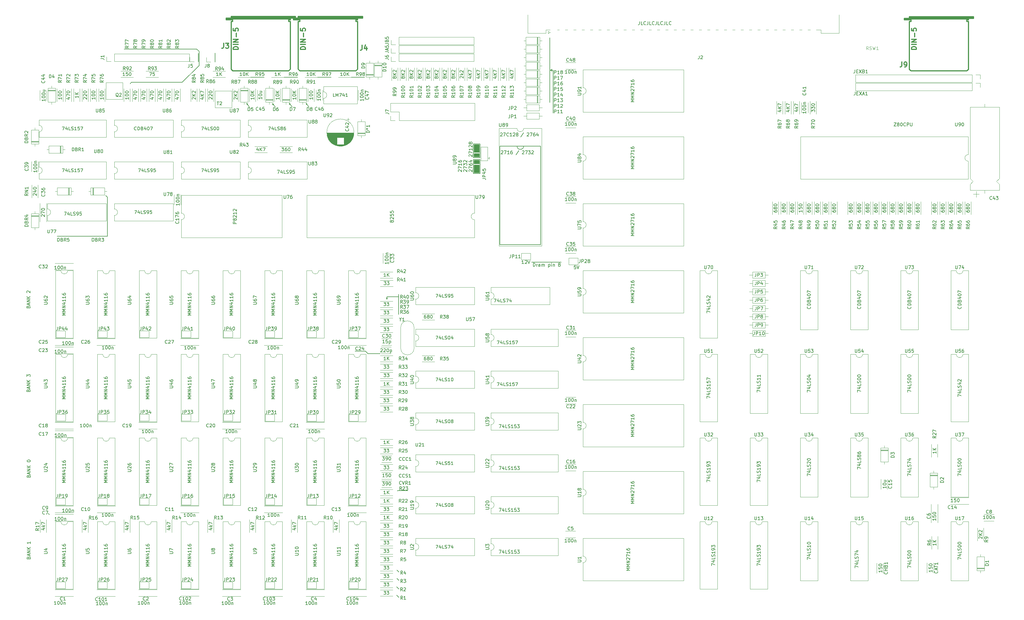
<source format=gbr>
%TF.GenerationSoftware,KiCad,Pcbnew,7.0.6-0*%
%TF.CreationDate,2023-12-21T23:12:14+02:00*%
%TF.ProjectId,main,6d61696e-2e6b-4696-9361-645f70636258,rev?*%
%TF.SameCoordinates,Original*%
%TF.FileFunction,Legend,Top*%
%TF.FilePolarity,Positive*%
%FSLAX46Y46*%
G04 Gerber Fmt 4.6, Leading zero omitted, Abs format (unit mm)*
G04 Created by KiCad (PCBNEW 7.0.6-0) date 2023-12-21 23:12:14*
%MOMM*%
%LPD*%
G01*
G04 APERTURE LIST*
%ADD10C,0.150000*%
%ADD11C,0.300000*%
%ADD12C,0.100000*%
%ADD13C,0.120000*%
%ADD14C,0.304800*%
G04 APERTURE END LIST*
D10*
X116179600Y-77089000D02*
X115824000Y-76835000D01*
X153568400Y-223596200D02*
X154178000Y-224205800D01*
X126034800Y-76733400D02*
X126187200Y-77139800D01*
X108153200Y-77190600D02*
X108356400Y-77038200D01*
X121056400Y-77139800D02*
X121259600Y-76987400D01*
X154127200Y-134747000D02*
X154127200Y-140843000D01*
X93573600Y-61036200D02*
X93573600Y-65328800D01*
X144780000Y-152781000D02*
X148539200Y-152781000D01*
X153619200Y-221005400D02*
X154228800Y-221615000D01*
X176796700Y-89077800D02*
X178803300Y-89077800D01*
X178803300Y-93243400D01*
X176796700Y-93243400D01*
X176796700Y-89077800D01*
X153619200Y-218465400D02*
X154228800Y-219075000D01*
X120904000Y-76733400D02*
X121056400Y-77139800D01*
X73050400Y-70434200D02*
X72644000Y-70840600D01*
X92862400Y-60325000D02*
X93573600Y-61036200D01*
X201015600Y-67995800D02*
X201015600Y-79730600D01*
X108000800Y-76784200D02*
X108153200Y-77190600D01*
X65735200Y-105283000D02*
X65227200Y-104775000D01*
X150774400Y-135864600D02*
X150571200Y-136271000D01*
X201015600Y-67995800D02*
X201015600Y-66725800D01*
X121259600Y-76987400D02*
X120904000Y-76733400D01*
X50495200Y-117170200D02*
X65735200Y-117170200D01*
X108864400Y-77901800D02*
X108000800Y-76784200D01*
X177088800Y-94132400D02*
X178562000Y-94132400D01*
X178562000Y-95123000D01*
X177088800Y-95123000D01*
X177088800Y-94132400D01*
G36*
X177088800Y-94132400D02*
G01*
X178562000Y-94132400D01*
X178562000Y-95123000D01*
X177088800Y-95123000D01*
X177088800Y-94132400D01*
G37*
X109158800Y-68865000D02*
X113284000Y-68859400D01*
X155651200Y-194386200D02*
X153822400Y-194386200D01*
X153568400Y-226136200D02*
X154178000Y-226745800D01*
X70815200Y-60325000D02*
X92862400Y-60325000D01*
X200202800Y-66725800D02*
X200710800Y-66421000D01*
X199999600Y-56819800D02*
X199999600Y-76530200D01*
X154127200Y-135509000D02*
X150571200Y-135509000D01*
X65735200Y-117170200D02*
X65735200Y-105283000D01*
X194513200Y-124993400D02*
X203504800Y-124993400D01*
X184861200Y-89763600D02*
X197256400Y-89763600D01*
X197256400Y-119634000D01*
X184861200Y-119634000D01*
X184861200Y-89763600D01*
X144018000Y-152019000D02*
X144780000Y-152781000D01*
X47752000Y-201295000D02*
X48107600Y-201650600D01*
X150571200Y-136271000D02*
X150774400Y-135864600D01*
X119318800Y-68865000D02*
X123444000Y-68859400D01*
X115824000Y-76835000D02*
X115976400Y-77241400D01*
X150571200Y-136271000D02*
X150368000Y-135864600D01*
X190058868Y-89779668D02*
G75*
G03*
X192058732Y-89779668I999932J0D01*
G01*
X153822400Y-194386200D02*
X153746200Y-194462400D01*
X177088800Y-95529400D02*
X178562000Y-95529400D01*
X178562000Y-97815400D01*
X177088800Y-97815400D01*
X177088800Y-95529400D01*
G36*
X177088800Y-95529400D02*
G01*
X178562000Y-95529400D01*
X178562000Y-97815400D01*
X177088800Y-97815400D01*
X177088800Y-95529400D01*
G37*
X115976400Y-77241400D02*
X116179600Y-77089000D01*
X200202800Y-66725800D02*
X200710800Y-67030600D01*
X139689600Y-68865000D02*
X143814800Y-68859400D01*
X155651200Y-194386200D02*
X156921200Y-194386200D01*
X121767600Y-77851000D02*
X120904000Y-76733400D01*
X177088800Y-92049600D02*
X178562000Y-92049600D01*
X178562000Y-93040200D01*
X177088800Y-93040200D01*
X177088800Y-92049600D01*
G36*
X177088800Y-92049600D02*
G01*
X178562000Y-92049600D01*
X178562000Y-93040200D01*
X177088800Y-93040200D01*
X177088800Y-92049600D01*
G37*
X176809400Y-93878400D02*
X178816000Y-93878400D01*
X178816000Y-98044000D01*
X176809400Y-98044000D01*
X176809400Y-93878400D01*
X201015600Y-66725800D02*
X200202800Y-66725800D01*
X126390400Y-76987400D02*
X126034800Y-76733400D01*
X140919200Y-152019000D02*
X144018000Y-152019000D01*
X93573600Y-65328800D02*
X88442800Y-70434200D01*
X116687600Y-77952600D02*
X115824000Y-76835000D01*
X150571200Y-135509000D02*
X150571200Y-136271000D01*
X177088800Y-89331800D02*
X178562000Y-89331800D01*
X178562000Y-91617800D01*
X177088800Y-91617800D01*
X177088800Y-89331800D01*
G36*
X177088800Y-89331800D02*
G01*
X178562000Y-89331800D01*
X178562000Y-91617800D01*
X177088800Y-91617800D01*
X177088800Y-89331800D01*
G37*
X88442800Y-70434200D02*
X73050400Y-70434200D01*
X129478800Y-68865000D02*
X133654800Y-68859400D01*
X126187200Y-77139800D02*
X126390400Y-76987400D01*
X108356400Y-77038200D02*
X108000800Y-76784200D01*
X126898400Y-77851000D02*
X126034800Y-76733400D01*
X41814809Y-189931487D02*
X41862428Y-189788630D01*
X41862428Y-189788630D02*
X41910047Y-189741011D01*
X41910047Y-189741011D02*
X42005285Y-189693392D01*
X42005285Y-189693392D02*
X42148142Y-189693392D01*
X42148142Y-189693392D02*
X42243380Y-189741011D01*
X42243380Y-189741011D02*
X42291000Y-189788630D01*
X42291000Y-189788630D02*
X42338619Y-189883868D01*
X42338619Y-189883868D02*
X42338619Y-190264820D01*
X42338619Y-190264820D02*
X41338619Y-190264820D01*
X41338619Y-190264820D02*
X41338619Y-189931487D01*
X41338619Y-189931487D02*
X41386238Y-189836249D01*
X41386238Y-189836249D02*
X41433857Y-189788630D01*
X41433857Y-189788630D02*
X41529095Y-189741011D01*
X41529095Y-189741011D02*
X41624333Y-189741011D01*
X41624333Y-189741011D02*
X41719571Y-189788630D01*
X41719571Y-189788630D02*
X41767190Y-189836249D01*
X41767190Y-189836249D02*
X41814809Y-189931487D01*
X41814809Y-189931487D02*
X41814809Y-190264820D01*
X42052904Y-189312439D02*
X42052904Y-188836249D01*
X42338619Y-189407677D02*
X41338619Y-189074344D01*
X41338619Y-189074344D02*
X42338619Y-188741011D01*
X42338619Y-188407677D02*
X41338619Y-188407677D01*
X41338619Y-188407677D02*
X42338619Y-187836249D01*
X42338619Y-187836249D02*
X41338619Y-187836249D01*
X42338619Y-187360058D02*
X41338619Y-187360058D01*
X42338619Y-186788630D02*
X41767190Y-187217201D01*
X41338619Y-186788630D02*
X41910047Y-187360058D01*
X41338619Y-185407677D02*
X41338619Y-185312439D01*
X41338619Y-185312439D02*
X41386238Y-185217201D01*
X41386238Y-185217201D02*
X41433857Y-185169582D01*
X41433857Y-185169582D02*
X41529095Y-185121963D01*
X41529095Y-185121963D02*
X41719571Y-185074344D01*
X41719571Y-185074344D02*
X41957666Y-185074344D01*
X41957666Y-185074344D02*
X42148142Y-185121963D01*
X42148142Y-185121963D02*
X42243380Y-185169582D01*
X42243380Y-185169582D02*
X42291000Y-185217201D01*
X42291000Y-185217201D02*
X42338619Y-185312439D01*
X42338619Y-185312439D02*
X42338619Y-185407677D01*
X42338619Y-185407677D02*
X42291000Y-185502915D01*
X42291000Y-185502915D02*
X42243380Y-185550534D01*
X42243380Y-185550534D02*
X42148142Y-185598153D01*
X42148142Y-185598153D02*
X41957666Y-185645772D01*
X41957666Y-185645772D02*
X41719571Y-185645772D01*
X41719571Y-185645772D02*
X41529095Y-185598153D01*
X41529095Y-185598153D02*
X41433857Y-185550534D01*
X41433857Y-185550534D02*
X41386238Y-185502915D01*
X41386238Y-185502915D02*
X41338619Y-185407677D01*
X170620619Y-95167505D02*
X171430142Y-95167505D01*
X171430142Y-95167505D02*
X171525380Y-95119886D01*
X171525380Y-95119886D02*
X171573000Y-95072267D01*
X171573000Y-95072267D02*
X171620619Y-94977029D01*
X171620619Y-94977029D02*
X171620619Y-94786553D01*
X171620619Y-94786553D02*
X171573000Y-94691315D01*
X171573000Y-94691315D02*
X171525380Y-94643696D01*
X171525380Y-94643696D02*
X171430142Y-94596077D01*
X171430142Y-94596077D02*
X170620619Y-94596077D01*
X171049190Y-93977029D02*
X171001571Y-94072267D01*
X171001571Y-94072267D02*
X170953952Y-94119886D01*
X170953952Y-94119886D02*
X170858714Y-94167505D01*
X170858714Y-94167505D02*
X170811095Y-94167505D01*
X170811095Y-94167505D02*
X170715857Y-94119886D01*
X170715857Y-94119886D02*
X170668238Y-94072267D01*
X170668238Y-94072267D02*
X170620619Y-93977029D01*
X170620619Y-93977029D02*
X170620619Y-93786553D01*
X170620619Y-93786553D02*
X170668238Y-93691315D01*
X170668238Y-93691315D02*
X170715857Y-93643696D01*
X170715857Y-93643696D02*
X170811095Y-93596077D01*
X170811095Y-93596077D02*
X170858714Y-93596077D01*
X170858714Y-93596077D02*
X170953952Y-93643696D01*
X170953952Y-93643696D02*
X171001571Y-93691315D01*
X171001571Y-93691315D02*
X171049190Y-93786553D01*
X171049190Y-93786553D02*
X171049190Y-93977029D01*
X171049190Y-93977029D02*
X171096809Y-94072267D01*
X171096809Y-94072267D02*
X171144428Y-94119886D01*
X171144428Y-94119886D02*
X171239666Y-94167505D01*
X171239666Y-94167505D02*
X171430142Y-94167505D01*
X171430142Y-94167505D02*
X171525380Y-94119886D01*
X171525380Y-94119886D02*
X171573000Y-94072267D01*
X171573000Y-94072267D02*
X171620619Y-93977029D01*
X171620619Y-93977029D02*
X171620619Y-93786553D01*
X171620619Y-93786553D02*
X171573000Y-93691315D01*
X171573000Y-93691315D02*
X171525380Y-93643696D01*
X171525380Y-93643696D02*
X171430142Y-93596077D01*
X171430142Y-93596077D02*
X171239666Y-93596077D01*
X171239666Y-93596077D02*
X171144428Y-93643696D01*
X171144428Y-93643696D02*
X171096809Y-93691315D01*
X171096809Y-93691315D02*
X171049190Y-93786553D01*
X171620619Y-93119886D02*
X171620619Y-92929410D01*
X171620619Y-92929410D02*
X171573000Y-92834172D01*
X171573000Y-92834172D02*
X171525380Y-92786553D01*
X171525380Y-92786553D02*
X171382523Y-92691315D01*
X171382523Y-92691315D02*
X171192047Y-92643696D01*
X171192047Y-92643696D02*
X170811095Y-92643696D01*
X170811095Y-92643696D02*
X170715857Y-92691315D01*
X170715857Y-92691315D02*
X170668238Y-92738934D01*
X170668238Y-92738934D02*
X170620619Y-92834172D01*
X170620619Y-92834172D02*
X170620619Y-93024648D01*
X170620619Y-93024648D02*
X170668238Y-93119886D01*
X170668238Y-93119886D02*
X170715857Y-93167505D01*
X170715857Y-93167505D02*
X170811095Y-93215124D01*
X170811095Y-93215124D02*
X171049190Y-93215124D01*
X171049190Y-93215124D02*
X171144428Y-93167505D01*
X171144428Y-93167505D02*
X171192047Y-93119886D01*
X171192047Y-93119886D02*
X171239666Y-93024648D01*
X171239666Y-93024648D02*
X171239666Y-92834172D01*
X171239666Y-92834172D02*
X171192047Y-92738934D01*
X171192047Y-92738934D02*
X171144428Y-92691315D01*
X171144428Y-92691315D02*
X171049190Y-92643696D01*
X172325857Y-97500839D02*
X172278238Y-97453220D01*
X172278238Y-97453220D02*
X172230619Y-97357982D01*
X172230619Y-97357982D02*
X172230619Y-97119887D01*
X172230619Y-97119887D02*
X172278238Y-97024649D01*
X172278238Y-97024649D02*
X172325857Y-96977030D01*
X172325857Y-96977030D02*
X172421095Y-96929411D01*
X172421095Y-96929411D02*
X172516333Y-96929411D01*
X172516333Y-96929411D02*
X172659190Y-96977030D01*
X172659190Y-96977030D02*
X173230619Y-97548458D01*
X173230619Y-97548458D02*
X173230619Y-96929411D01*
X172230619Y-96596077D02*
X172230619Y-95929411D01*
X172230619Y-95929411D02*
X173230619Y-96357982D01*
X173230619Y-95024649D02*
X173230619Y-95596077D01*
X173230619Y-95310363D02*
X172230619Y-95310363D01*
X172230619Y-95310363D02*
X172373476Y-95405601D01*
X172373476Y-95405601D02*
X172468714Y-95500839D01*
X172468714Y-95500839D02*
X172516333Y-95596077D01*
X172230619Y-94167506D02*
X172230619Y-94357982D01*
X172230619Y-94357982D02*
X172278238Y-94453220D01*
X172278238Y-94453220D02*
X172325857Y-94500839D01*
X172325857Y-94500839D02*
X172468714Y-94596077D01*
X172468714Y-94596077D02*
X172659190Y-94643696D01*
X172659190Y-94643696D02*
X173040142Y-94643696D01*
X173040142Y-94643696D02*
X173135380Y-94596077D01*
X173135380Y-94596077D02*
X173183000Y-94548458D01*
X173183000Y-94548458D02*
X173230619Y-94453220D01*
X173230619Y-94453220D02*
X173230619Y-94262744D01*
X173230619Y-94262744D02*
X173183000Y-94167506D01*
X173183000Y-94167506D02*
X173135380Y-94119887D01*
X173135380Y-94119887D02*
X173040142Y-94072268D01*
X173040142Y-94072268D02*
X172802047Y-94072268D01*
X172802047Y-94072268D02*
X172706809Y-94119887D01*
X172706809Y-94119887D02*
X172659190Y-94167506D01*
X172659190Y-94167506D02*
X172611571Y-94262744D01*
X172611571Y-94262744D02*
X172611571Y-94453220D01*
X172611571Y-94453220D02*
X172659190Y-94548458D01*
X172659190Y-94548458D02*
X172706809Y-94596077D01*
X172706809Y-94596077D02*
X172802047Y-94643696D01*
X173935857Y-97500839D02*
X173888238Y-97453220D01*
X173888238Y-97453220D02*
X173840619Y-97357982D01*
X173840619Y-97357982D02*
X173840619Y-97119887D01*
X173840619Y-97119887D02*
X173888238Y-97024649D01*
X173888238Y-97024649D02*
X173935857Y-96977030D01*
X173935857Y-96977030D02*
X174031095Y-96929411D01*
X174031095Y-96929411D02*
X174126333Y-96929411D01*
X174126333Y-96929411D02*
X174269190Y-96977030D01*
X174269190Y-96977030D02*
X174840619Y-97548458D01*
X174840619Y-97548458D02*
X174840619Y-96929411D01*
X173840619Y-96596077D02*
X173840619Y-95929411D01*
X173840619Y-95929411D02*
X174840619Y-96357982D01*
X173840619Y-95643696D02*
X173840619Y-95024649D01*
X173840619Y-95024649D02*
X174221571Y-95357982D01*
X174221571Y-95357982D02*
X174221571Y-95215125D01*
X174221571Y-95215125D02*
X174269190Y-95119887D01*
X174269190Y-95119887D02*
X174316809Y-95072268D01*
X174316809Y-95072268D02*
X174412047Y-95024649D01*
X174412047Y-95024649D02*
X174650142Y-95024649D01*
X174650142Y-95024649D02*
X174745380Y-95072268D01*
X174745380Y-95072268D02*
X174793000Y-95119887D01*
X174793000Y-95119887D02*
X174840619Y-95215125D01*
X174840619Y-95215125D02*
X174840619Y-95500839D01*
X174840619Y-95500839D02*
X174793000Y-95596077D01*
X174793000Y-95596077D02*
X174745380Y-95643696D01*
X173935857Y-94643696D02*
X173888238Y-94596077D01*
X173888238Y-94596077D02*
X173840619Y-94500839D01*
X173840619Y-94500839D02*
X173840619Y-94262744D01*
X173840619Y-94262744D02*
X173888238Y-94167506D01*
X173888238Y-94167506D02*
X173935857Y-94119887D01*
X173935857Y-94119887D02*
X174031095Y-94072268D01*
X174031095Y-94072268D02*
X174126333Y-94072268D01*
X174126333Y-94072268D02*
X174269190Y-94119887D01*
X174269190Y-94119887D02*
X174840619Y-94691315D01*
X174840619Y-94691315D02*
X174840619Y-94072268D01*
X175545857Y-97500839D02*
X175498238Y-97453220D01*
X175498238Y-97453220D02*
X175450619Y-97357982D01*
X175450619Y-97357982D02*
X175450619Y-97119887D01*
X175450619Y-97119887D02*
X175498238Y-97024649D01*
X175498238Y-97024649D02*
X175545857Y-96977030D01*
X175545857Y-96977030D02*
X175641095Y-96929411D01*
X175641095Y-96929411D02*
X175736333Y-96929411D01*
X175736333Y-96929411D02*
X175879190Y-96977030D01*
X175879190Y-96977030D02*
X176450619Y-97548458D01*
X176450619Y-97548458D02*
X176450619Y-96929411D01*
X175450619Y-96596077D02*
X175450619Y-95929411D01*
X175450619Y-95929411D02*
X176450619Y-96357982D01*
X175450619Y-95119887D02*
X175450619Y-95310363D01*
X175450619Y-95310363D02*
X175498238Y-95405601D01*
X175498238Y-95405601D02*
X175545857Y-95453220D01*
X175545857Y-95453220D02*
X175688714Y-95548458D01*
X175688714Y-95548458D02*
X175879190Y-95596077D01*
X175879190Y-95596077D02*
X176260142Y-95596077D01*
X176260142Y-95596077D02*
X176355380Y-95548458D01*
X176355380Y-95548458D02*
X176403000Y-95500839D01*
X176403000Y-95500839D02*
X176450619Y-95405601D01*
X176450619Y-95405601D02*
X176450619Y-95215125D01*
X176450619Y-95215125D02*
X176403000Y-95119887D01*
X176403000Y-95119887D02*
X176355380Y-95072268D01*
X176355380Y-95072268D02*
X176260142Y-95024649D01*
X176260142Y-95024649D02*
X176022047Y-95024649D01*
X176022047Y-95024649D02*
X175926809Y-95072268D01*
X175926809Y-95072268D02*
X175879190Y-95119887D01*
X175879190Y-95119887D02*
X175831571Y-95215125D01*
X175831571Y-95215125D02*
X175831571Y-95405601D01*
X175831571Y-95405601D02*
X175879190Y-95500839D01*
X175879190Y-95500839D02*
X175926809Y-95548458D01*
X175926809Y-95548458D02*
X176022047Y-95596077D01*
X175783952Y-94167506D02*
X176450619Y-94167506D01*
X175403000Y-94405601D02*
X176117285Y-94643696D01*
X176117285Y-94643696D02*
X176117285Y-94024649D01*
X175545857Y-92929410D02*
X175498238Y-92881791D01*
X175498238Y-92881791D02*
X175450619Y-92786553D01*
X175450619Y-92786553D02*
X175450619Y-92548458D01*
X175450619Y-92548458D02*
X175498238Y-92453220D01*
X175498238Y-92453220D02*
X175545857Y-92405601D01*
X175545857Y-92405601D02*
X175641095Y-92357982D01*
X175641095Y-92357982D02*
X175736333Y-92357982D01*
X175736333Y-92357982D02*
X175879190Y-92405601D01*
X175879190Y-92405601D02*
X176450619Y-92977029D01*
X176450619Y-92977029D02*
X176450619Y-92357982D01*
X175450619Y-92024648D02*
X175450619Y-91357982D01*
X175450619Y-91357982D02*
X176450619Y-91786553D01*
X176450619Y-90453220D02*
X176450619Y-91024648D01*
X176450619Y-90738934D02*
X175450619Y-90738934D01*
X175450619Y-90738934D02*
X175593476Y-90834172D01*
X175593476Y-90834172D02*
X175688714Y-90929410D01*
X175688714Y-90929410D02*
X175736333Y-91024648D01*
X175545857Y-90072267D02*
X175498238Y-90024648D01*
X175498238Y-90024648D02*
X175450619Y-89929410D01*
X175450619Y-89929410D02*
X175450619Y-89691315D01*
X175450619Y-89691315D02*
X175498238Y-89596077D01*
X175498238Y-89596077D02*
X175545857Y-89548458D01*
X175545857Y-89548458D02*
X175641095Y-89500839D01*
X175641095Y-89500839D02*
X175736333Y-89500839D01*
X175736333Y-89500839D02*
X175879190Y-89548458D01*
X175879190Y-89548458D02*
X176450619Y-90119886D01*
X176450619Y-90119886D02*
X176450619Y-89500839D01*
X175879190Y-88929410D02*
X175831571Y-89024648D01*
X175831571Y-89024648D02*
X175783952Y-89072267D01*
X175783952Y-89072267D02*
X175688714Y-89119886D01*
X175688714Y-89119886D02*
X175641095Y-89119886D01*
X175641095Y-89119886D02*
X175545857Y-89072267D01*
X175545857Y-89072267D02*
X175498238Y-89024648D01*
X175498238Y-89024648D02*
X175450619Y-88929410D01*
X175450619Y-88929410D02*
X175450619Y-88738934D01*
X175450619Y-88738934D02*
X175498238Y-88643696D01*
X175498238Y-88643696D02*
X175545857Y-88596077D01*
X175545857Y-88596077D02*
X175641095Y-88548458D01*
X175641095Y-88548458D02*
X175688714Y-88548458D01*
X175688714Y-88548458D02*
X175783952Y-88596077D01*
X175783952Y-88596077D02*
X175831571Y-88643696D01*
X175831571Y-88643696D02*
X175879190Y-88738934D01*
X175879190Y-88738934D02*
X175879190Y-88929410D01*
X175879190Y-88929410D02*
X175926809Y-89024648D01*
X175926809Y-89024648D02*
X175974428Y-89072267D01*
X175974428Y-89072267D02*
X176069666Y-89119886D01*
X176069666Y-89119886D02*
X176260142Y-89119886D01*
X176260142Y-89119886D02*
X176355380Y-89072267D01*
X176355380Y-89072267D02*
X176403000Y-89024648D01*
X176403000Y-89024648D02*
X176450619Y-88929410D01*
X176450619Y-88929410D02*
X176450619Y-88738934D01*
X176450619Y-88738934D02*
X176403000Y-88643696D01*
X176403000Y-88643696D02*
X176355380Y-88596077D01*
X176355380Y-88596077D02*
X176260142Y-88548458D01*
X176260142Y-88548458D02*
X176069666Y-88548458D01*
X176069666Y-88548458D02*
X175974428Y-88596077D01*
X175974428Y-88596077D02*
X175926809Y-88643696D01*
X175926809Y-88643696D02*
X175879190Y-88738934D01*
X41713209Y-138572687D02*
X41760828Y-138429830D01*
X41760828Y-138429830D02*
X41808447Y-138382211D01*
X41808447Y-138382211D02*
X41903685Y-138334592D01*
X41903685Y-138334592D02*
X42046542Y-138334592D01*
X42046542Y-138334592D02*
X42141780Y-138382211D01*
X42141780Y-138382211D02*
X42189400Y-138429830D01*
X42189400Y-138429830D02*
X42237019Y-138525068D01*
X42237019Y-138525068D02*
X42237019Y-138906020D01*
X42237019Y-138906020D02*
X41237019Y-138906020D01*
X41237019Y-138906020D02*
X41237019Y-138572687D01*
X41237019Y-138572687D02*
X41284638Y-138477449D01*
X41284638Y-138477449D02*
X41332257Y-138429830D01*
X41332257Y-138429830D02*
X41427495Y-138382211D01*
X41427495Y-138382211D02*
X41522733Y-138382211D01*
X41522733Y-138382211D02*
X41617971Y-138429830D01*
X41617971Y-138429830D02*
X41665590Y-138477449D01*
X41665590Y-138477449D02*
X41713209Y-138572687D01*
X41713209Y-138572687D02*
X41713209Y-138906020D01*
X41951304Y-137953639D02*
X41951304Y-137477449D01*
X42237019Y-138048877D02*
X41237019Y-137715544D01*
X41237019Y-137715544D02*
X42237019Y-137382211D01*
X42237019Y-137048877D02*
X41237019Y-137048877D01*
X41237019Y-137048877D02*
X42237019Y-136477449D01*
X42237019Y-136477449D02*
X41237019Y-136477449D01*
X42237019Y-136001258D02*
X41237019Y-136001258D01*
X42237019Y-135429830D02*
X41665590Y-135858401D01*
X41237019Y-135429830D02*
X41808447Y-136001258D01*
X41332257Y-134286972D02*
X41284638Y-134239353D01*
X41284638Y-134239353D02*
X41237019Y-134144115D01*
X41237019Y-134144115D02*
X41237019Y-133906020D01*
X41237019Y-133906020D02*
X41284638Y-133810782D01*
X41284638Y-133810782D02*
X41332257Y-133763163D01*
X41332257Y-133763163D02*
X41427495Y-133715544D01*
X41427495Y-133715544D02*
X41522733Y-133715544D01*
X41522733Y-133715544D02*
X41665590Y-133763163D01*
X41665590Y-133763163D02*
X42237019Y-134334591D01*
X42237019Y-134334591D02*
X42237019Y-133715544D01*
X41814809Y-214721887D02*
X41862428Y-214579030D01*
X41862428Y-214579030D02*
X41910047Y-214531411D01*
X41910047Y-214531411D02*
X42005285Y-214483792D01*
X42005285Y-214483792D02*
X42148142Y-214483792D01*
X42148142Y-214483792D02*
X42243380Y-214531411D01*
X42243380Y-214531411D02*
X42291000Y-214579030D01*
X42291000Y-214579030D02*
X42338619Y-214674268D01*
X42338619Y-214674268D02*
X42338619Y-215055220D01*
X42338619Y-215055220D02*
X41338619Y-215055220D01*
X41338619Y-215055220D02*
X41338619Y-214721887D01*
X41338619Y-214721887D02*
X41386238Y-214626649D01*
X41386238Y-214626649D02*
X41433857Y-214579030D01*
X41433857Y-214579030D02*
X41529095Y-214531411D01*
X41529095Y-214531411D02*
X41624333Y-214531411D01*
X41624333Y-214531411D02*
X41719571Y-214579030D01*
X41719571Y-214579030D02*
X41767190Y-214626649D01*
X41767190Y-214626649D02*
X41814809Y-214721887D01*
X41814809Y-214721887D02*
X41814809Y-215055220D01*
X42052904Y-214102839D02*
X42052904Y-213626649D01*
X42338619Y-214198077D02*
X41338619Y-213864744D01*
X41338619Y-213864744D02*
X42338619Y-213531411D01*
X42338619Y-213198077D02*
X41338619Y-213198077D01*
X41338619Y-213198077D02*
X42338619Y-212626649D01*
X42338619Y-212626649D02*
X41338619Y-212626649D01*
X42338619Y-212150458D02*
X41338619Y-212150458D01*
X42338619Y-211579030D02*
X41767190Y-212007601D01*
X41338619Y-211579030D02*
X41910047Y-212150458D01*
X42338619Y-209864744D02*
X42338619Y-210436172D01*
X42338619Y-210150458D02*
X41338619Y-210150458D01*
X41338619Y-210150458D02*
X41481476Y-210245696D01*
X41481476Y-210245696D02*
X41576714Y-210340934D01*
X41576714Y-210340934D02*
X41624333Y-210436172D01*
X195002379Y-126285619D02*
X195002379Y-125285619D01*
X195002379Y-125285619D02*
X195240474Y-125285619D01*
X195240474Y-125285619D02*
X195383331Y-125333238D01*
X195383331Y-125333238D02*
X195478569Y-125428476D01*
X195478569Y-125428476D02*
X195526188Y-125523714D01*
X195526188Y-125523714D02*
X195573807Y-125714190D01*
X195573807Y-125714190D02*
X195573807Y-125857047D01*
X195573807Y-125857047D02*
X195526188Y-126047523D01*
X195526188Y-126047523D02*
X195478569Y-126142761D01*
X195478569Y-126142761D02*
X195383331Y-126238000D01*
X195383331Y-126238000D02*
X195240474Y-126285619D01*
X195240474Y-126285619D02*
X195002379Y-126285619D01*
X196002379Y-126285619D02*
X196002379Y-125618952D01*
X196002379Y-125809428D02*
X196049998Y-125714190D01*
X196049998Y-125714190D02*
X196097617Y-125666571D01*
X196097617Y-125666571D02*
X196192855Y-125618952D01*
X196192855Y-125618952D02*
X196288093Y-125618952D01*
X197049998Y-126285619D02*
X197049998Y-125761809D01*
X197049998Y-125761809D02*
X197002379Y-125666571D01*
X197002379Y-125666571D02*
X196907141Y-125618952D01*
X196907141Y-125618952D02*
X196716665Y-125618952D01*
X196716665Y-125618952D02*
X196621427Y-125666571D01*
X197049998Y-126238000D02*
X196954760Y-126285619D01*
X196954760Y-126285619D02*
X196716665Y-126285619D01*
X196716665Y-126285619D02*
X196621427Y-126238000D01*
X196621427Y-126238000D02*
X196573808Y-126142761D01*
X196573808Y-126142761D02*
X196573808Y-126047523D01*
X196573808Y-126047523D02*
X196621427Y-125952285D01*
X196621427Y-125952285D02*
X196716665Y-125904666D01*
X196716665Y-125904666D02*
X196954760Y-125904666D01*
X196954760Y-125904666D02*
X197049998Y-125857047D01*
X197526189Y-126285619D02*
X197526189Y-125618952D01*
X197526189Y-125714190D02*
X197573808Y-125666571D01*
X197573808Y-125666571D02*
X197669046Y-125618952D01*
X197669046Y-125618952D02*
X197811903Y-125618952D01*
X197811903Y-125618952D02*
X197907141Y-125666571D01*
X197907141Y-125666571D02*
X197954760Y-125761809D01*
X197954760Y-125761809D02*
X197954760Y-126285619D01*
X197954760Y-125761809D02*
X198002379Y-125666571D01*
X198002379Y-125666571D02*
X198097617Y-125618952D01*
X198097617Y-125618952D02*
X198240474Y-125618952D01*
X198240474Y-125618952D02*
X198335713Y-125666571D01*
X198335713Y-125666571D02*
X198383332Y-125761809D01*
X198383332Y-125761809D02*
X198383332Y-126285619D01*
X199621427Y-125618952D02*
X199621427Y-126618952D01*
X199621427Y-125666571D02*
X199716665Y-125618952D01*
X199716665Y-125618952D02*
X199907141Y-125618952D01*
X199907141Y-125618952D02*
X200002379Y-125666571D01*
X200002379Y-125666571D02*
X200049998Y-125714190D01*
X200049998Y-125714190D02*
X200097617Y-125809428D01*
X200097617Y-125809428D02*
X200097617Y-126095142D01*
X200097617Y-126095142D02*
X200049998Y-126190380D01*
X200049998Y-126190380D02*
X200002379Y-126238000D01*
X200002379Y-126238000D02*
X199907141Y-126285619D01*
X199907141Y-126285619D02*
X199716665Y-126285619D01*
X199716665Y-126285619D02*
X199621427Y-126238000D01*
X200526189Y-126285619D02*
X200526189Y-125618952D01*
X200526189Y-125285619D02*
X200478570Y-125333238D01*
X200478570Y-125333238D02*
X200526189Y-125380857D01*
X200526189Y-125380857D02*
X200573808Y-125333238D01*
X200573808Y-125333238D02*
X200526189Y-125285619D01*
X200526189Y-125285619D02*
X200526189Y-125380857D01*
X201002379Y-125618952D02*
X201002379Y-126285619D01*
X201002379Y-125714190D02*
X201049998Y-125666571D01*
X201049998Y-125666571D02*
X201145236Y-125618952D01*
X201145236Y-125618952D02*
X201288093Y-125618952D01*
X201288093Y-125618952D02*
X201383331Y-125666571D01*
X201383331Y-125666571D02*
X201430950Y-125761809D01*
X201430950Y-125761809D02*
X201430950Y-126285619D01*
X202811903Y-125714190D02*
X202716665Y-125666571D01*
X202716665Y-125666571D02*
X202669046Y-125618952D01*
X202669046Y-125618952D02*
X202621427Y-125523714D01*
X202621427Y-125523714D02*
X202621427Y-125476095D01*
X202621427Y-125476095D02*
X202669046Y-125380857D01*
X202669046Y-125380857D02*
X202716665Y-125333238D01*
X202716665Y-125333238D02*
X202811903Y-125285619D01*
X202811903Y-125285619D02*
X203002379Y-125285619D01*
X203002379Y-125285619D02*
X203097617Y-125333238D01*
X203097617Y-125333238D02*
X203145236Y-125380857D01*
X203145236Y-125380857D02*
X203192855Y-125476095D01*
X203192855Y-125476095D02*
X203192855Y-125523714D01*
X203192855Y-125523714D02*
X203145236Y-125618952D01*
X203145236Y-125618952D02*
X203097617Y-125666571D01*
X203097617Y-125666571D02*
X203002379Y-125714190D01*
X203002379Y-125714190D02*
X202811903Y-125714190D01*
X202811903Y-125714190D02*
X202716665Y-125761809D01*
X202716665Y-125761809D02*
X202669046Y-125809428D01*
X202669046Y-125809428D02*
X202621427Y-125904666D01*
X202621427Y-125904666D02*
X202621427Y-126095142D01*
X202621427Y-126095142D02*
X202669046Y-126190380D01*
X202669046Y-126190380D02*
X202716665Y-126238000D01*
X202716665Y-126238000D02*
X202811903Y-126285619D01*
X202811903Y-126285619D02*
X203002379Y-126285619D01*
X203002379Y-126285619D02*
X203097617Y-126238000D01*
X203097617Y-126238000D02*
X203145236Y-126190380D01*
X203145236Y-126190380D02*
X203192855Y-126095142D01*
X203192855Y-126095142D02*
X203192855Y-125904666D01*
X203192855Y-125904666D02*
X203145236Y-125809428D01*
X203145236Y-125809428D02*
X203097617Y-125761809D01*
X203097617Y-125761809D02*
X203002379Y-125714190D01*
X41764009Y-163972687D02*
X41811628Y-163829830D01*
X41811628Y-163829830D02*
X41859247Y-163782211D01*
X41859247Y-163782211D02*
X41954485Y-163734592D01*
X41954485Y-163734592D02*
X42097342Y-163734592D01*
X42097342Y-163734592D02*
X42192580Y-163782211D01*
X42192580Y-163782211D02*
X42240200Y-163829830D01*
X42240200Y-163829830D02*
X42287819Y-163925068D01*
X42287819Y-163925068D02*
X42287819Y-164306020D01*
X42287819Y-164306020D02*
X41287819Y-164306020D01*
X41287819Y-164306020D02*
X41287819Y-163972687D01*
X41287819Y-163972687D02*
X41335438Y-163877449D01*
X41335438Y-163877449D02*
X41383057Y-163829830D01*
X41383057Y-163829830D02*
X41478295Y-163782211D01*
X41478295Y-163782211D02*
X41573533Y-163782211D01*
X41573533Y-163782211D02*
X41668771Y-163829830D01*
X41668771Y-163829830D02*
X41716390Y-163877449D01*
X41716390Y-163877449D02*
X41764009Y-163972687D01*
X41764009Y-163972687D02*
X41764009Y-164306020D01*
X42002104Y-163353639D02*
X42002104Y-162877449D01*
X42287819Y-163448877D02*
X41287819Y-163115544D01*
X41287819Y-163115544D02*
X42287819Y-162782211D01*
X42287819Y-162448877D02*
X41287819Y-162448877D01*
X41287819Y-162448877D02*
X42287819Y-161877449D01*
X42287819Y-161877449D02*
X41287819Y-161877449D01*
X42287819Y-161401258D02*
X41287819Y-161401258D01*
X42287819Y-160829830D02*
X41716390Y-161258401D01*
X41287819Y-160829830D02*
X41859247Y-161401258D01*
X41287819Y-159734591D02*
X41287819Y-159115544D01*
X41287819Y-159115544D02*
X41668771Y-159448877D01*
X41668771Y-159448877D02*
X41668771Y-159306020D01*
X41668771Y-159306020D02*
X41716390Y-159210782D01*
X41716390Y-159210782D02*
X41764009Y-159163163D01*
X41764009Y-159163163D02*
X41859247Y-159115544D01*
X41859247Y-159115544D02*
X42097342Y-159115544D01*
X42097342Y-159115544D02*
X42192580Y-159163163D01*
X42192580Y-159163163D02*
X42240200Y-159210782D01*
X42240200Y-159210782D02*
X42287819Y-159306020D01*
X42287819Y-159306020D02*
X42287819Y-159591734D01*
X42287819Y-159591734D02*
X42240200Y-159686972D01*
X42240200Y-159686972D02*
X42192580Y-159734591D01*
X192122588Y-125472819D02*
X191551160Y-125472819D01*
X191836874Y-125472819D02*
X191836874Y-124472819D01*
X191836874Y-124472819D02*
X191741636Y-124615676D01*
X191741636Y-124615676D02*
X191646398Y-124710914D01*
X191646398Y-124710914D02*
X191551160Y-124758533D01*
X192503541Y-124568057D02*
X192551160Y-124520438D01*
X192551160Y-124520438D02*
X192646398Y-124472819D01*
X192646398Y-124472819D02*
X192884493Y-124472819D01*
X192884493Y-124472819D02*
X192979731Y-124520438D01*
X192979731Y-124520438D02*
X193027350Y-124568057D01*
X193027350Y-124568057D02*
X193074969Y-124663295D01*
X193074969Y-124663295D02*
X193074969Y-124758533D01*
X193074969Y-124758533D02*
X193027350Y-124901390D01*
X193027350Y-124901390D02*
X192455922Y-125472819D01*
X192455922Y-125472819D02*
X193074969Y-125472819D01*
X193360684Y-124472819D02*
X193694017Y-125472819D01*
X193694017Y-125472819D02*
X194027350Y-124472819D01*
X185251960Y-91268657D02*
X185299579Y-91221038D01*
X185299579Y-91221038D02*
X185394817Y-91173419D01*
X185394817Y-91173419D02*
X185632912Y-91173419D01*
X185632912Y-91173419D02*
X185728150Y-91221038D01*
X185728150Y-91221038D02*
X185775769Y-91268657D01*
X185775769Y-91268657D02*
X185823388Y-91363895D01*
X185823388Y-91363895D02*
X185823388Y-91459133D01*
X185823388Y-91459133D02*
X185775769Y-91601990D01*
X185775769Y-91601990D02*
X185204341Y-92173419D01*
X185204341Y-92173419D02*
X185823388Y-92173419D01*
X186156722Y-91173419D02*
X186823388Y-91173419D01*
X186823388Y-91173419D02*
X186394817Y-92173419D01*
X187728150Y-92173419D02*
X187156722Y-92173419D01*
X187442436Y-92173419D02*
X187442436Y-91173419D01*
X187442436Y-91173419D02*
X187347198Y-91316276D01*
X187347198Y-91316276D02*
X187251960Y-91411514D01*
X187251960Y-91411514D02*
X187156722Y-91459133D01*
X188585293Y-91173419D02*
X188394817Y-91173419D01*
X188394817Y-91173419D02*
X188299579Y-91221038D01*
X188299579Y-91221038D02*
X188251960Y-91268657D01*
X188251960Y-91268657D02*
X188156722Y-91411514D01*
X188156722Y-91411514D02*
X188109103Y-91601990D01*
X188109103Y-91601990D02*
X188109103Y-91982942D01*
X188109103Y-91982942D02*
X188156722Y-92078180D01*
X188156722Y-92078180D02*
X188204341Y-92125800D01*
X188204341Y-92125800D02*
X188299579Y-92173419D01*
X188299579Y-92173419D02*
X188490055Y-92173419D01*
X188490055Y-92173419D02*
X188585293Y-92125800D01*
X188585293Y-92125800D02*
X188632912Y-92078180D01*
X188632912Y-92078180D02*
X188680531Y-91982942D01*
X188680531Y-91982942D02*
X188680531Y-91744847D01*
X188680531Y-91744847D02*
X188632912Y-91649609D01*
X188632912Y-91649609D02*
X188585293Y-91601990D01*
X188585293Y-91601990D02*
X188490055Y-91554371D01*
X188490055Y-91554371D02*
X188299579Y-91554371D01*
X188299579Y-91554371D02*
X188204341Y-91601990D01*
X188204341Y-91601990D02*
X188156722Y-91649609D01*
X188156722Y-91649609D02*
X188109103Y-91744847D01*
X190585293Y-91125800D02*
X189728151Y-92411514D01*
X191632913Y-91268657D02*
X191680532Y-91221038D01*
X191680532Y-91221038D02*
X191775770Y-91173419D01*
X191775770Y-91173419D02*
X192013865Y-91173419D01*
X192013865Y-91173419D02*
X192109103Y-91221038D01*
X192109103Y-91221038D02*
X192156722Y-91268657D01*
X192156722Y-91268657D02*
X192204341Y-91363895D01*
X192204341Y-91363895D02*
X192204341Y-91459133D01*
X192204341Y-91459133D02*
X192156722Y-91601990D01*
X192156722Y-91601990D02*
X191585294Y-92173419D01*
X191585294Y-92173419D02*
X192204341Y-92173419D01*
X192537675Y-91173419D02*
X193204341Y-91173419D01*
X193204341Y-91173419D02*
X192775770Y-92173419D01*
X193490056Y-91173419D02*
X194109103Y-91173419D01*
X194109103Y-91173419D02*
X193775770Y-91554371D01*
X193775770Y-91554371D02*
X193918627Y-91554371D01*
X193918627Y-91554371D02*
X194013865Y-91601990D01*
X194013865Y-91601990D02*
X194061484Y-91649609D01*
X194061484Y-91649609D02*
X194109103Y-91744847D01*
X194109103Y-91744847D02*
X194109103Y-91982942D01*
X194109103Y-91982942D02*
X194061484Y-92078180D01*
X194061484Y-92078180D02*
X194013865Y-92125800D01*
X194013865Y-92125800D02*
X193918627Y-92173419D01*
X193918627Y-92173419D02*
X193632913Y-92173419D01*
X193632913Y-92173419D02*
X193537675Y-92125800D01*
X193537675Y-92125800D02*
X193490056Y-92078180D01*
X194490056Y-91268657D02*
X194537675Y-91221038D01*
X194537675Y-91221038D02*
X194632913Y-91173419D01*
X194632913Y-91173419D02*
X194871008Y-91173419D01*
X194871008Y-91173419D02*
X194966246Y-91221038D01*
X194966246Y-91221038D02*
X195013865Y-91268657D01*
X195013865Y-91268657D02*
X195061484Y-91363895D01*
X195061484Y-91363895D02*
X195061484Y-91459133D01*
X195061484Y-91459133D02*
X195013865Y-91601990D01*
X195013865Y-91601990D02*
X194442437Y-92173419D01*
X194442437Y-92173419D02*
X195061484Y-92173419D01*
X192059064Y-85690200D02*
X191201922Y-86975914D01*
X193106684Y-85833057D02*
X193154303Y-85785438D01*
X193154303Y-85785438D02*
X193249541Y-85737819D01*
X193249541Y-85737819D02*
X193487636Y-85737819D01*
X193487636Y-85737819D02*
X193582874Y-85785438D01*
X193582874Y-85785438D02*
X193630493Y-85833057D01*
X193630493Y-85833057D02*
X193678112Y-85928295D01*
X193678112Y-85928295D02*
X193678112Y-86023533D01*
X193678112Y-86023533D02*
X193630493Y-86166390D01*
X193630493Y-86166390D02*
X193059065Y-86737819D01*
X193059065Y-86737819D02*
X193678112Y-86737819D01*
X194011446Y-85737819D02*
X194678112Y-85737819D01*
X194678112Y-85737819D02*
X194249541Y-86737819D01*
X195487636Y-85737819D02*
X195297160Y-85737819D01*
X195297160Y-85737819D02*
X195201922Y-85785438D01*
X195201922Y-85785438D02*
X195154303Y-85833057D01*
X195154303Y-85833057D02*
X195059065Y-85975914D01*
X195059065Y-85975914D02*
X195011446Y-86166390D01*
X195011446Y-86166390D02*
X195011446Y-86547342D01*
X195011446Y-86547342D02*
X195059065Y-86642580D01*
X195059065Y-86642580D02*
X195106684Y-86690200D01*
X195106684Y-86690200D02*
X195201922Y-86737819D01*
X195201922Y-86737819D02*
X195392398Y-86737819D01*
X195392398Y-86737819D02*
X195487636Y-86690200D01*
X195487636Y-86690200D02*
X195535255Y-86642580D01*
X195535255Y-86642580D02*
X195582874Y-86547342D01*
X195582874Y-86547342D02*
X195582874Y-86309247D01*
X195582874Y-86309247D02*
X195535255Y-86214009D01*
X195535255Y-86214009D02*
X195487636Y-86166390D01*
X195487636Y-86166390D02*
X195392398Y-86118771D01*
X195392398Y-86118771D02*
X195201922Y-86118771D01*
X195201922Y-86118771D02*
X195106684Y-86166390D01*
X195106684Y-86166390D02*
X195059065Y-86214009D01*
X195059065Y-86214009D02*
X195011446Y-86309247D01*
X196440017Y-86071152D02*
X196440017Y-86737819D01*
X196201922Y-85690200D02*
X195963827Y-86404485D01*
X195963827Y-86404485D02*
X196582874Y-86404485D01*
X227266693Y-51930419D02*
X227266693Y-52644704D01*
X227266693Y-52644704D02*
X227219074Y-52787561D01*
X227219074Y-52787561D02*
X227123836Y-52882800D01*
X227123836Y-52882800D02*
X226980979Y-52930419D01*
X226980979Y-52930419D02*
X226885741Y-52930419D01*
X228219074Y-52930419D02*
X227742884Y-52930419D01*
X227742884Y-52930419D02*
X227742884Y-51930419D01*
X229123836Y-52835180D02*
X229076217Y-52882800D01*
X229076217Y-52882800D02*
X228933360Y-52930419D01*
X228933360Y-52930419D02*
X228838122Y-52930419D01*
X228838122Y-52930419D02*
X228695265Y-52882800D01*
X228695265Y-52882800D02*
X228600027Y-52787561D01*
X228600027Y-52787561D02*
X228552408Y-52692323D01*
X228552408Y-52692323D02*
X228504789Y-52501847D01*
X228504789Y-52501847D02*
X228504789Y-52358990D01*
X228504789Y-52358990D02*
X228552408Y-52168514D01*
X228552408Y-52168514D02*
X228600027Y-52073276D01*
X228600027Y-52073276D02*
X228695265Y-51978038D01*
X228695265Y-51978038D02*
X228838122Y-51930419D01*
X228838122Y-51930419D02*
X228933360Y-51930419D01*
X228933360Y-51930419D02*
X229076217Y-51978038D01*
X229076217Y-51978038D02*
X229123836Y-52025657D01*
X229838122Y-51930419D02*
X229838122Y-52644704D01*
X229838122Y-52644704D02*
X229790503Y-52787561D01*
X229790503Y-52787561D02*
X229695265Y-52882800D01*
X229695265Y-52882800D02*
X229552408Y-52930419D01*
X229552408Y-52930419D02*
X229457170Y-52930419D01*
X230790503Y-52930419D02*
X230314313Y-52930419D01*
X230314313Y-52930419D02*
X230314313Y-51930419D01*
X231695265Y-52835180D02*
X231647646Y-52882800D01*
X231647646Y-52882800D02*
X231504789Y-52930419D01*
X231504789Y-52930419D02*
X231409551Y-52930419D01*
X231409551Y-52930419D02*
X231266694Y-52882800D01*
X231266694Y-52882800D02*
X231171456Y-52787561D01*
X231171456Y-52787561D02*
X231123837Y-52692323D01*
X231123837Y-52692323D02*
X231076218Y-52501847D01*
X231076218Y-52501847D02*
X231076218Y-52358990D01*
X231076218Y-52358990D02*
X231123837Y-52168514D01*
X231123837Y-52168514D02*
X231171456Y-52073276D01*
X231171456Y-52073276D02*
X231266694Y-51978038D01*
X231266694Y-51978038D02*
X231409551Y-51930419D01*
X231409551Y-51930419D02*
X231504789Y-51930419D01*
X231504789Y-51930419D02*
X231647646Y-51978038D01*
X231647646Y-51978038D02*
X231695265Y-52025657D01*
X232409551Y-51930419D02*
X232409551Y-52644704D01*
X232409551Y-52644704D02*
X232361932Y-52787561D01*
X232361932Y-52787561D02*
X232266694Y-52882800D01*
X232266694Y-52882800D02*
X232123837Y-52930419D01*
X232123837Y-52930419D02*
X232028599Y-52930419D01*
X233361932Y-52930419D02*
X232885742Y-52930419D01*
X232885742Y-52930419D02*
X232885742Y-51930419D01*
X234266694Y-52835180D02*
X234219075Y-52882800D01*
X234219075Y-52882800D02*
X234076218Y-52930419D01*
X234076218Y-52930419D02*
X233980980Y-52930419D01*
X233980980Y-52930419D02*
X233838123Y-52882800D01*
X233838123Y-52882800D02*
X233742885Y-52787561D01*
X233742885Y-52787561D02*
X233695266Y-52692323D01*
X233695266Y-52692323D02*
X233647647Y-52501847D01*
X233647647Y-52501847D02*
X233647647Y-52358990D01*
X233647647Y-52358990D02*
X233695266Y-52168514D01*
X233695266Y-52168514D02*
X233742885Y-52073276D01*
X233742885Y-52073276D02*
X233838123Y-51978038D01*
X233838123Y-51978038D02*
X233980980Y-51930419D01*
X233980980Y-51930419D02*
X234076218Y-51930419D01*
X234076218Y-51930419D02*
X234219075Y-51978038D01*
X234219075Y-51978038D02*
X234266694Y-52025657D01*
X234980980Y-51930419D02*
X234980980Y-52644704D01*
X234980980Y-52644704D02*
X234933361Y-52787561D01*
X234933361Y-52787561D02*
X234838123Y-52882800D01*
X234838123Y-52882800D02*
X234695266Y-52930419D01*
X234695266Y-52930419D02*
X234600028Y-52930419D01*
X235933361Y-52930419D02*
X235457171Y-52930419D01*
X235457171Y-52930419D02*
X235457171Y-51930419D01*
X236838123Y-52835180D02*
X236790504Y-52882800D01*
X236790504Y-52882800D02*
X236647647Y-52930419D01*
X236647647Y-52930419D02*
X236552409Y-52930419D01*
X236552409Y-52930419D02*
X236409552Y-52882800D01*
X236409552Y-52882800D02*
X236314314Y-52787561D01*
X236314314Y-52787561D02*
X236266695Y-52692323D01*
X236266695Y-52692323D02*
X236219076Y-52501847D01*
X236219076Y-52501847D02*
X236219076Y-52358990D01*
X236219076Y-52358990D02*
X236266695Y-52168514D01*
X236266695Y-52168514D02*
X236314314Y-52073276D01*
X236314314Y-52073276D02*
X236409552Y-51978038D01*
X236409552Y-51978038D02*
X236552409Y-51930419D01*
X236552409Y-51930419D02*
X236647647Y-51930419D01*
X236647647Y-51930419D02*
X236790504Y-51978038D01*
X236790504Y-51978038D02*
X236838123Y-52025657D01*
X207924569Y-126047619D02*
X207448379Y-126047619D01*
X207448379Y-126047619D02*
X207400760Y-126523809D01*
X207400760Y-126523809D02*
X207448379Y-126476190D01*
X207448379Y-126476190D02*
X207543617Y-126428571D01*
X207543617Y-126428571D02*
X207781712Y-126428571D01*
X207781712Y-126428571D02*
X207876950Y-126476190D01*
X207876950Y-126476190D02*
X207924569Y-126523809D01*
X207924569Y-126523809D02*
X207972188Y-126619047D01*
X207972188Y-126619047D02*
X207972188Y-126857142D01*
X207972188Y-126857142D02*
X207924569Y-126952380D01*
X207924569Y-126952380D02*
X207876950Y-127000000D01*
X207876950Y-127000000D02*
X207781712Y-127047619D01*
X207781712Y-127047619D02*
X207543617Y-127047619D01*
X207543617Y-127047619D02*
X207448379Y-127000000D01*
X207448379Y-127000000D02*
X207400760Y-126952380D01*
X208257903Y-126047619D02*
X208591236Y-127047619D01*
X208591236Y-127047619D02*
X208924569Y-126047619D01*
X111523542Y-203070619D02*
X111190209Y-202594428D01*
X110952114Y-203070619D02*
X110952114Y-202070619D01*
X110952114Y-202070619D02*
X111333066Y-202070619D01*
X111333066Y-202070619D02*
X111428304Y-202118238D01*
X111428304Y-202118238D02*
X111475923Y-202165857D01*
X111475923Y-202165857D02*
X111523542Y-202261095D01*
X111523542Y-202261095D02*
X111523542Y-202403952D01*
X111523542Y-202403952D02*
X111475923Y-202499190D01*
X111475923Y-202499190D02*
X111428304Y-202546809D01*
X111428304Y-202546809D02*
X111333066Y-202594428D01*
X111333066Y-202594428D02*
X110952114Y-202594428D01*
X112475923Y-203070619D02*
X111904495Y-203070619D01*
X112190209Y-203070619D02*
X112190209Y-202070619D01*
X112190209Y-202070619D02*
X112094971Y-202213476D01*
X112094971Y-202213476D02*
X111999733Y-202308714D01*
X111999733Y-202308714D02*
X111904495Y-202356333D01*
X112856876Y-202165857D02*
X112904495Y-202118238D01*
X112904495Y-202118238D02*
X112999733Y-202070619D01*
X112999733Y-202070619D02*
X113237828Y-202070619D01*
X113237828Y-202070619D02*
X113333066Y-202118238D01*
X113333066Y-202118238D02*
X113380685Y-202165857D01*
X113380685Y-202165857D02*
X113428304Y-202261095D01*
X113428304Y-202261095D02*
X113428304Y-202356333D01*
X113428304Y-202356333D02*
X113380685Y-202499190D01*
X113380685Y-202499190D02*
X112809257Y-203070619D01*
X112809257Y-203070619D02*
X113428304Y-203070619D01*
X109566952Y-205795476D02*
X110233619Y-205795476D01*
X109186000Y-206033571D02*
X109900285Y-206271666D01*
X109900285Y-206271666D02*
X109900285Y-205652619D01*
X110233619Y-205271666D02*
X109233619Y-205271666D01*
X109852666Y-205176428D02*
X110233619Y-204890714D01*
X109566952Y-204890714D02*
X109947904Y-205271666D01*
X109233619Y-204557380D02*
X109233619Y-203890714D01*
X109233619Y-203890714D02*
X110233619Y-204319285D01*
X275333619Y-83675457D02*
X274857428Y-84008790D01*
X275333619Y-84246885D02*
X274333619Y-84246885D01*
X274333619Y-84246885D02*
X274333619Y-83865933D01*
X274333619Y-83865933D02*
X274381238Y-83770695D01*
X274381238Y-83770695D02*
X274428857Y-83723076D01*
X274428857Y-83723076D02*
X274524095Y-83675457D01*
X274524095Y-83675457D02*
X274666952Y-83675457D01*
X274666952Y-83675457D02*
X274762190Y-83723076D01*
X274762190Y-83723076D02*
X274809809Y-83770695D01*
X274809809Y-83770695D02*
X274857428Y-83865933D01*
X274857428Y-83865933D02*
X274857428Y-84246885D01*
X274333619Y-82818314D02*
X274333619Y-83008790D01*
X274333619Y-83008790D02*
X274381238Y-83104028D01*
X274381238Y-83104028D02*
X274428857Y-83151647D01*
X274428857Y-83151647D02*
X274571714Y-83246885D01*
X274571714Y-83246885D02*
X274762190Y-83294504D01*
X274762190Y-83294504D02*
X275143142Y-83294504D01*
X275143142Y-83294504D02*
X275238380Y-83246885D01*
X275238380Y-83246885D02*
X275286000Y-83199266D01*
X275286000Y-83199266D02*
X275333619Y-83104028D01*
X275333619Y-83104028D02*
X275333619Y-82913552D01*
X275333619Y-82913552D02*
X275286000Y-82818314D01*
X275286000Y-82818314D02*
X275238380Y-82770695D01*
X275238380Y-82770695D02*
X275143142Y-82723076D01*
X275143142Y-82723076D02*
X274905047Y-82723076D01*
X274905047Y-82723076D02*
X274809809Y-82770695D01*
X274809809Y-82770695D02*
X274762190Y-82818314D01*
X274762190Y-82818314D02*
X274714571Y-82913552D01*
X274714571Y-82913552D02*
X274714571Y-83104028D01*
X274714571Y-83104028D02*
X274762190Y-83199266D01*
X274762190Y-83199266D02*
X274809809Y-83246885D01*
X274809809Y-83246885D02*
X274905047Y-83294504D01*
X275333619Y-82246885D02*
X275333619Y-82056409D01*
X275333619Y-82056409D02*
X275286000Y-81961171D01*
X275286000Y-81961171D02*
X275238380Y-81913552D01*
X275238380Y-81913552D02*
X275095523Y-81818314D01*
X275095523Y-81818314D02*
X274905047Y-81770695D01*
X274905047Y-81770695D02*
X274524095Y-81770695D01*
X274524095Y-81770695D02*
X274428857Y-81818314D01*
X274428857Y-81818314D02*
X274381238Y-81865933D01*
X274381238Y-81865933D02*
X274333619Y-81961171D01*
X274333619Y-81961171D02*
X274333619Y-82151647D01*
X274333619Y-82151647D02*
X274381238Y-82246885D01*
X274381238Y-82246885D02*
X274428857Y-82294504D01*
X274428857Y-82294504D02*
X274524095Y-82342123D01*
X274524095Y-82342123D02*
X274762190Y-82342123D01*
X274762190Y-82342123D02*
X274857428Y-82294504D01*
X274857428Y-82294504D02*
X274905047Y-82246885D01*
X274905047Y-82246885D02*
X274952666Y-82151647D01*
X274952666Y-82151647D02*
X274952666Y-81961171D01*
X274952666Y-81961171D02*
X274905047Y-81865933D01*
X274905047Y-81865933D02*
X274857428Y-81818314D01*
X274857428Y-81818314D02*
X274762190Y-81770695D01*
X274666952Y-78795476D02*
X275333619Y-78795476D01*
X274286000Y-79033571D02*
X275000285Y-79271666D01*
X275000285Y-79271666D02*
X275000285Y-78652619D01*
X275333619Y-78271666D02*
X274333619Y-78271666D01*
X274952666Y-78176428D02*
X275333619Y-77890714D01*
X274666952Y-77890714D02*
X275047904Y-78271666D01*
X274333619Y-77557380D02*
X274333619Y-76890714D01*
X274333619Y-76890714D02*
X275333619Y-77319285D01*
X86123542Y-203019819D02*
X85790209Y-202543628D01*
X85552114Y-203019819D02*
X85552114Y-202019819D01*
X85552114Y-202019819D02*
X85933066Y-202019819D01*
X85933066Y-202019819D02*
X86028304Y-202067438D01*
X86028304Y-202067438D02*
X86075923Y-202115057D01*
X86075923Y-202115057D02*
X86123542Y-202210295D01*
X86123542Y-202210295D02*
X86123542Y-202353152D01*
X86123542Y-202353152D02*
X86075923Y-202448390D01*
X86075923Y-202448390D02*
X86028304Y-202496009D01*
X86028304Y-202496009D02*
X85933066Y-202543628D01*
X85933066Y-202543628D02*
X85552114Y-202543628D01*
X87075923Y-203019819D02*
X86504495Y-203019819D01*
X86790209Y-203019819D02*
X86790209Y-202019819D01*
X86790209Y-202019819D02*
X86694971Y-202162676D01*
X86694971Y-202162676D02*
X86599733Y-202257914D01*
X86599733Y-202257914D02*
X86504495Y-202305533D01*
X87933066Y-202353152D02*
X87933066Y-203019819D01*
X87694971Y-201972200D02*
X87456876Y-202686485D01*
X87456876Y-202686485D02*
X88075923Y-202686485D01*
X84166952Y-205795476D02*
X84833619Y-205795476D01*
X83786000Y-206033571D02*
X84500285Y-206271666D01*
X84500285Y-206271666D02*
X84500285Y-205652619D01*
X84833619Y-205271666D02*
X83833619Y-205271666D01*
X84452666Y-205176428D02*
X84833619Y-204890714D01*
X84166952Y-204890714D02*
X84547904Y-205271666D01*
X83833619Y-204557380D02*
X83833619Y-203890714D01*
X83833619Y-203890714D02*
X84833619Y-204319285D01*
X44955619Y-205849457D02*
X44479428Y-206182790D01*
X44955619Y-206420885D02*
X43955619Y-206420885D01*
X43955619Y-206420885D02*
X43955619Y-206039933D01*
X43955619Y-206039933D02*
X44003238Y-205944695D01*
X44003238Y-205944695D02*
X44050857Y-205897076D01*
X44050857Y-205897076D02*
X44146095Y-205849457D01*
X44146095Y-205849457D02*
X44288952Y-205849457D01*
X44288952Y-205849457D02*
X44384190Y-205897076D01*
X44384190Y-205897076D02*
X44431809Y-205944695D01*
X44431809Y-205944695D02*
X44479428Y-206039933D01*
X44479428Y-206039933D02*
X44479428Y-206420885D01*
X44955619Y-204897076D02*
X44955619Y-205468504D01*
X44955619Y-205182790D02*
X43955619Y-205182790D01*
X43955619Y-205182790D02*
X44098476Y-205278028D01*
X44098476Y-205278028D02*
X44193714Y-205373266D01*
X44193714Y-205373266D02*
X44241333Y-205468504D01*
X43955619Y-204563742D02*
X43955619Y-203897076D01*
X43955619Y-203897076D02*
X44955619Y-204325647D01*
X46066952Y-205795476D02*
X46733619Y-205795476D01*
X45686000Y-206033571D02*
X46400285Y-206271666D01*
X46400285Y-206271666D02*
X46400285Y-205652619D01*
X46733619Y-205271666D02*
X45733619Y-205271666D01*
X46352666Y-205176428D02*
X46733619Y-204890714D01*
X46066952Y-204890714D02*
X46447904Y-205271666D01*
X45733619Y-204557380D02*
X45733619Y-203890714D01*
X45733619Y-203890714D02*
X46733619Y-204319285D01*
X60774342Y-203070619D02*
X60441009Y-202594428D01*
X60202914Y-203070619D02*
X60202914Y-202070619D01*
X60202914Y-202070619D02*
X60583866Y-202070619D01*
X60583866Y-202070619D02*
X60679104Y-202118238D01*
X60679104Y-202118238D02*
X60726723Y-202165857D01*
X60726723Y-202165857D02*
X60774342Y-202261095D01*
X60774342Y-202261095D02*
X60774342Y-202403952D01*
X60774342Y-202403952D02*
X60726723Y-202499190D01*
X60726723Y-202499190D02*
X60679104Y-202546809D01*
X60679104Y-202546809D02*
X60583866Y-202594428D01*
X60583866Y-202594428D02*
X60202914Y-202594428D01*
X61726723Y-203070619D02*
X61155295Y-203070619D01*
X61441009Y-203070619D02*
X61441009Y-202070619D01*
X61441009Y-202070619D02*
X61345771Y-202213476D01*
X61345771Y-202213476D02*
X61250533Y-202308714D01*
X61250533Y-202308714D02*
X61155295Y-202356333D01*
X62583866Y-202070619D02*
X62393390Y-202070619D01*
X62393390Y-202070619D02*
X62298152Y-202118238D01*
X62298152Y-202118238D02*
X62250533Y-202165857D01*
X62250533Y-202165857D02*
X62155295Y-202308714D01*
X62155295Y-202308714D02*
X62107676Y-202499190D01*
X62107676Y-202499190D02*
X62107676Y-202880142D01*
X62107676Y-202880142D02*
X62155295Y-202975380D01*
X62155295Y-202975380D02*
X62202914Y-203023000D01*
X62202914Y-203023000D02*
X62298152Y-203070619D01*
X62298152Y-203070619D02*
X62488628Y-203070619D01*
X62488628Y-203070619D02*
X62583866Y-203023000D01*
X62583866Y-203023000D02*
X62631485Y-202975380D01*
X62631485Y-202975380D02*
X62679104Y-202880142D01*
X62679104Y-202880142D02*
X62679104Y-202642047D01*
X62679104Y-202642047D02*
X62631485Y-202546809D01*
X62631485Y-202546809D02*
X62583866Y-202499190D01*
X62583866Y-202499190D02*
X62488628Y-202451571D01*
X62488628Y-202451571D02*
X62298152Y-202451571D01*
X62298152Y-202451571D02*
X62202914Y-202499190D01*
X62202914Y-202499190D02*
X62155295Y-202546809D01*
X62155295Y-202546809D02*
X62107676Y-202642047D01*
X58766952Y-205795476D02*
X59433619Y-205795476D01*
X58386000Y-206033571D02*
X59100285Y-206271666D01*
X59100285Y-206271666D02*
X59100285Y-205652619D01*
X59433619Y-205271666D02*
X58433619Y-205271666D01*
X59052666Y-205176428D02*
X59433619Y-204890714D01*
X58766952Y-204890714D02*
X59147904Y-205271666D01*
X58433619Y-204557380D02*
X58433619Y-203890714D01*
X58433619Y-203890714D02*
X59433619Y-204319285D01*
X73423542Y-203019819D02*
X73090209Y-202543628D01*
X72852114Y-203019819D02*
X72852114Y-202019819D01*
X72852114Y-202019819D02*
X73233066Y-202019819D01*
X73233066Y-202019819D02*
X73328304Y-202067438D01*
X73328304Y-202067438D02*
X73375923Y-202115057D01*
X73375923Y-202115057D02*
X73423542Y-202210295D01*
X73423542Y-202210295D02*
X73423542Y-202353152D01*
X73423542Y-202353152D02*
X73375923Y-202448390D01*
X73375923Y-202448390D02*
X73328304Y-202496009D01*
X73328304Y-202496009D02*
X73233066Y-202543628D01*
X73233066Y-202543628D02*
X72852114Y-202543628D01*
X74375923Y-203019819D02*
X73804495Y-203019819D01*
X74090209Y-203019819D02*
X74090209Y-202019819D01*
X74090209Y-202019819D02*
X73994971Y-202162676D01*
X73994971Y-202162676D02*
X73899733Y-202257914D01*
X73899733Y-202257914D02*
X73804495Y-202305533D01*
X75280685Y-202019819D02*
X74804495Y-202019819D01*
X74804495Y-202019819D02*
X74756876Y-202496009D01*
X74756876Y-202496009D02*
X74804495Y-202448390D01*
X74804495Y-202448390D02*
X74899733Y-202400771D01*
X74899733Y-202400771D02*
X75137828Y-202400771D01*
X75137828Y-202400771D02*
X75233066Y-202448390D01*
X75233066Y-202448390D02*
X75280685Y-202496009D01*
X75280685Y-202496009D02*
X75328304Y-202591247D01*
X75328304Y-202591247D02*
X75328304Y-202829342D01*
X75328304Y-202829342D02*
X75280685Y-202924580D01*
X75280685Y-202924580D02*
X75233066Y-202972200D01*
X75233066Y-202972200D02*
X75137828Y-203019819D01*
X75137828Y-203019819D02*
X74899733Y-203019819D01*
X74899733Y-203019819D02*
X74804495Y-202972200D01*
X74804495Y-202972200D02*
X74756876Y-202924580D01*
X71466952Y-205795476D02*
X72133619Y-205795476D01*
X71086000Y-206033571D02*
X71800285Y-206271666D01*
X71800285Y-206271666D02*
X71800285Y-205652619D01*
X72133619Y-205271666D02*
X71133619Y-205271666D01*
X71752666Y-205176428D02*
X72133619Y-204890714D01*
X71466952Y-204890714D02*
X71847904Y-205271666D01*
X71133619Y-204557380D02*
X71133619Y-203890714D01*
X71133619Y-203890714D02*
X72133619Y-204319285D01*
X124223542Y-203019819D02*
X123890209Y-202543628D01*
X123652114Y-203019819D02*
X123652114Y-202019819D01*
X123652114Y-202019819D02*
X124033066Y-202019819D01*
X124033066Y-202019819D02*
X124128304Y-202067438D01*
X124128304Y-202067438D02*
X124175923Y-202115057D01*
X124175923Y-202115057D02*
X124223542Y-202210295D01*
X124223542Y-202210295D02*
X124223542Y-202353152D01*
X124223542Y-202353152D02*
X124175923Y-202448390D01*
X124175923Y-202448390D02*
X124128304Y-202496009D01*
X124128304Y-202496009D02*
X124033066Y-202543628D01*
X124033066Y-202543628D02*
X123652114Y-202543628D01*
X125175923Y-203019819D02*
X124604495Y-203019819D01*
X124890209Y-203019819D02*
X124890209Y-202019819D01*
X124890209Y-202019819D02*
X124794971Y-202162676D01*
X124794971Y-202162676D02*
X124699733Y-202257914D01*
X124699733Y-202257914D02*
X124604495Y-202305533D01*
X126128304Y-203019819D02*
X125556876Y-203019819D01*
X125842590Y-203019819D02*
X125842590Y-202019819D01*
X125842590Y-202019819D02*
X125747352Y-202162676D01*
X125747352Y-202162676D02*
X125652114Y-202257914D01*
X125652114Y-202257914D02*
X125556876Y-202305533D01*
X122266952Y-205795476D02*
X122933619Y-205795476D01*
X121886000Y-206033571D02*
X122600285Y-206271666D01*
X122600285Y-206271666D02*
X122600285Y-205652619D01*
X122933619Y-205271666D02*
X121933619Y-205271666D01*
X122552666Y-205176428D02*
X122933619Y-204890714D01*
X122266952Y-204890714D02*
X122647904Y-205271666D01*
X121933619Y-204557380D02*
X121933619Y-203890714D01*
X121933619Y-203890714D02*
X122933619Y-204319285D01*
X272793619Y-83675457D02*
X272317428Y-84008790D01*
X272793619Y-84246885D02*
X271793619Y-84246885D01*
X271793619Y-84246885D02*
X271793619Y-83865933D01*
X271793619Y-83865933D02*
X271841238Y-83770695D01*
X271841238Y-83770695D02*
X271888857Y-83723076D01*
X271888857Y-83723076D02*
X271984095Y-83675457D01*
X271984095Y-83675457D02*
X272126952Y-83675457D01*
X272126952Y-83675457D02*
X272222190Y-83723076D01*
X272222190Y-83723076D02*
X272269809Y-83770695D01*
X272269809Y-83770695D02*
X272317428Y-83865933D01*
X272317428Y-83865933D02*
X272317428Y-84246885D01*
X271793619Y-82818314D02*
X271793619Y-83008790D01*
X271793619Y-83008790D02*
X271841238Y-83104028D01*
X271841238Y-83104028D02*
X271888857Y-83151647D01*
X271888857Y-83151647D02*
X272031714Y-83246885D01*
X272031714Y-83246885D02*
X272222190Y-83294504D01*
X272222190Y-83294504D02*
X272603142Y-83294504D01*
X272603142Y-83294504D02*
X272698380Y-83246885D01*
X272698380Y-83246885D02*
X272746000Y-83199266D01*
X272746000Y-83199266D02*
X272793619Y-83104028D01*
X272793619Y-83104028D02*
X272793619Y-82913552D01*
X272793619Y-82913552D02*
X272746000Y-82818314D01*
X272746000Y-82818314D02*
X272698380Y-82770695D01*
X272698380Y-82770695D02*
X272603142Y-82723076D01*
X272603142Y-82723076D02*
X272365047Y-82723076D01*
X272365047Y-82723076D02*
X272269809Y-82770695D01*
X272269809Y-82770695D02*
X272222190Y-82818314D01*
X272222190Y-82818314D02*
X272174571Y-82913552D01*
X272174571Y-82913552D02*
X272174571Y-83104028D01*
X272174571Y-83104028D02*
X272222190Y-83199266D01*
X272222190Y-83199266D02*
X272269809Y-83246885D01*
X272269809Y-83246885D02*
X272365047Y-83294504D01*
X272222190Y-82151647D02*
X272174571Y-82246885D01*
X272174571Y-82246885D02*
X272126952Y-82294504D01*
X272126952Y-82294504D02*
X272031714Y-82342123D01*
X272031714Y-82342123D02*
X271984095Y-82342123D01*
X271984095Y-82342123D02*
X271888857Y-82294504D01*
X271888857Y-82294504D02*
X271841238Y-82246885D01*
X271841238Y-82246885D02*
X271793619Y-82151647D01*
X271793619Y-82151647D02*
X271793619Y-81961171D01*
X271793619Y-81961171D02*
X271841238Y-81865933D01*
X271841238Y-81865933D02*
X271888857Y-81818314D01*
X271888857Y-81818314D02*
X271984095Y-81770695D01*
X271984095Y-81770695D02*
X272031714Y-81770695D01*
X272031714Y-81770695D02*
X272126952Y-81818314D01*
X272126952Y-81818314D02*
X272174571Y-81865933D01*
X272174571Y-81865933D02*
X272222190Y-81961171D01*
X272222190Y-81961171D02*
X272222190Y-82151647D01*
X272222190Y-82151647D02*
X272269809Y-82246885D01*
X272269809Y-82246885D02*
X272317428Y-82294504D01*
X272317428Y-82294504D02*
X272412666Y-82342123D01*
X272412666Y-82342123D02*
X272603142Y-82342123D01*
X272603142Y-82342123D02*
X272698380Y-82294504D01*
X272698380Y-82294504D02*
X272746000Y-82246885D01*
X272746000Y-82246885D02*
X272793619Y-82151647D01*
X272793619Y-82151647D02*
X272793619Y-81961171D01*
X272793619Y-81961171D02*
X272746000Y-81865933D01*
X272746000Y-81865933D02*
X272698380Y-81818314D01*
X272698380Y-81818314D02*
X272603142Y-81770695D01*
X272603142Y-81770695D02*
X272412666Y-81770695D01*
X272412666Y-81770695D02*
X272317428Y-81818314D01*
X272317428Y-81818314D02*
X272269809Y-81865933D01*
X272269809Y-81865933D02*
X272222190Y-81961171D01*
X272126952Y-78890714D02*
X272793619Y-78890714D01*
X271746000Y-79128809D02*
X272460285Y-79366904D01*
X272460285Y-79366904D02*
X272460285Y-78747857D01*
X272793619Y-78366904D02*
X271793619Y-78366904D01*
X272793619Y-77795476D02*
X272222190Y-78224047D01*
X271793619Y-77795476D02*
X272365047Y-78366904D01*
X271793619Y-77462142D02*
X271793619Y-76795476D01*
X271793619Y-76795476D02*
X272793619Y-77224047D01*
X98823542Y-203019819D02*
X98490209Y-202543628D01*
X98252114Y-203019819D02*
X98252114Y-202019819D01*
X98252114Y-202019819D02*
X98633066Y-202019819D01*
X98633066Y-202019819D02*
X98728304Y-202067438D01*
X98728304Y-202067438D02*
X98775923Y-202115057D01*
X98775923Y-202115057D02*
X98823542Y-202210295D01*
X98823542Y-202210295D02*
X98823542Y-202353152D01*
X98823542Y-202353152D02*
X98775923Y-202448390D01*
X98775923Y-202448390D02*
X98728304Y-202496009D01*
X98728304Y-202496009D02*
X98633066Y-202543628D01*
X98633066Y-202543628D02*
X98252114Y-202543628D01*
X99775923Y-203019819D02*
X99204495Y-203019819D01*
X99490209Y-203019819D02*
X99490209Y-202019819D01*
X99490209Y-202019819D02*
X99394971Y-202162676D01*
X99394971Y-202162676D02*
X99299733Y-202257914D01*
X99299733Y-202257914D02*
X99204495Y-202305533D01*
X100109257Y-202019819D02*
X100728304Y-202019819D01*
X100728304Y-202019819D02*
X100394971Y-202400771D01*
X100394971Y-202400771D02*
X100537828Y-202400771D01*
X100537828Y-202400771D02*
X100633066Y-202448390D01*
X100633066Y-202448390D02*
X100680685Y-202496009D01*
X100680685Y-202496009D02*
X100728304Y-202591247D01*
X100728304Y-202591247D02*
X100728304Y-202829342D01*
X100728304Y-202829342D02*
X100680685Y-202924580D01*
X100680685Y-202924580D02*
X100633066Y-202972200D01*
X100633066Y-202972200D02*
X100537828Y-203019819D01*
X100537828Y-203019819D02*
X100252114Y-203019819D01*
X100252114Y-203019819D02*
X100156876Y-202972200D01*
X100156876Y-202972200D02*
X100109257Y-202924580D01*
X96866952Y-205795476D02*
X97533619Y-205795476D01*
X96486000Y-206033571D02*
X97200285Y-206271666D01*
X97200285Y-206271666D02*
X97200285Y-205652619D01*
X97533619Y-205271666D02*
X96533619Y-205271666D01*
X97152666Y-205176428D02*
X97533619Y-204890714D01*
X96866952Y-204890714D02*
X97247904Y-205271666D01*
X96533619Y-204557380D02*
X96533619Y-203890714D01*
X96533619Y-203890714D02*
X97533619Y-204319285D01*
X270253619Y-83675457D02*
X269777428Y-84008790D01*
X270253619Y-84246885D02*
X269253619Y-84246885D01*
X269253619Y-84246885D02*
X269253619Y-83865933D01*
X269253619Y-83865933D02*
X269301238Y-83770695D01*
X269301238Y-83770695D02*
X269348857Y-83723076D01*
X269348857Y-83723076D02*
X269444095Y-83675457D01*
X269444095Y-83675457D02*
X269586952Y-83675457D01*
X269586952Y-83675457D02*
X269682190Y-83723076D01*
X269682190Y-83723076D02*
X269729809Y-83770695D01*
X269729809Y-83770695D02*
X269777428Y-83865933D01*
X269777428Y-83865933D02*
X269777428Y-84246885D01*
X269253619Y-82818314D02*
X269253619Y-83008790D01*
X269253619Y-83008790D02*
X269301238Y-83104028D01*
X269301238Y-83104028D02*
X269348857Y-83151647D01*
X269348857Y-83151647D02*
X269491714Y-83246885D01*
X269491714Y-83246885D02*
X269682190Y-83294504D01*
X269682190Y-83294504D02*
X270063142Y-83294504D01*
X270063142Y-83294504D02*
X270158380Y-83246885D01*
X270158380Y-83246885D02*
X270206000Y-83199266D01*
X270206000Y-83199266D02*
X270253619Y-83104028D01*
X270253619Y-83104028D02*
X270253619Y-82913552D01*
X270253619Y-82913552D02*
X270206000Y-82818314D01*
X270206000Y-82818314D02*
X270158380Y-82770695D01*
X270158380Y-82770695D02*
X270063142Y-82723076D01*
X270063142Y-82723076D02*
X269825047Y-82723076D01*
X269825047Y-82723076D02*
X269729809Y-82770695D01*
X269729809Y-82770695D02*
X269682190Y-82818314D01*
X269682190Y-82818314D02*
X269634571Y-82913552D01*
X269634571Y-82913552D02*
X269634571Y-83104028D01*
X269634571Y-83104028D02*
X269682190Y-83199266D01*
X269682190Y-83199266D02*
X269729809Y-83246885D01*
X269729809Y-83246885D02*
X269825047Y-83294504D01*
X269253619Y-82389742D02*
X269253619Y-81723076D01*
X269253619Y-81723076D02*
X270253619Y-82151647D01*
X269586952Y-78890714D02*
X270253619Y-78890714D01*
X269206000Y-79128809D02*
X269920285Y-79366904D01*
X269920285Y-79366904D02*
X269920285Y-78747857D01*
X270253619Y-78366904D02*
X269253619Y-78366904D01*
X270253619Y-77795476D02*
X269682190Y-78224047D01*
X269253619Y-77795476D02*
X269825047Y-78366904D01*
X269253619Y-77462142D02*
X269253619Y-76795476D01*
X269253619Y-76795476D02*
X270253619Y-77224047D01*
X319559867Y-191873094D02*
X318559867Y-191873094D01*
X318559867Y-191873094D02*
X318559867Y-191634999D01*
X318559867Y-191634999D02*
X318607486Y-191492142D01*
X318607486Y-191492142D02*
X318702724Y-191396904D01*
X318702724Y-191396904D02*
X318797962Y-191349285D01*
X318797962Y-191349285D02*
X318988438Y-191301666D01*
X318988438Y-191301666D02*
X319131295Y-191301666D01*
X319131295Y-191301666D02*
X319321771Y-191349285D01*
X319321771Y-191349285D02*
X319417009Y-191396904D01*
X319417009Y-191396904D02*
X319512248Y-191492142D01*
X319512248Y-191492142D02*
X319559867Y-191634999D01*
X319559867Y-191634999D02*
X319559867Y-191873094D01*
X318655105Y-190920713D02*
X318607486Y-190873094D01*
X318607486Y-190873094D02*
X318559867Y-190777856D01*
X318559867Y-190777856D02*
X318559867Y-190539761D01*
X318559867Y-190539761D02*
X318607486Y-190444523D01*
X318607486Y-190444523D02*
X318655105Y-190396904D01*
X318655105Y-190396904D02*
X318750343Y-190349285D01*
X318750343Y-190349285D02*
X318845581Y-190349285D01*
X318845581Y-190349285D02*
X318988438Y-190396904D01*
X318988438Y-190396904D02*
X319559867Y-190968332D01*
X319559867Y-190968332D02*
X319559867Y-190349285D01*
X277676780Y-73667857D02*
X277724400Y-73715476D01*
X277724400Y-73715476D02*
X277772019Y-73858333D01*
X277772019Y-73858333D02*
X277772019Y-73953571D01*
X277772019Y-73953571D02*
X277724400Y-74096428D01*
X277724400Y-74096428D02*
X277629161Y-74191666D01*
X277629161Y-74191666D02*
X277533923Y-74239285D01*
X277533923Y-74239285D02*
X277343447Y-74286904D01*
X277343447Y-74286904D02*
X277200590Y-74286904D01*
X277200590Y-74286904D02*
X277010114Y-74239285D01*
X277010114Y-74239285D02*
X276914876Y-74191666D01*
X276914876Y-74191666D02*
X276819638Y-74096428D01*
X276819638Y-74096428D02*
X276772019Y-73953571D01*
X276772019Y-73953571D02*
X276772019Y-73858333D01*
X276772019Y-73858333D02*
X276819638Y-73715476D01*
X276819638Y-73715476D02*
X276867257Y-73667857D01*
X277105352Y-72810714D02*
X277772019Y-72810714D01*
X276724400Y-73048809D02*
X277438685Y-73286904D01*
X277438685Y-73286904D02*
X277438685Y-72667857D01*
X277772019Y-71763095D02*
X277772019Y-72334523D01*
X277772019Y-72048809D02*
X276772019Y-72048809D01*
X276772019Y-72048809D02*
X276914876Y-72144047D01*
X276914876Y-72144047D02*
X277010114Y-72239285D01*
X277010114Y-72239285D02*
X277057733Y-72334523D01*
X277746619Y-79224047D02*
X277746619Y-79795475D01*
X277746619Y-79509761D02*
X276746619Y-79509761D01*
X276746619Y-79509761D02*
X276889476Y-79604999D01*
X276889476Y-79604999D02*
X276984714Y-79700237D01*
X276984714Y-79700237D02*
X277032333Y-79795475D01*
X276746619Y-78604999D02*
X276746619Y-78509761D01*
X276746619Y-78509761D02*
X276794238Y-78414523D01*
X276794238Y-78414523D02*
X276841857Y-78366904D01*
X276841857Y-78366904D02*
X276937095Y-78319285D01*
X276937095Y-78319285D02*
X277127571Y-78271666D01*
X277127571Y-78271666D02*
X277365666Y-78271666D01*
X277365666Y-78271666D02*
X277556142Y-78319285D01*
X277556142Y-78319285D02*
X277651380Y-78366904D01*
X277651380Y-78366904D02*
X277699000Y-78414523D01*
X277699000Y-78414523D02*
X277746619Y-78509761D01*
X277746619Y-78509761D02*
X277746619Y-78604999D01*
X277746619Y-78604999D02*
X277699000Y-78700237D01*
X277699000Y-78700237D02*
X277651380Y-78747856D01*
X277651380Y-78747856D02*
X277556142Y-78795475D01*
X277556142Y-78795475D02*
X277365666Y-78843094D01*
X277365666Y-78843094D02*
X277127571Y-78843094D01*
X277127571Y-78843094D02*
X276937095Y-78795475D01*
X276937095Y-78795475D02*
X276841857Y-78747856D01*
X276841857Y-78747856D02*
X276794238Y-78700237D01*
X276794238Y-78700237D02*
X276746619Y-78604999D01*
X276746619Y-77652618D02*
X276746619Y-77557380D01*
X276746619Y-77557380D02*
X276794238Y-77462142D01*
X276794238Y-77462142D02*
X276841857Y-77414523D01*
X276841857Y-77414523D02*
X276937095Y-77366904D01*
X276937095Y-77366904D02*
X277127571Y-77319285D01*
X277127571Y-77319285D02*
X277365666Y-77319285D01*
X277365666Y-77319285D02*
X277556142Y-77366904D01*
X277556142Y-77366904D02*
X277651380Y-77414523D01*
X277651380Y-77414523D02*
X277699000Y-77462142D01*
X277699000Y-77462142D02*
X277746619Y-77557380D01*
X277746619Y-77557380D02*
X277746619Y-77652618D01*
X277746619Y-77652618D02*
X277699000Y-77747856D01*
X277699000Y-77747856D02*
X277651380Y-77795475D01*
X277651380Y-77795475D02*
X277556142Y-77843094D01*
X277556142Y-77843094D02*
X277365666Y-77890713D01*
X277365666Y-77890713D02*
X277127571Y-77890713D01*
X277127571Y-77890713D02*
X276937095Y-77843094D01*
X276937095Y-77843094D02*
X276841857Y-77795475D01*
X276841857Y-77795475D02*
X276794238Y-77747856D01*
X276794238Y-77747856D02*
X276746619Y-77652618D01*
X277079952Y-76890713D02*
X277746619Y-76890713D01*
X277175190Y-76890713D02*
X277127571Y-76843094D01*
X277127571Y-76843094D02*
X277079952Y-76747856D01*
X277079952Y-76747856D02*
X277079952Y-76604999D01*
X277079952Y-76604999D02*
X277127571Y-76509761D01*
X277127571Y-76509761D02*
X277222809Y-76462142D01*
X277222809Y-76462142D02*
X277746619Y-76462142D01*
X333194819Y-217095294D02*
X332194819Y-217095294D01*
X332194819Y-217095294D02*
X332194819Y-216857199D01*
X332194819Y-216857199D02*
X332242438Y-216714342D01*
X332242438Y-216714342D02*
X332337676Y-216619104D01*
X332337676Y-216619104D02*
X332432914Y-216571485D01*
X332432914Y-216571485D02*
X332623390Y-216523866D01*
X332623390Y-216523866D02*
X332766247Y-216523866D01*
X332766247Y-216523866D02*
X332956723Y-216571485D01*
X332956723Y-216571485D02*
X333051961Y-216619104D01*
X333051961Y-216619104D02*
X333147200Y-216714342D01*
X333147200Y-216714342D02*
X333194819Y-216857199D01*
X333194819Y-216857199D02*
X333194819Y-217095294D01*
X333194819Y-215571485D02*
X333194819Y-216142913D01*
X333194819Y-215857199D02*
X332194819Y-215857199D01*
X332194819Y-215857199D02*
X332337676Y-215952437D01*
X332337676Y-215952437D02*
X332432914Y-216047675D01*
X332432914Y-216047675D02*
X332480533Y-216142913D01*
X304573867Y-184253094D02*
X303573867Y-184253094D01*
X303573867Y-184253094D02*
X303573867Y-184014999D01*
X303573867Y-184014999D02*
X303621486Y-183872142D01*
X303621486Y-183872142D02*
X303716724Y-183776904D01*
X303716724Y-183776904D02*
X303811962Y-183729285D01*
X303811962Y-183729285D02*
X304002438Y-183681666D01*
X304002438Y-183681666D02*
X304145295Y-183681666D01*
X304145295Y-183681666D02*
X304335771Y-183729285D01*
X304335771Y-183729285D02*
X304431009Y-183776904D01*
X304431009Y-183776904D02*
X304526248Y-183872142D01*
X304526248Y-183872142D02*
X304573867Y-184014999D01*
X304573867Y-184014999D02*
X304573867Y-184253094D01*
X303573867Y-183348332D02*
X303573867Y-182729285D01*
X303573867Y-182729285D02*
X303954819Y-183062618D01*
X303954819Y-183062618D02*
X303954819Y-182919761D01*
X303954819Y-182919761D02*
X304002438Y-182824523D01*
X304002438Y-182824523D02*
X304050057Y-182776904D01*
X304050057Y-182776904D02*
X304145295Y-182729285D01*
X304145295Y-182729285D02*
X304383390Y-182729285D01*
X304383390Y-182729285D02*
X304478628Y-182776904D01*
X304478628Y-182776904D02*
X304526248Y-182824523D01*
X304526248Y-182824523D02*
X304573867Y-182919761D01*
X304573867Y-182919761D02*
X304573867Y-183205475D01*
X304573867Y-183205475D02*
X304526248Y-183300713D01*
X304526248Y-183300713D02*
X304478628Y-183348332D01*
X205735942Y-185906580D02*
X205688323Y-185954200D01*
X205688323Y-185954200D02*
X205545466Y-186001819D01*
X205545466Y-186001819D02*
X205450228Y-186001819D01*
X205450228Y-186001819D02*
X205307371Y-185954200D01*
X205307371Y-185954200D02*
X205212133Y-185858961D01*
X205212133Y-185858961D02*
X205164514Y-185763723D01*
X205164514Y-185763723D02*
X205116895Y-185573247D01*
X205116895Y-185573247D02*
X205116895Y-185430390D01*
X205116895Y-185430390D02*
X205164514Y-185239914D01*
X205164514Y-185239914D02*
X205212133Y-185144676D01*
X205212133Y-185144676D02*
X205307371Y-185049438D01*
X205307371Y-185049438D02*
X205450228Y-185001819D01*
X205450228Y-185001819D02*
X205545466Y-185001819D01*
X205545466Y-185001819D02*
X205688323Y-185049438D01*
X205688323Y-185049438D02*
X205735942Y-185097057D01*
X206688323Y-186001819D02*
X206116895Y-186001819D01*
X206402609Y-186001819D02*
X206402609Y-185001819D01*
X206402609Y-185001819D02*
X206307371Y-185144676D01*
X206307371Y-185144676D02*
X206212133Y-185239914D01*
X206212133Y-185239914D02*
X206116895Y-185287533D01*
X207545466Y-185001819D02*
X207354990Y-185001819D01*
X207354990Y-185001819D02*
X207259752Y-185049438D01*
X207259752Y-185049438D02*
X207212133Y-185097057D01*
X207212133Y-185097057D02*
X207116895Y-185239914D01*
X207116895Y-185239914D02*
X207069276Y-185430390D01*
X207069276Y-185430390D02*
X207069276Y-185811342D01*
X207069276Y-185811342D02*
X207116895Y-185906580D01*
X207116895Y-185906580D02*
X207164514Y-185954200D01*
X207164514Y-185954200D02*
X207259752Y-186001819D01*
X207259752Y-186001819D02*
X207450228Y-186001819D01*
X207450228Y-186001819D02*
X207545466Y-185954200D01*
X207545466Y-185954200D02*
X207593085Y-185906580D01*
X207593085Y-185906580D02*
X207640704Y-185811342D01*
X207640704Y-185811342D02*
X207640704Y-185573247D01*
X207640704Y-185573247D02*
X207593085Y-185478009D01*
X207593085Y-185478009D02*
X207545466Y-185430390D01*
X207545466Y-185430390D02*
X207450228Y-185382771D01*
X207450228Y-185382771D02*
X207259752Y-185382771D01*
X207259752Y-185382771D02*
X207164514Y-185430390D01*
X207164514Y-185430390D02*
X207116895Y-185478009D01*
X207116895Y-185478009D02*
X207069276Y-185573247D01*
X205259752Y-187652819D02*
X204688324Y-187652819D01*
X204974038Y-187652819D02*
X204974038Y-186652819D01*
X204974038Y-186652819D02*
X204878800Y-186795676D01*
X204878800Y-186795676D02*
X204783562Y-186890914D01*
X204783562Y-186890914D02*
X204688324Y-186938533D01*
X205878800Y-186652819D02*
X205974038Y-186652819D01*
X205974038Y-186652819D02*
X206069276Y-186700438D01*
X206069276Y-186700438D02*
X206116895Y-186748057D01*
X206116895Y-186748057D02*
X206164514Y-186843295D01*
X206164514Y-186843295D02*
X206212133Y-187033771D01*
X206212133Y-187033771D02*
X206212133Y-187271866D01*
X206212133Y-187271866D02*
X206164514Y-187462342D01*
X206164514Y-187462342D02*
X206116895Y-187557580D01*
X206116895Y-187557580D02*
X206069276Y-187605200D01*
X206069276Y-187605200D02*
X205974038Y-187652819D01*
X205974038Y-187652819D02*
X205878800Y-187652819D01*
X205878800Y-187652819D02*
X205783562Y-187605200D01*
X205783562Y-187605200D02*
X205735943Y-187557580D01*
X205735943Y-187557580D02*
X205688324Y-187462342D01*
X205688324Y-187462342D02*
X205640705Y-187271866D01*
X205640705Y-187271866D02*
X205640705Y-187033771D01*
X205640705Y-187033771D02*
X205688324Y-186843295D01*
X205688324Y-186843295D02*
X205735943Y-186748057D01*
X205735943Y-186748057D02*
X205783562Y-186700438D01*
X205783562Y-186700438D02*
X205878800Y-186652819D01*
X206831181Y-186652819D02*
X206926419Y-186652819D01*
X206926419Y-186652819D02*
X207021657Y-186700438D01*
X207021657Y-186700438D02*
X207069276Y-186748057D01*
X207069276Y-186748057D02*
X207116895Y-186843295D01*
X207116895Y-186843295D02*
X207164514Y-187033771D01*
X207164514Y-187033771D02*
X207164514Y-187271866D01*
X207164514Y-187271866D02*
X207116895Y-187462342D01*
X207116895Y-187462342D02*
X207069276Y-187557580D01*
X207069276Y-187557580D02*
X207021657Y-187605200D01*
X207021657Y-187605200D02*
X206926419Y-187652819D01*
X206926419Y-187652819D02*
X206831181Y-187652819D01*
X206831181Y-187652819D02*
X206735943Y-187605200D01*
X206735943Y-187605200D02*
X206688324Y-187557580D01*
X206688324Y-187557580D02*
X206640705Y-187462342D01*
X206640705Y-187462342D02*
X206593086Y-187271866D01*
X206593086Y-187271866D02*
X206593086Y-187033771D01*
X206593086Y-187033771D02*
X206640705Y-186843295D01*
X206640705Y-186843295D02*
X206688324Y-186748057D01*
X206688324Y-186748057D02*
X206735943Y-186700438D01*
X206735943Y-186700438D02*
X206831181Y-186652819D01*
X207593086Y-186986152D02*
X207593086Y-187652819D01*
X207593086Y-187081390D02*
X207640705Y-187033771D01*
X207640705Y-187033771D02*
X207735943Y-186986152D01*
X207735943Y-186986152D02*
X207878800Y-186986152D01*
X207878800Y-186986152D02*
X207974038Y-187033771D01*
X207974038Y-187033771D02*
X208021657Y-187129009D01*
X208021657Y-187129009D02*
X208021657Y-187652819D01*
X205735942Y-169193380D02*
X205688323Y-169241000D01*
X205688323Y-169241000D02*
X205545466Y-169288619D01*
X205545466Y-169288619D02*
X205450228Y-169288619D01*
X205450228Y-169288619D02*
X205307371Y-169241000D01*
X205307371Y-169241000D02*
X205212133Y-169145761D01*
X205212133Y-169145761D02*
X205164514Y-169050523D01*
X205164514Y-169050523D02*
X205116895Y-168860047D01*
X205116895Y-168860047D02*
X205116895Y-168717190D01*
X205116895Y-168717190D02*
X205164514Y-168526714D01*
X205164514Y-168526714D02*
X205212133Y-168431476D01*
X205212133Y-168431476D02*
X205307371Y-168336238D01*
X205307371Y-168336238D02*
X205450228Y-168288619D01*
X205450228Y-168288619D02*
X205545466Y-168288619D01*
X205545466Y-168288619D02*
X205688323Y-168336238D01*
X205688323Y-168336238D02*
X205735942Y-168383857D01*
X206116895Y-168383857D02*
X206164514Y-168336238D01*
X206164514Y-168336238D02*
X206259752Y-168288619D01*
X206259752Y-168288619D02*
X206497847Y-168288619D01*
X206497847Y-168288619D02*
X206593085Y-168336238D01*
X206593085Y-168336238D02*
X206640704Y-168383857D01*
X206640704Y-168383857D02*
X206688323Y-168479095D01*
X206688323Y-168479095D02*
X206688323Y-168574333D01*
X206688323Y-168574333D02*
X206640704Y-168717190D01*
X206640704Y-168717190D02*
X206069276Y-169288619D01*
X206069276Y-169288619D02*
X206688323Y-169288619D01*
X207069276Y-168383857D02*
X207116895Y-168336238D01*
X207116895Y-168336238D02*
X207212133Y-168288619D01*
X207212133Y-168288619D02*
X207450228Y-168288619D01*
X207450228Y-168288619D02*
X207545466Y-168336238D01*
X207545466Y-168336238D02*
X207593085Y-168383857D01*
X207593085Y-168383857D02*
X207640704Y-168479095D01*
X207640704Y-168479095D02*
X207640704Y-168574333D01*
X207640704Y-168574333D02*
X207593085Y-168717190D01*
X207593085Y-168717190D02*
X207021657Y-169288619D01*
X207021657Y-169288619D02*
X207640704Y-169288619D01*
X205259752Y-167332819D02*
X204688324Y-167332819D01*
X204974038Y-167332819D02*
X204974038Y-166332819D01*
X204974038Y-166332819D02*
X204878800Y-166475676D01*
X204878800Y-166475676D02*
X204783562Y-166570914D01*
X204783562Y-166570914D02*
X204688324Y-166618533D01*
X205878800Y-166332819D02*
X205974038Y-166332819D01*
X205974038Y-166332819D02*
X206069276Y-166380438D01*
X206069276Y-166380438D02*
X206116895Y-166428057D01*
X206116895Y-166428057D02*
X206164514Y-166523295D01*
X206164514Y-166523295D02*
X206212133Y-166713771D01*
X206212133Y-166713771D02*
X206212133Y-166951866D01*
X206212133Y-166951866D02*
X206164514Y-167142342D01*
X206164514Y-167142342D02*
X206116895Y-167237580D01*
X206116895Y-167237580D02*
X206069276Y-167285200D01*
X206069276Y-167285200D02*
X205974038Y-167332819D01*
X205974038Y-167332819D02*
X205878800Y-167332819D01*
X205878800Y-167332819D02*
X205783562Y-167285200D01*
X205783562Y-167285200D02*
X205735943Y-167237580D01*
X205735943Y-167237580D02*
X205688324Y-167142342D01*
X205688324Y-167142342D02*
X205640705Y-166951866D01*
X205640705Y-166951866D02*
X205640705Y-166713771D01*
X205640705Y-166713771D02*
X205688324Y-166523295D01*
X205688324Y-166523295D02*
X205735943Y-166428057D01*
X205735943Y-166428057D02*
X205783562Y-166380438D01*
X205783562Y-166380438D02*
X205878800Y-166332819D01*
X206831181Y-166332819D02*
X206926419Y-166332819D01*
X206926419Y-166332819D02*
X207021657Y-166380438D01*
X207021657Y-166380438D02*
X207069276Y-166428057D01*
X207069276Y-166428057D02*
X207116895Y-166523295D01*
X207116895Y-166523295D02*
X207164514Y-166713771D01*
X207164514Y-166713771D02*
X207164514Y-166951866D01*
X207164514Y-166951866D02*
X207116895Y-167142342D01*
X207116895Y-167142342D02*
X207069276Y-167237580D01*
X207069276Y-167237580D02*
X207021657Y-167285200D01*
X207021657Y-167285200D02*
X206926419Y-167332819D01*
X206926419Y-167332819D02*
X206831181Y-167332819D01*
X206831181Y-167332819D02*
X206735943Y-167285200D01*
X206735943Y-167285200D02*
X206688324Y-167237580D01*
X206688324Y-167237580D02*
X206640705Y-167142342D01*
X206640705Y-167142342D02*
X206593086Y-166951866D01*
X206593086Y-166951866D02*
X206593086Y-166713771D01*
X206593086Y-166713771D02*
X206640705Y-166523295D01*
X206640705Y-166523295D02*
X206688324Y-166428057D01*
X206688324Y-166428057D02*
X206735943Y-166380438D01*
X206735943Y-166380438D02*
X206831181Y-166332819D01*
X207593086Y-166666152D02*
X207593086Y-167332819D01*
X207593086Y-166761390D02*
X207640705Y-166713771D01*
X207640705Y-166713771D02*
X207735943Y-166666152D01*
X207735943Y-166666152D02*
X207878800Y-166666152D01*
X207878800Y-166666152D02*
X207974038Y-166713771D01*
X207974038Y-166713771D02*
X208021657Y-166809009D01*
X208021657Y-166809009D02*
X208021657Y-167332819D01*
X205735942Y-145266580D02*
X205688323Y-145314200D01*
X205688323Y-145314200D02*
X205545466Y-145361819D01*
X205545466Y-145361819D02*
X205450228Y-145361819D01*
X205450228Y-145361819D02*
X205307371Y-145314200D01*
X205307371Y-145314200D02*
X205212133Y-145218961D01*
X205212133Y-145218961D02*
X205164514Y-145123723D01*
X205164514Y-145123723D02*
X205116895Y-144933247D01*
X205116895Y-144933247D02*
X205116895Y-144790390D01*
X205116895Y-144790390D02*
X205164514Y-144599914D01*
X205164514Y-144599914D02*
X205212133Y-144504676D01*
X205212133Y-144504676D02*
X205307371Y-144409438D01*
X205307371Y-144409438D02*
X205450228Y-144361819D01*
X205450228Y-144361819D02*
X205545466Y-144361819D01*
X205545466Y-144361819D02*
X205688323Y-144409438D01*
X205688323Y-144409438D02*
X205735942Y-144457057D01*
X206069276Y-144361819D02*
X206688323Y-144361819D01*
X206688323Y-144361819D02*
X206354990Y-144742771D01*
X206354990Y-144742771D02*
X206497847Y-144742771D01*
X206497847Y-144742771D02*
X206593085Y-144790390D01*
X206593085Y-144790390D02*
X206640704Y-144838009D01*
X206640704Y-144838009D02*
X206688323Y-144933247D01*
X206688323Y-144933247D02*
X206688323Y-145171342D01*
X206688323Y-145171342D02*
X206640704Y-145266580D01*
X206640704Y-145266580D02*
X206593085Y-145314200D01*
X206593085Y-145314200D02*
X206497847Y-145361819D01*
X206497847Y-145361819D02*
X206212133Y-145361819D01*
X206212133Y-145361819D02*
X206116895Y-145314200D01*
X206116895Y-145314200D02*
X206069276Y-145266580D01*
X207640704Y-145361819D02*
X207069276Y-145361819D01*
X207354990Y-145361819D02*
X207354990Y-144361819D01*
X207354990Y-144361819D02*
X207259752Y-144504676D01*
X207259752Y-144504676D02*
X207164514Y-144599914D01*
X207164514Y-144599914D02*
X207069276Y-144647533D01*
X205259752Y-147012819D02*
X204688324Y-147012819D01*
X204974038Y-147012819D02*
X204974038Y-146012819D01*
X204974038Y-146012819D02*
X204878800Y-146155676D01*
X204878800Y-146155676D02*
X204783562Y-146250914D01*
X204783562Y-146250914D02*
X204688324Y-146298533D01*
X205878800Y-146012819D02*
X205974038Y-146012819D01*
X205974038Y-146012819D02*
X206069276Y-146060438D01*
X206069276Y-146060438D02*
X206116895Y-146108057D01*
X206116895Y-146108057D02*
X206164514Y-146203295D01*
X206164514Y-146203295D02*
X206212133Y-146393771D01*
X206212133Y-146393771D02*
X206212133Y-146631866D01*
X206212133Y-146631866D02*
X206164514Y-146822342D01*
X206164514Y-146822342D02*
X206116895Y-146917580D01*
X206116895Y-146917580D02*
X206069276Y-146965200D01*
X206069276Y-146965200D02*
X205974038Y-147012819D01*
X205974038Y-147012819D02*
X205878800Y-147012819D01*
X205878800Y-147012819D02*
X205783562Y-146965200D01*
X205783562Y-146965200D02*
X205735943Y-146917580D01*
X205735943Y-146917580D02*
X205688324Y-146822342D01*
X205688324Y-146822342D02*
X205640705Y-146631866D01*
X205640705Y-146631866D02*
X205640705Y-146393771D01*
X205640705Y-146393771D02*
X205688324Y-146203295D01*
X205688324Y-146203295D02*
X205735943Y-146108057D01*
X205735943Y-146108057D02*
X205783562Y-146060438D01*
X205783562Y-146060438D02*
X205878800Y-146012819D01*
X206831181Y-146012819D02*
X206926419Y-146012819D01*
X206926419Y-146012819D02*
X207021657Y-146060438D01*
X207021657Y-146060438D02*
X207069276Y-146108057D01*
X207069276Y-146108057D02*
X207116895Y-146203295D01*
X207116895Y-146203295D02*
X207164514Y-146393771D01*
X207164514Y-146393771D02*
X207164514Y-146631866D01*
X207164514Y-146631866D02*
X207116895Y-146822342D01*
X207116895Y-146822342D02*
X207069276Y-146917580D01*
X207069276Y-146917580D02*
X207021657Y-146965200D01*
X207021657Y-146965200D02*
X206926419Y-147012819D01*
X206926419Y-147012819D02*
X206831181Y-147012819D01*
X206831181Y-147012819D02*
X206735943Y-146965200D01*
X206735943Y-146965200D02*
X206688324Y-146917580D01*
X206688324Y-146917580D02*
X206640705Y-146822342D01*
X206640705Y-146822342D02*
X206593086Y-146631866D01*
X206593086Y-146631866D02*
X206593086Y-146393771D01*
X206593086Y-146393771D02*
X206640705Y-146203295D01*
X206640705Y-146203295D02*
X206688324Y-146108057D01*
X206688324Y-146108057D02*
X206735943Y-146060438D01*
X206735943Y-146060438D02*
X206831181Y-146012819D01*
X207593086Y-146346152D02*
X207593086Y-147012819D01*
X207593086Y-146441390D02*
X207640705Y-146393771D01*
X207640705Y-146393771D02*
X207735943Y-146346152D01*
X207735943Y-146346152D02*
X207878800Y-146346152D01*
X207878800Y-146346152D02*
X207974038Y-146393771D01*
X207974038Y-146393771D02*
X208021657Y-146489009D01*
X208021657Y-146489009D02*
X208021657Y-147012819D01*
X205735942Y-104626580D02*
X205688323Y-104674200D01*
X205688323Y-104674200D02*
X205545466Y-104721819D01*
X205545466Y-104721819D02*
X205450228Y-104721819D01*
X205450228Y-104721819D02*
X205307371Y-104674200D01*
X205307371Y-104674200D02*
X205212133Y-104578961D01*
X205212133Y-104578961D02*
X205164514Y-104483723D01*
X205164514Y-104483723D02*
X205116895Y-104293247D01*
X205116895Y-104293247D02*
X205116895Y-104150390D01*
X205116895Y-104150390D02*
X205164514Y-103959914D01*
X205164514Y-103959914D02*
X205212133Y-103864676D01*
X205212133Y-103864676D02*
X205307371Y-103769438D01*
X205307371Y-103769438D02*
X205450228Y-103721819D01*
X205450228Y-103721819D02*
X205545466Y-103721819D01*
X205545466Y-103721819D02*
X205688323Y-103769438D01*
X205688323Y-103769438D02*
X205735942Y-103817057D01*
X206069276Y-103721819D02*
X206688323Y-103721819D01*
X206688323Y-103721819D02*
X206354990Y-104102771D01*
X206354990Y-104102771D02*
X206497847Y-104102771D01*
X206497847Y-104102771D02*
X206593085Y-104150390D01*
X206593085Y-104150390D02*
X206640704Y-104198009D01*
X206640704Y-104198009D02*
X206688323Y-104293247D01*
X206688323Y-104293247D02*
X206688323Y-104531342D01*
X206688323Y-104531342D02*
X206640704Y-104626580D01*
X206640704Y-104626580D02*
X206593085Y-104674200D01*
X206593085Y-104674200D02*
X206497847Y-104721819D01*
X206497847Y-104721819D02*
X206212133Y-104721819D01*
X206212133Y-104721819D02*
X206116895Y-104674200D01*
X206116895Y-104674200D02*
X206069276Y-104626580D01*
X207259752Y-104150390D02*
X207164514Y-104102771D01*
X207164514Y-104102771D02*
X207116895Y-104055152D01*
X207116895Y-104055152D02*
X207069276Y-103959914D01*
X207069276Y-103959914D02*
X207069276Y-103912295D01*
X207069276Y-103912295D02*
X207116895Y-103817057D01*
X207116895Y-103817057D02*
X207164514Y-103769438D01*
X207164514Y-103769438D02*
X207259752Y-103721819D01*
X207259752Y-103721819D02*
X207450228Y-103721819D01*
X207450228Y-103721819D02*
X207545466Y-103769438D01*
X207545466Y-103769438D02*
X207593085Y-103817057D01*
X207593085Y-103817057D02*
X207640704Y-103912295D01*
X207640704Y-103912295D02*
X207640704Y-103959914D01*
X207640704Y-103959914D02*
X207593085Y-104055152D01*
X207593085Y-104055152D02*
X207545466Y-104102771D01*
X207545466Y-104102771D02*
X207450228Y-104150390D01*
X207450228Y-104150390D02*
X207259752Y-104150390D01*
X207259752Y-104150390D02*
X207164514Y-104198009D01*
X207164514Y-104198009D02*
X207116895Y-104245628D01*
X207116895Y-104245628D02*
X207069276Y-104340866D01*
X207069276Y-104340866D02*
X207069276Y-104531342D01*
X207069276Y-104531342D02*
X207116895Y-104626580D01*
X207116895Y-104626580D02*
X207164514Y-104674200D01*
X207164514Y-104674200D02*
X207259752Y-104721819D01*
X207259752Y-104721819D02*
X207450228Y-104721819D01*
X207450228Y-104721819D02*
X207545466Y-104674200D01*
X207545466Y-104674200D02*
X207593085Y-104626580D01*
X207593085Y-104626580D02*
X207640704Y-104531342D01*
X207640704Y-104531342D02*
X207640704Y-104340866D01*
X207640704Y-104340866D02*
X207593085Y-104245628D01*
X207593085Y-104245628D02*
X207545466Y-104198009D01*
X207545466Y-104198009D02*
X207450228Y-104150390D01*
X205259752Y-106372819D02*
X204688324Y-106372819D01*
X204974038Y-106372819D02*
X204974038Y-105372819D01*
X204974038Y-105372819D02*
X204878800Y-105515676D01*
X204878800Y-105515676D02*
X204783562Y-105610914D01*
X204783562Y-105610914D02*
X204688324Y-105658533D01*
X205878800Y-105372819D02*
X205974038Y-105372819D01*
X205974038Y-105372819D02*
X206069276Y-105420438D01*
X206069276Y-105420438D02*
X206116895Y-105468057D01*
X206116895Y-105468057D02*
X206164514Y-105563295D01*
X206164514Y-105563295D02*
X206212133Y-105753771D01*
X206212133Y-105753771D02*
X206212133Y-105991866D01*
X206212133Y-105991866D02*
X206164514Y-106182342D01*
X206164514Y-106182342D02*
X206116895Y-106277580D01*
X206116895Y-106277580D02*
X206069276Y-106325200D01*
X206069276Y-106325200D02*
X205974038Y-106372819D01*
X205974038Y-106372819D02*
X205878800Y-106372819D01*
X205878800Y-106372819D02*
X205783562Y-106325200D01*
X205783562Y-106325200D02*
X205735943Y-106277580D01*
X205735943Y-106277580D02*
X205688324Y-106182342D01*
X205688324Y-106182342D02*
X205640705Y-105991866D01*
X205640705Y-105991866D02*
X205640705Y-105753771D01*
X205640705Y-105753771D02*
X205688324Y-105563295D01*
X205688324Y-105563295D02*
X205735943Y-105468057D01*
X205735943Y-105468057D02*
X205783562Y-105420438D01*
X205783562Y-105420438D02*
X205878800Y-105372819D01*
X206831181Y-105372819D02*
X206926419Y-105372819D01*
X206926419Y-105372819D02*
X207021657Y-105420438D01*
X207021657Y-105420438D02*
X207069276Y-105468057D01*
X207069276Y-105468057D02*
X207116895Y-105563295D01*
X207116895Y-105563295D02*
X207164514Y-105753771D01*
X207164514Y-105753771D02*
X207164514Y-105991866D01*
X207164514Y-105991866D02*
X207116895Y-106182342D01*
X207116895Y-106182342D02*
X207069276Y-106277580D01*
X207069276Y-106277580D02*
X207021657Y-106325200D01*
X207021657Y-106325200D02*
X206926419Y-106372819D01*
X206926419Y-106372819D02*
X206831181Y-106372819D01*
X206831181Y-106372819D02*
X206735943Y-106325200D01*
X206735943Y-106325200D02*
X206688324Y-106277580D01*
X206688324Y-106277580D02*
X206640705Y-106182342D01*
X206640705Y-106182342D02*
X206593086Y-105991866D01*
X206593086Y-105991866D02*
X206593086Y-105753771D01*
X206593086Y-105753771D02*
X206640705Y-105563295D01*
X206640705Y-105563295D02*
X206688324Y-105468057D01*
X206688324Y-105468057D02*
X206735943Y-105420438D01*
X206735943Y-105420438D02*
X206831181Y-105372819D01*
X207593086Y-105706152D02*
X207593086Y-106372819D01*
X207593086Y-105801390D02*
X207640705Y-105753771D01*
X207640705Y-105753771D02*
X207735943Y-105706152D01*
X207735943Y-105706152D02*
X207878800Y-105706152D01*
X207878800Y-105706152D02*
X207974038Y-105753771D01*
X207974038Y-105753771D02*
X208021657Y-105849009D01*
X208021657Y-105849009D02*
X208021657Y-106372819D01*
X205735942Y-81766580D02*
X205688323Y-81814200D01*
X205688323Y-81814200D02*
X205545466Y-81861819D01*
X205545466Y-81861819D02*
X205450228Y-81861819D01*
X205450228Y-81861819D02*
X205307371Y-81814200D01*
X205307371Y-81814200D02*
X205212133Y-81718961D01*
X205212133Y-81718961D02*
X205164514Y-81623723D01*
X205164514Y-81623723D02*
X205116895Y-81433247D01*
X205116895Y-81433247D02*
X205116895Y-81290390D01*
X205116895Y-81290390D02*
X205164514Y-81099914D01*
X205164514Y-81099914D02*
X205212133Y-81004676D01*
X205212133Y-81004676D02*
X205307371Y-80909438D01*
X205307371Y-80909438D02*
X205450228Y-80861819D01*
X205450228Y-80861819D02*
X205545466Y-80861819D01*
X205545466Y-80861819D02*
X205688323Y-80909438D01*
X205688323Y-80909438D02*
X205735942Y-80957057D01*
X206593085Y-81195152D02*
X206593085Y-81861819D01*
X206354990Y-80814200D02*
X206116895Y-81528485D01*
X206116895Y-81528485D02*
X206735942Y-81528485D01*
X207307371Y-80861819D02*
X207402609Y-80861819D01*
X207402609Y-80861819D02*
X207497847Y-80909438D01*
X207497847Y-80909438D02*
X207545466Y-80957057D01*
X207545466Y-80957057D02*
X207593085Y-81052295D01*
X207593085Y-81052295D02*
X207640704Y-81242771D01*
X207640704Y-81242771D02*
X207640704Y-81480866D01*
X207640704Y-81480866D02*
X207593085Y-81671342D01*
X207593085Y-81671342D02*
X207545466Y-81766580D01*
X207545466Y-81766580D02*
X207497847Y-81814200D01*
X207497847Y-81814200D02*
X207402609Y-81861819D01*
X207402609Y-81861819D02*
X207307371Y-81861819D01*
X207307371Y-81861819D02*
X207212133Y-81814200D01*
X207212133Y-81814200D02*
X207164514Y-81766580D01*
X207164514Y-81766580D02*
X207116895Y-81671342D01*
X207116895Y-81671342D02*
X207069276Y-81480866D01*
X207069276Y-81480866D02*
X207069276Y-81242771D01*
X207069276Y-81242771D02*
X207116895Y-81052295D01*
X207116895Y-81052295D02*
X207164514Y-80957057D01*
X207164514Y-80957057D02*
X207212133Y-80909438D01*
X207212133Y-80909438D02*
X207307371Y-80861819D01*
X205259752Y-83512819D02*
X204688324Y-83512819D01*
X204974038Y-83512819D02*
X204974038Y-82512819D01*
X204974038Y-82512819D02*
X204878800Y-82655676D01*
X204878800Y-82655676D02*
X204783562Y-82750914D01*
X204783562Y-82750914D02*
X204688324Y-82798533D01*
X205878800Y-82512819D02*
X205974038Y-82512819D01*
X205974038Y-82512819D02*
X206069276Y-82560438D01*
X206069276Y-82560438D02*
X206116895Y-82608057D01*
X206116895Y-82608057D02*
X206164514Y-82703295D01*
X206164514Y-82703295D02*
X206212133Y-82893771D01*
X206212133Y-82893771D02*
X206212133Y-83131866D01*
X206212133Y-83131866D02*
X206164514Y-83322342D01*
X206164514Y-83322342D02*
X206116895Y-83417580D01*
X206116895Y-83417580D02*
X206069276Y-83465200D01*
X206069276Y-83465200D02*
X205974038Y-83512819D01*
X205974038Y-83512819D02*
X205878800Y-83512819D01*
X205878800Y-83512819D02*
X205783562Y-83465200D01*
X205783562Y-83465200D02*
X205735943Y-83417580D01*
X205735943Y-83417580D02*
X205688324Y-83322342D01*
X205688324Y-83322342D02*
X205640705Y-83131866D01*
X205640705Y-83131866D02*
X205640705Y-82893771D01*
X205640705Y-82893771D02*
X205688324Y-82703295D01*
X205688324Y-82703295D02*
X205735943Y-82608057D01*
X205735943Y-82608057D02*
X205783562Y-82560438D01*
X205783562Y-82560438D02*
X205878800Y-82512819D01*
X206831181Y-82512819D02*
X206926419Y-82512819D01*
X206926419Y-82512819D02*
X207021657Y-82560438D01*
X207021657Y-82560438D02*
X207069276Y-82608057D01*
X207069276Y-82608057D02*
X207116895Y-82703295D01*
X207116895Y-82703295D02*
X207164514Y-82893771D01*
X207164514Y-82893771D02*
X207164514Y-83131866D01*
X207164514Y-83131866D02*
X207116895Y-83322342D01*
X207116895Y-83322342D02*
X207069276Y-83417580D01*
X207069276Y-83417580D02*
X207021657Y-83465200D01*
X207021657Y-83465200D02*
X206926419Y-83512819D01*
X206926419Y-83512819D02*
X206831181Y-83512819D01*
X206831181Y-83512819D02*
X206735943Y-83465200D01*
X206735943Y-83465200D02*
X206688324Y-83417580D01*
X206688324Y-83417580D02*
X206640705Y-83322342D01*
X206640705Y-83322342D02*
X206593086Y-83131866D01*
X206593086Y-83131866D02*
X206593086Y-82893771D01*
X206593086Y-82893771D02*
X206640705Y-82703295D01*
X206640705Y-82703295D02*
X206688324Y-82608057D01*
X206688324Y-82608057D02*
X206735943Y-82560438D01*
X206735943Y-82560438D02*
X206831181Y-82512819D01*
X207593086Y-82846152D02*
X207593086Y-83512819D01*
X207593086Y-82941390D02*
X207640705Y-82893771D01*
X207640705Y-82893771D02*
X207735943Y-82846152D01*
X207735943Y-82846152D02*
X207878800Y-82846152D01*
X207878800Y-82846152D02*
X207974038Y-82893771D01*
X207974038Y-82893771D02*
X208021657Y-82989009D01*
X208021657Y-82989009D02*
X208021657Y-83512819D01*
X48080705Y-69085619D02*
X48080705Y-68085619D01*
X48080705Y-68085619D02*
X48318800Y-68085619D01*
X48318800Y-68085619D02*
X48461657Y-68133238D01*
X48461657Y-68133238D02*
X48556895Y-68228476D01*
X48556895Y-68228476D02*
X48604514Y-68323714D01*
X48604514Y-68323714D02*
X48652133Y-68514190D01*
X48652133Y-68514190D02*
X48652133Y-68657047D01*
X48652133Y-68657047D02*
X48604514Y-68847523D01*
X48604514Y-68847523D02*
X48556895Y-68942761D01*
X48556895Y-68942761D02*
X48461657Y-69038000D01*
X48461657Y-69038000D02*
X48318800Y-69085619D01*
X48318800Y-69085619D02*
X48080705Y-69085619D01*
X49509276Y-68418952D02*
X49509276Y-69085619D01*
X49271181Y-68038000D02*
X49033086Y-68752285D01*
X49033086Y-68752285D02*
X49652133Y-68752285D01*
X55030905Y-91259819D02*
X55030905Y-90259819D01*
X55030905Y-90259819D02*
X55269000Y-90259819D01*
X55269000Y-90259819D02*
X55411857Y-90307438D01*
X55411857Y-90307438D02*
X55507095Y-90402676D01*
X55507095Y-90402676D02*
X55554714Y-90497914D01*
X55554714Y-90497914D02*
X55602333Y-90688390D01*
X55602333Y-90688390D02*
X55602333Y-90831247D01*
X55602333Y-90831247D02*
X55554714Y-91021723D01*
X55554714Y-91021723D02*
X55507095Y-91116961D01*
X55507095Y-91116961D02*
X55411857Y-91212200D01*
X55411857Y-91212200D02*
X55269000Y-91259819D01*
X55269000Y-91259819D02*
X55030905Y-91259819D01*
X56364238Y-90736009D02*
X56507095Y-90783628D01*
X56507095Y-90783628D02*
X56554714Y-90831247D01*
X56554714Y-90831247D02*
X56602333Y-90926485D01*
X56602333Y-90926485D02*
X56602333Y-91069342D01*
X56602333Y-91069342D02*
X56554714Y-91164580D01*
X56554714Y-91164580D02*
X56507095Y-91212200D01*
X56507095Y-91212200D02*
X56411857Y-91259819D01*
X56411857Y-91259819D02*
X56030905Y-91259819D01*
X56030905Y-91259819D02*
X56030905Y-90259819D01*
X56030905Y-90259819D02*
X56364238Y-90259819D01*
X56364238Y-90259819D02*
X56459476Y-90307438D01*
X56459476Y-90307438D02*
X56507095Y-90355057D01*
X56507095Y-90355057D02*
X56554714Y-90450295D01*
X56554714Y-90450295D02*
X56554714Y-90545533D01*
X56554714Y-90545533D02*
X56507095Y-90640771D01*
X56507095Y-90640771D02*
X56459476Y-90688390D01*
X56459476Y-90688390D02*
X56364238Y-90736009D01*
X56364238Y-90736009D02*
X56030905Y-90736009D01*
X57602333Y-91259819D02*
X57269000Y-90783628D01*
X57030905Y-91259819D02*
X57030905Y-90259819D01*
X57030905Y-90259819D02*
X57411857Y-90259819D01*
X57411857Y-90259819D02*
X57507095Y-90307438D01*
X57507095Y-90307438D02*
X57554714Y-90355057D01*
X57554714Y-90355057D02*
X57602333Y-90450295D01*
X57602333Y-90450295D02*
X57602333Y-90593152D01*
X57602333Y-90593152D02*
X57554714Y-90688390D01*
X57554714Y-90688390D02*
X57507095Y-90736009D01*
X57507095Y-90736009D02*
X57411857Y-90783628D01*
X57411857Y-90783628D02*
X57030905Y-90783628D01*
X58554714Y-91259819D02*
X57983286Y-91259819D01*
X58269000Y-91259819D02*
X58269000Y-90259819D01*
X58269000Y-90259819D02*
X58173762Y-90402676D01*
X58173762Y-90402676D02*
X58078524Y-90497914D01*
X58078524Y-90497914D02*
X57983286Y-90545533D01*
X50585905Y-118691819D02*
X50585905Y-117691819D01*
X50585905Y-117691819D02*
X50824000Y-117691819D01*
X50824000Y-117691819D02*
X50966857Y-117739438D01*
X50966857Y-117739438D02*
X51062095Y-117834676D01*
X51062095Y-117834676D02*
X51109714Y-117929914D01*
X51109714Y-117929914D02*
X51157333Y-118120390D01*
X51157333Y-118120390D02*
X51157333Y-118263247D01*
X51157333Y-118263247D02*
X51109714Y-118453723D01*
X51109714Y-118453723D02*
X51062095Y-118548961D01*
X51062095Y-118548961D02*
X50966857Y-118644200D01*
X50966857Y-118644200D02*
X50824000Y-118691819D01*
X50824000Y-118691819D02*
X50585905Y-118691819D01*
X51919238Y-118168009D02*
X52062095Y-118215628D01*
X52062095Y-118215628D02*
X52109714Y-118263247D01*
X52109714Y-118263247D02*
X52157333Y-118358485D01*
X52157333Y-118358485D02*
X52157333Y-118501342D01*
X52157333Y-118501342D02*
X52109714Y-118596580D01*
X52109714Y-118596580D02*
X52062095Y-118644200D01*
X52062095Y-118644200D02*
X51966857Y-118691819D01*
X51966857Y-118691819D02*
X51585905Y-118691819D01*
X51585905Y-118691819D02*
X51585905Y-117691819D01*
X51585905Y-117691819D02*
X51919238Y-117691819D01*
X51919238Y-117691819D02*
X52014476Y-117739438D01*
X52014476Y-117739438D02*
X52062095Y-117787057D01*
X52062095Y-117787057D02*
X52109714Y-117882295D01*
X52109714Y-117882295D02*
X52109714Y-117977533D01*
X52109714Y-117977533D02*
X52062095Y-118072771D01*
X52062095Y-118072771D02*
X52014476Y-118120390D01*
X52014476Y-118120390D02*
X51919238Y-118168009D01*
X51919238Y-118168009D02*
X51585905Y-118168009D01*
X53157333Y-118691819D02*
X52824000Y-118215628D01*
X52585905Y-118691819D02*
X52585905Y-117691819D01*
X52585905Y-117691819D02*
X52966857Y-117691819D01*
X52966857Y-117691819D02*
X53062095Y-117739438D01*
X53062095Y-117739438D02*
X53109714Y-117787057D01*
X53109714Y-117787057D02*
X53157333Y-117882295D01*
X53157333Y-117882295D02*
X53157333Y-118025152D01*
X53157333Y-118025152D02*
X53109714Y-118120390D01*
X53109714Y-118120390D02*
X53062095Y-118168009D01*
X53062095Y-118168009D02*
X52966857Y-118215628D01*
X52966857Y-118215628D02*
X52585905Y-118215628D01*
X54062095Y-117691819D02*
X53585905Y-117691819D01*
X53585905Y-117691819D02*
X53538286Y-118168009D01*
X53538286Y-118168009D02*
X53585905Y-118120390D01*
X53585905Y-118120390D02*
X53681143Y-118072771D01*
X53681143Y-118072771D02*
X53919238Y-118072771D01*
X53919238Y-118072771D02*
X54014476Y-118120390D01*
X54014476Y-118120390D02*
X54062095Y-118168009D01*
X54062095Y-118168009D02*
X54109714Y-118263247D01*
X54109714Y-118263247D02*
X54109714Y-118501342D01*
X54109714Y-118501342D02*
X54062095Y-118596580D01*
X54062095Y-118596580D02*
X54014476Y-118644200D01*
X54014476Y-118644200D02*
X53919238Y-118691819D01*
X53919238Y-118691819D02*
X53681143Y-118691819D01*
X53681143Y-118691819D02*
X53585905Y-118644200D01*
X53585905Y-118644200D02*
X53538286Y-118596580D01*
X41653619Y-114158494D02*
X40653619Y-114158494D01*
X40653619Y-114158494D02*
X40653619Y-113920399D01*
X40653619Y-113920399D02*
X40701238Y-113777542D01*
X40701238Y-113777542D02*
X40796476Y-113682304D01*
X40796476Y-113682304D02*
X40891714Y-113634685D01*
X40891714Y-113634685D02*
X41082190Y-113587066D01*
X41082190Y-113587066D02*
X41225047Y-113587066D01*
X41225047Y-113587066D02*
X41415523Y-113634685D01*
X41415523Y-113634685D02*
X41510761Y-113682304D01*
X41510761Y-113682304D02*
X41606000Y-113777542D01*
X41606000Y-113777542D02*
X41653619Y-113920399D01*
X41653619Y-113920399D02*
X41653619Y-114158494D01*
X41129809Y-112825161D02*
X41177428Y-112682304D01*
X41177428Y-112682304D02*
X41225047Y-112634685D01*
X41225047Y-112634685D02*
X41320285Y-112587066D01*
X41320285Y-112587066D02*
X41463142Y-112587066D01*
X41463142Y-112587066D02*
X41558380Y-112634685D01*
X41558380Y-112634685D02*
X41606000Y-112682304D01*
X41606000Y-112682304D02*
X41653619Y-112777542D01*
X41653619Y-112777542D02*
X41653619Y-113158494D01*
X41653619Y-113158494D02*
X40653619Y-113158494D01*
X40653619Y-113158494D02*
X40653619Y-112825161D01*
X40653619Y-112825161D02*
X40701238Y-112729923D01*
X40701238Y-112729923D02*
X40748857Y-112682304D01*
X40748857Y-112682304D02*
X40844095Y-112634685D01*
X40844095Y-112634685D02*
X40939333Y-112634685D01*
X40939333Y-112634685D02*
X41034571Y-112682304D01*
X41034571Y-112682304D02*
X41082190Y-112729923D01*
X41082190Y-112729923D02*
X41129809Y-112825161D01*
X41129809Y-112825161D02*
X41129809Y-113158494D01*
X41653619Y-111587066D02*
X41177428Y-111920399D01*
X41653619Y-112158494D02*
X40653619Y-112158494D01*
X40653619Y-112158494D02*
X40653619Y-111777542D01*
X40653619Y-111777542D02*
X40701238Y-111682304D01*
X40701238Y-111682304D02*
X40748857Y-111634685D01*
X40748857Y-111634685D02*
X40844095Y-111587066D01*
X40844095Y-111587066D02*
X40986952Y-111587066D01*
X40986952Y-111587066D02*
X41082190Y-111634685D01*
X41082190Y-111634685D02*
X41129809Y-111682304D01*
X41129809Y-111682304D02*
X41177428Y-111777542D01*
X41177428Y-111777542D02*
X41177428Y-112158494D01*
X40986952Y-110729923D02*
X41653619Y-110729923D01*
X40606000Y-110968018D02*
X41320285Y-111206113D01*
X41320285Y-111206113D02*
X41320285Y-110587066D01*
X45635942Y-152124580D02*
X45588323Y-152172200D01*
X45588323Y-152172200D02*
X45445466Y-152219819D01*
X45445466Y-152219819D02*
X45350228Y-152219819D01*
X45350228Y-152219819D02*
X45207371Y-152172200D01*
X45207371Y-152172200D02*
X45112133Y-152076961D01*
X45112133Y-152076961D02*
X45064514Y-151981723D01*
X45064514Y-151981723D02*
X45016895Y-151791247D01*
X45016895Y-151791247D02*
X45016895Y-151648390D01*
X45016895Y-151648390D02*
X45064514Y-151457914D01*
X45064514Y-151457914D02*
X45112133Y-151362676D01*
X45112133Y-151362676D02*
X45207371Y-151267438D01*
X45207371Y-151267438D02*
X45350228Y-151219819D01*
X45350228Y-151219819D02*
X45445466Y-151219819D01*
X45445466Y-151219819D02*
X45588323Y-151267438D01*
X45588323Y-151267438D02*
X45635942Y-151315057D01*
X46016895Y-151315057D02*
X46064514Y-151267438D01*
X46064514Y-151267438D02*
X46159752Y-151219819D01*
X46159752Y-151219819D02*
X46397847Y-151219819D01*
X46397847Y-151219819D02*
X46493085Y-151267438D01*
X46493085Y-151267438D02*
X46540704Y-151315057D01*
X46540704Y-151315057D02*
X46588323Y-151410295D01*
X46588323Y-151410295D02*
X46588323Y-151505533D01*
X46588323Y-151505533D02*
X46540704Y-151648390D01*
X46540704Y-151648390D02*
X45969276Y-152219819D01*
X45969276Y-152219819D02*
X46588323Y-152219819D01*
X46921657Y-151219819D02*
X47540704Y-151219819D01*
X47540704Y-151219819D02*
X47207371Y-151600771D01*
X47207371Y-151600771D02*
X47350228Y-151600771D01*
X47350228Y-151600771D02*
X47445466Y-151648390D01*
X47445466Y-151648390D02*
X47493085Y-151696009D01*
X47493085Y-151696009D02*
X47540704Y-151791247D01*
X47540704Y-151791247D02*
X47540704Y-152029342D01*
X47540704Y-152029342D02*
X47493085Y-152124580D01*
X47493085Y-152124580D02*
X47445466Y-152172200D01*
X47445466Y-152172200D02*
X47350228Y-152219819D01*
X47350228Y-152219819D02*
X47064514Y-152219819D01*
X47064514Y-152219819D02*
X46969276Y-152172200D01*
X46969276Y-152172200D02*
X46921657Y-152124580D01*
X50341352Y-152575419D02*
X49769924Y-152575419D01*
X50055638Y-152575419D02*
X50055638Y-151575419D01*
X50055638Y-151575419D02*
X49960400Y-151718276D01*
X49960400Y-151718276D02*
X49865162Y-151813514D01*
X49865162Y-151813514D02*
X49769924Y-151861133D01*
X50960400Y-151575419D02*
X51055638Y-151575419D01*
X51055638Y-151575419D02*
X51150876Y-151623038D01*
X51150876Y-151623038D02*
X51198495Y-151670657D01*
X51198495Y-151670657D02*
X51246114Y-151765895D01*
X51246114Y-151765895D02*
X51293733Y-151956371D01*
X51293733Y-151956371D02*
X51293733Y-152194466D01*
X51293733Y-152194466D02*
X51246114Y-152384942D01*
X51246114Y-152384942D02*
X51198495Y-152480180D01*
X51198495Y-152480180D02*
X51150876Y-152527800D01*
X51150876Y-152527800D02*
X51055638Y-152575419D01*
X51055638Y-152575419D02*
X50960400Y-152575419D01*
X50960400Y-152575419D02*
X50865162Y-152527800D01*
X50865162Y-152527800D02*
X50817543Y-152480180D01*
X50817543Y-152480180D02*
X50769924Y-152384942D01*
X50769924Y-152384942D02*
X50722305Y-152194466D01*
X50722305Y-152194466D02*
X50722305Y-151956371D01*
X50722305Y-151956371D02*
X50769924Y-151765895D01*
X50769924Y-151765895D02*
X50817543Y-151670657D01*
X50817543Y-151670657D02*
X50865162Y-151623038D01*
X50865162Y-151623038D02*
X50960400Y-151575419D01*
X51912781Y-151575419D02*
X52008019Y-151575419D01*
X52008019Y-151575419D02*
X52103257Y-151623038D01*
X52103257Y-151623038D02*
X52150876Y-151670657D01*
X52150876Y-151670657D02*
X52198495Y-151765895D01*
X52198495Y-151765895D02*
X52246114Y-151956371D01*
X52246114Y-151956371D02*
X52246114Y-152194466D01*
X52246114Y-152194466D02*
X52198495Y-152384942D01*
X52198495Y-152384942D02*
X52150876Y-152480180D01*
X52150876Y-152480180D02*
X52103257Y-152527800D01*
X52103257Y-152527800D02*
X52008019Y-152575419D01*
X52008019Y-152575419D02*
X51912781Y-152575419D01*
X51912781Y-152575419D02*
X51817543Y-152527800D01*
X51817543Y-152527800D02*
X51769924Y-152480180D01*
X51769924Y-152480180D02*
X51722305Y-152384942D01*
X51722305Y-152384942D02*
X51674686Y-152194466D01*
X51674686Y-152194466D02*
X51674686Y-151956371D01*
X51674686Y-151956371D02*
X51722305Y-151765895D01*
X51722305Y-151765895D02*
X51769924Y-151670657D01*
X51769924Y-151670657D02*
X51817543Y-151623038D01*
X51817543Y-151623038D02*
X51912781Y-151575419D01*
X52674686Y-151908752D02*
X52674686Y-152575419D01*
X52674686Y-152003990D02*
X52722305Y-151956371D01*
X52722305Y-151956371D02*
X52817543Y-151908752D01*
X52817543Y-151908752D02*
X52960400Y-151908752D01*
X52960400Y-151908752D02*
X53055638Y-151956371D01*
X53055638Y-151956371D02*
X53103257Y-152051609D01*
X53103257Y-152051609D02*
X53103257Y-152575419D01*
X46670933Y-201451380D02*
X46623314Y-201499000D01*
X46623314Y-201499000D02*
X46480457Y-201546619D01*
X46480457Y-201546619D02*
X46385219Y-201546619D01*
X46385219Y-201546619D02*
X46242362Y-201499000D01*
X46242362Y-201499000D02*
X46147124Y-201403761D01*
X46147124Y-201403761D02*
X46099505Y-201308523D01*
X46099505Y-201308523D02*
X46051886Y-201118047D01*
X46051886Y-201118047D02*
X46051886Y-200975190D01*
X46051886Y-200975190D02*
X46099505Y-200784714D01*
X46099505Y-200784714D02*
X46147124Y-200689476D01*
X46147124Y-200689476D02*
X46242362Y-200594238D01*
X46242362Y-200594238D02*
X46385219Y-200546619D01*
X46385219Y-200546619D02*
X46480457Y-200546619D01*
X46480457Y-200546619D02*
X46623314Y-200594238D01*
X46623314Y-200594238D02*
X46670933Y-200641857D01*
X47004267Y-200546619D02*
X47670933Y-200546619D01*
X47670933Y-200546619D02*
X47242362Y-201546619D01*
X50341352Y-203375419D02*
X49769924Y-203375419D01*
X50055638Y-203375419D02*
X50055638Y-202375419D01*
X50055638Y-202375419D02*
X49960400Y-202518276D01*
X49960400Y-202518276D02*
X49865162Y-202613514D01*
X49865162Y-202613514D02*
X49769924Y-202661133D01*
X50960400Y-202375419D02*
X51055638Y-202375419D01*
X51055638Y-202375419D02*
X51150876Y-202423038D01*
X51150876Y-202423038D02*
X51198495Y-202470657D01*
X51198495Y-202470657D02*
X51246114Y-202565895D01*
X51246114Y-202565895D02*
X51293733Y-202756371D01*
X51293733Y-202756371D02*
X51293733Y-202994466D01*
X51293733Y-202994466D02*
X51246114Y-203184942D01*
X51246114Y-203184942D02*
X51198495Y-203280180D01*
X51198495Y-203280180D02*
X51150876Y-203327800D01*
X51150876Y-203327800D02*
X51055638Y-203375419D01*
X51055638Y-203375419D02*
X50960400Y-203375419D01*
X50960400Y-203375419D02*
X50865162Y-203327800D01*
X50865162Y-203327800D02*
X50817543Y-203280180D01*
X50817543Y-203280180D02*
X50769924Y-203184942D01*
X50769924Y-203184942D02*
X50722305Y-202994466D01*
X50722305Y-202994466D02*
X50722305Y-202756371D01*
X50722305Y-202756371D02*
X50769924Y-202565895D01*
X50769924Y-202565895D02*
X50817543Y-202470657D01*
X50817543Y-202470657D02*
X50865162Y-202423038D01*
X50865162Y-202423038D02*
X50960400Y-202375419D01*
X51912781Y-202375419D02*
X52008019Y-202375419D01*
X52008019Y-202375419D02*
X52103257Y-202423038D01*
X52103257Y-202423038D02*
X52150876Y-202470657D01*
X52150876Y-202470657D02*
X52198495Y-202565895D01*
X52198495Y-202565895D02*
X52246114Y-202756371D01*
X52246114Y-202756371D02*
X52246114Y-202994466D01*
X52246114Y-202994466D02*
X52198495Y-203184942D01*
X52198495Y-203184942D02*
X52150876Y-203280180D01*
X52150876Y-203280180D02*
X52103257Y-203327800D01*
X52103257Y-203327800D02*
X52008019Y-203375419D01*
X52008019Y-203375419D02*
X51912781Y-203375419D01*
X51912781Y-203375419D02*
X51817543Y-203327800D01*
X51817543Y-203327800D02*
X51769924Y-203280180D01*
X51769924Y-203280180D02*
X51722305Y-203184942D01*
X51722305Y-203184942D02*
X51674686Y-202994466D01*
X51674686Y-202994466D02*
X51674686Y-202756371D01*
X51674686Y-202756371D02*
X51722305Y-202565895D01*
X51722305Y-202565895D02*
X51769924Y-202470657D01*
X51769924Y-202470657D02*
X51817543Y-202423038D01*
X51817543Y-202423038D02*
X51912781Y-202375419D01*
X52674686Y-202708752D02*
X52674686Y-203375419D01*
X52674686Y-202803990D02*
X52722305Y-202756371D01*
X52722305Y-202756371D02*
X52817543Y-202708752D01*
X52817543Y-202708752D02*
X52960400Y-202708752D01*
X52960400Y-202708752D02*
X53055638Y-202756371D01*
X53055638Y-202756371D02*
X53103257Y-202851609D01*
X53103257Y-202851609D02*
X53103257Y-203375419D01*
X45635942Y-126724580D02*
X45588323Y-126772200D01*
X45588323Y-126772200D02*
X45445466Y-126819819D01*
X45445466Y-126819819D02*
X45350228Y-126819819D01*
X45350228Y-126819819D02*
X45207371Y-126772200D01*
X45207371Y-126772200D02*
X45112133Y-126676961D01*
X45112133Y-126676961D02*
X45064514Y-126581723D01*
X45064514Y-126581723D02*
X45016895Y-126391247D01*
X45016895Y-126391247D02*
X45016895Y-126248390D01*
X45016895Y-126248390D02*
X45064514Y-126057914D01*
X45064514Y-126057914D02*
X45112133Y-125962676D01*
X45112133Y-125962676D02*
X45207371Y-125867438D01*
X45207371Y-125867438D02*
X45350228Y-125819819D01*
X45350228Y-125819819D02*
X45445466Y-125819819D01*
X45445466Y-125819819D02*
X45588323Y-125867438D01*
X45588323Y-125867438D02*
X45635942Y-125915057D01*
X45969276Y-125819819D02*
X46588323Y-125819819D01*
X46588323Y-125819819D02*
X46254990Y-126200771D01*
X46254990Y-126200771D02*
X46397847Y-126200771D01*
X46397847Y-126200771D02*
X46493085Y-126248390D01*
X46493085Y-126248390D02*
X46540704Y-126296009D01*
X46540704Y-126296009D02*
X46588323Y-126391247D01*
X46588323Y-126391247D02*
X46588323Y-126629342D01*
X46588323Y-126629342D02*
X46540704Y-126724580D01*
X46540704Y-126724580D02*
X46493085Y-126772200D01*
X46493085Y-126772200D02*
X46397847Y-126819819D01*
X46397847Y-126819819D02*
X46112133Y-126819819D01*
X46112133Y-126819819D02*
X46016895Y-126772200D01*
X46016895Y-126772200D02*
X45969276Y-126724580D01*
X46969276Y-125915057D02*
X47016895Y-125867438D01*
X47016895Y-125867438D02*
X47112133Y-125819819D01*
X47112133Y-125819819D02*
X47350228Y-125819819D01*
X47350228Y-125819819D02*
X47445466Y-125867438D01*
X47445466Y-125867438D02*
X47493085Y-125915057D01*
X47493085Y-125915057D02*
X47540704Y-126010295D01*
X47540704Y-126010295D02*
X47540704Y-126105533D01*
X47540704Y-126105533D02*
X47493085Y-126248390D01*
X47493085Y-126248390D02*
X46921657Y-126819819D01*
X46921657Y-126819819D02*
X47540704Y-126819819D01*
X50290552Y-127124619D02*
X49719124Y-127124619D01*
X50004838Y-127124619D02*
X50004838Y-126124619D01*
X50004838Y-126124619D02*
X49909600Y-126267476D01*
X49909600Y-126267476D02*
X49814362Y-126362714D01*
X49814362Y-126362714D02*
X49719124Y-126410333D01*
X50909600Y-126124619D02*
X51004838Y-126124619D01*
X51004838Y-126124619D02*
X51100076Y-126172238D01*
X51100076Y-126172238D02*
X51147695Y-126219857D01*
X51147695Y-126219857D02*
X51195314Y-126315095D01*
X51195314Y-126315095D02*
X51242933Y-126505571D01*
X51242933Y-126505571D02*
X51242933Y-126743666D01*
X51242933Y-126743666D02*
X51195314Y-126934142D01*
X51195314Y-126934142D02*
X51147695Y-127029380D01*
X51147695Y-127029380D02*
X51100076Y-127077000D01*
X51100076Y-127077000D02*
X51004838Y-127124619D01*
X51004838Y-127124619D02*
X50909600Y-127124619D01*
X50909600Y-127124619D02*
X50814362Y-127077000D01*
X50814362Y-127077000D02*
X50766743Y-127029380D01*
X50766743Y-127029380D02*
X50719124Y-126934142D01*
X50719124Y-126934142D02*
X50671505Y-126743666D01*
X50671505Y-126743666D02*
X50671505Y-126505571D01*
X50671505Y-126505571D02*
X50719124Y-126315095D01*
X50719124Y-126315095D02*
X50766743Y-126219857D01*
X50766743Y-126219857D02*
X50814362Y-126172238D01*
X50814362Y-126172238D02*
X50909600Y-126124619D01*
X51861981Y-126124619D02*
X51957219Y-126124619D01*
X51957219Y-126124619D02*
X52052457Y-126172238D01*
X52052457Y-126172238D02*
X52100076Y-126219857D01*
X52100076Y-126219857D02*
X52147695Y-126315095D01*
X52147695Y-126315095D02*
X52195314Y-126505571D01*
X52195314Y-126505571D02*
X52195314Y-126743666D01*
X52195314Y-126743666D02*
X52147695Y-126934142D01*
X52147695Y-126934142D02*
X52100076Y-127029380D01*
X52100076Y-127029380D02*
X52052457Y-127077000D01*
X52052457Y-127077000D02*
X51957219Y-127124619D01*
X51957219Y-127124619D02*
X51861981Y-127124619D01*
X51861981Y-127124619D02*
X51766743Y-127077000D01*
X51766743Y-127077000D02*
X51719124Y-127029380D01*
X51719124Y-127029380D02*
X51671505Y-126934142D01*
X51671505Y-126934142D02*
X51623886Y-126743666D01*
X51623886Y-126743666D02*
X51623886Y-126505571D01*
X51623886Y-126505571D02*
X51671505Y-126315095D01*
X51671505Y-126315095D02*
X51719124Y-126219857D01*
X51719124Y-126219857D02*
X51766743Y-126172238D01*
X51766743Y-126172238D02*
X51861981Y-126124619D01*
X52623886Y-126457952D02*
X52623886Y-127124619D01*
X52623886Y-126553190D02*
X52671505Y-126505571D01*
X52671505Y-126505571D02*
X52766743Y-126457952D01*
X52766743Y-126457952D02*
X52909600Y-126457952D01*
X52909600Y-126457952D02*
X53004838Y-126505571D01*
X53004838Y-126505571D02*
X53052457Y-126600809D01*
X53052457Y-126600809D02*
X53052457Y-127124619D01*
X109135942Y-200384580D02*
X109088323Y-200432200D01*
X109088323Y-200432200D02*
X108945466Y-200479819D01*
X108945466Y-200479819D02*
X108850228Y-200479819D01*
X108850228Y-200479819D02*
X108707371Y-200432200D01*
X108707371Y-200432200D02*
X108612133Y-200336961D01*
X108612133Y-200336961D02*
X108564514Y-200241723D01*
X108564514Y-200241723D02*
X108516895Y-200051247D01*
X108516895Y-200051247D02*
X108516895Y-199908390D01*
X108516895Y-199908390D02*
X108564514Y-199717914D01*
X108564514Y-199717914D02*
X108612133Y-199622676D01*
X108612133Y-199622676D02*
X108707371Y-199527438D01*
X108707371Y-199527438D02*
X108850228Y-199479819D01*
X108850228Y-199479819D02*
X108945466Y-199479819D01*
X108945466Y-199479819D02*
X109088323Y-199527438D01*
X109088323Y-199527438D02*
X109135942Y-199575057D01*
X110088323Y-200479819D02*
X109516895Y-200479819D01*
X109802609Y-200479819D02*
X109802609Y-199479819D01*
X109802609Y-199479819D02*
X109707371Y-199622676D01*
X109707371Y-199622676D02*
X109612133Y-199717914D01*
X109612133Y-199717914D02*
X109516895Y-199765533D01*
X110469276Y-199575057D02*
X110516895Y-199527438D01*
X110516895Y-199527438D02*
X110612133Y-199479819D01*
X110612133Y-199479819D02*
X110850228Y-199479819D01*
X110850228Y-199479819D02*
X110945466Y-199527438D01*
X110945466Y-199527438D02*
X110993085Y-199575057D01*
X110993085Y-199575057D02*
X111040704Y-199670295D01*
X111040704Y-199670295D02*
X111040704Y-199765533D01*
X111040704Y-199765533D02*
X110993085Y-199908390D01*
X110993085Y-199908390D02*
X110421657Y-200479819D01*
X110421657Y-200479819D02*
X111040704Y-200479819D01*
X115009752Y-202257819D02*
X114438324Y-202257819D01*
X114724038Y-202257819D02*
X114724038Y-201257819D01*
X114724038Y-201257819D02*
X114628800Y-201400676D01*
X114628800Y-201400676D02*
X114533562Y-201495914D01*
X114533562Y-201495914D02*
X114438324Y-201543533D01*
X115628800Y-201257819D02*
X115724038Y-201257819D01*
X115724038Y-201257819D02*
X115819276Y-201305438D01*
X115819276Y-201305438D02*
X115866895Y-201353057D01*
X115866895Y-201353057D02*
X115914514Y-201448295D01*
X115914514Y-201448295D02*
X115962133Y-201638771D01*
X115962133Y-201638771D02*
X115962133Y-201876866D01*
X115962133Y-201876866D02*
X115914514Y-202067342D01*
X115914514Y-202067342D02*
X115866895Y-202162580D01*
X115866895Y-202162580D02*
X115819276Y-202210200D01*
X115819276Y-202210200D02*
X115724038Y-202257819D01*
X115724038Y-202257819D02*
X115628800Y-202257819D01*
X115628800Y-202257819D02*
X115533562Y-202210200D01*
X115533562Y-202210200D02*
X115485943Y-202162580D01*
X115485943Y-202162580D02*
X115438324Y-202067342D01*
X115438324Y-202067342D02*
X115390705Y-201876866D01*
X115390705Y-201876866D02*
X115390705Y-201638771D01*
X115390705Y-201638771D02*
X115438324Y-201448295D01*
X115438324Y-201448295D02*
X115485943Y-201353057D01*
X115485943Y-201353057D02*
X115533562Y-201305438D01*
X115533562Y-201305438D02*
X115628800Y-201257819D01*
X116581181Y-201257819D02*
X116676419Y-201257819D01*
X116676419Y-201257819D02*
X116771657Y-201305438D01*
X116771657Y-201305438D02*
X116819276Y-201353057D01*
X116819276Y-201353057D02*
X116866895Y-201448295D01*
X116866895Y-201448295D02*
X116914514Y-201638771D01*
X116914514Y-201638771D02*
X116914514Y-201876866D01*
X116914514Y-201876866D02*
X116866895Y-202067342D01*
X116866895Y-202067342D02*
X116819276Y-202162580D01*
X116819276Y-202162580D02*
X116771657Y-202210200D01*
X116771657Y-202210200D02*
X116676419Y-202257819D01*
X116676419Y-202257819D02*
X116581181Y-202257819D01*
X116581181Y-202257819D02*
X116485943Y-202210200D01*
X116485943Y-202210200D02*
X116438324Y-202162580D01*
X116438324Y-202162580D02*
X116390705Y-202067342D01*
X116390705Y-202067342D02*
X116343086Y-201876866D01*
X116343086Y-201876866D02*
X116343086Y-201638771D01*
X116343086Y-201638771D02*
X116390705Y-201448295D01*
X116390705Y-201448295D02*
X116438324Y-201353057D01*
X116438324Y-201353057D02*
X116485943Y-201305438D01*
X116485943Y-201305438D02*
X116581181Y-201257819D01*
X117343086Y-201591152D02*
X117343086Y-202257819D01*
X117343086Y-201686390D02*
X117390705Y-201638771D01*
X117390705Y-201638771D02*
X117485943Y-201591152D01*
X117485943Y-201591152D02*
X117628800Y-201591152D01*
X117628800Y-201591152D02*
X117724038Y-201638771D01*
X117724038Y-201638771D02*
X117771657Y-201734009D01*
X117771657Y-201734009D02*
X117771657Y-202257819D01*
X134535942Y-200384580D02*
X134488323Y-200432200D01*
X134488323Y-200432200D02*
X134345466Y-200479819D01*
X134345466Y-200479819D02*
X134250228Y-200479819D01*
X134250228Y-200479819D02*
X134107371Y-200432200D01*
X134107371Y-200432200D02*
X134012133Y-200336961D01*
X134012133Y-200336961D02*
X133964514Y-200241723D01*
X133964514Y-200241723D02*
X133916895Y-200051247D01*
X133916895Y-200051247D02*
X133916895Y-199908390D01*
X133916895Y-199908390D02*
X133964514Y-199717914D01*
X133964514Y-199717914D02*
X134012133Y-199622676D01*
X134012133Y-199622676D02*
X134107371Y-199527438D01*
X134107371Y-199527438D02*
X134250228Y-199479819D01*
X134250228Y-199479819D02*
X134345466Y-199479819D01*
X134345466Y-199479819D02*
X134488323Y-199527438D01*
X134488323Y-199527438D02*
X134535942Y-199575057D01*
X135488323Y-200479819D02*
X134916895Y-200479819D01*
X135202609Y-200479819D02*
X135202609Y-199479819D01*
X135202609Y-199479819D02*
X135107371Y-199622676D01*
X135107371Y-199622676D02*
X135012133Y-199717914D01*
X135012133Y-199717914D02*
X134916895Y-199765533D01*
X135821657Y-199479819D02*
X136440704Y-199479819D01*
X136440704Y-199479819D02*
X136107371Y-199860771D01*
X136107371Y-199860771D02*
X136250228Y-199860771D01*
X136250228Y-199860771D02*
X136345466Y-199908390D01*
X136345466Y-199908390D02*
X136393085Y-199956009D01*
X136393085Y-199956009D02*
X136440704Y-200051247D01*
X136440704Y-200051247D02*
X136440704Y-200289342D01*
X136440704Y-200289342D02*
X136393085Y-200384580D01*
X136393085Y-200384580D02*
X136345466Y-200432200D01*
X136345466Y-200432200D02*
X136250228Y-200479819D01*
X136250228Y-200479819D02*
X135964514Y-200479819D01*
X135964514Y-200479819D02*
X135869276Y-200432200D01*
X135869276Y-200432200D02*
X135821657Y-200384580D01*
X139190552Y-202207019D02*
X138619124Y-202207019D01*
X138904838Y-202207019D02*
X138904838Y-201207019D01*
X138904838Y-201207019D02*
X138809600Y-201349876D01*
X138809600Y-201349876D02*
X138714362Y-201445114D01*
X138714362Y-201445114D02*
X138619124Y-201492733D01*
X139809600Y-201207019D02*
X139904838Y-201207019D01*
X139904838Y-201207019D02*
X140000076Y-201254638D01*
X140000076Y-201254638D02*
X140047695Y-201302257D01*
X140047695Y-201302257D02*
X140095314Y-201397495D01*
X140095314Y-201397495D02*
X140142933Y-201587971D01*
X140142933Y-201587971D02*
X140142933Y-201826066D01*
X140142933Y-201826066D02*
X140095314Y-202016542D01*
X140095314Y-202016542D02*
X140047695Y-202111780D01*
X140047695Y-202111780D02*
X140000076Y-202159400D01*
X140000076Y-202159400D02*
X139904838Y-202207019D01*
X139904838Y-202207019D02*
X139809600Y-202207019D01*
X139809600Y-202207019D02*
X139714362Y-202159400D01*
X139714362Y-202159400D02*
X139666743Y-202111780D01*
X139666743Y-202111780D02*
X139619124Y-202016542D01*
X139619124Y-202016542D02*
X139571505Y-201826066D01*
X139571505Y-201826066D02*
X139571505Y-201587971D01*
X139571505Y-201587971D02*
X139619124Y-201397495D01*
X139619124Y-201397495D02*
X139666743Y-201302257D01*
X139666743Y-201302257D02*
X139714362Y-201254638D01*
X139714362Y-201254638D02*
X139809600Y-201207019D01*
X140761981Y-201207019D02*
X140857219Y-201207019D01*
X140857219Y-201207019D02*
X140952457Y-201254638D01*
X140952457Y-201254638D02*
X141000076Y-201302257D01*
X141000076Y-201302257D02*
X141047695Y-201397495D01*
X141047695Y-201397495D02*
X141095314Y-201587971D01*
X141095314Y-201587971D02*
X141095314Y-201826066D01*
X141095314Y-201826066D02*
X141047695Y-202016542D01*
X141047695Y-202016542D02*
X141000076Y-202111780D01*
X141000076Y-202111780D02*
X140952457Y-202159400D01*
X140952457Y-202159400D02*
X140857219Y-202207019D01*
X140857219Y-202207019D02*
X140761981Y-202207019D01*
X140761981Y-202207019D02*
X140666743Y-202159400D01*
X140666743Y-202159400D02*
X140619124Y-202111780D01*
X140619124Y-202111780D02*
X140571505Y-202016542D01*
X140571505Y-202016542D02*
X140523886Y-201826066D01*
X140523886Y-201826066D02*
X140523886Y-201587971D01*
X140523886Y-201587971D02*
X140571505Y-201397495D01*
X140571505Y-201397495D02*
X140619124Y-201302257D01*
X140619124Y-201302257D02*
X140666743Y-201254638D01*
X140666743Y-201254638D02*
X140761981Y-201207019D01*
X141523886Y-201540352D02*
X141523886Y-202207019D01*
X141523886Y-201635590D02*
X141571505Y-201587971D01*
X141571505Y-201587971D02*
X141666743Y-201540352D01*
X141666743Y-201540352D02*
X141809600Y-201540352D01*
X141809600Y-201540352D02*
X141904838Y-201587971D01*
X141904838Y-201587971D02*
X141952457Y-201683209D01*
X141952457Y-201683209D02*
X141952457Y-202207019D01*
X45635942Y-149584580D02*
X45588323Y-149632200D01*
X45588323Y-149632200D02*
X45445466Y-149679819D01*
X45445466Y-149679819D02*
X45350228Y-149679819D01*
X45350228Y-149679819D02*
X45207371Y-149632200D01*
X45207371Y-149632200D02*
X45112133Y-149536961D01*
X45112133Y-149536961D02*
X45064514Y-149441723D01*
X45064514Y-149441723D02*
X45016895Y-149251247D01*
X45016895Y-149251247D02*
X45016895Y-149108390D01*
X45016895Y-149108390D02*
X45064514Y-148917914D01*
X45064514Y-148917914D02*
X45112133Y-148822676D01*
X45112133Y-148822676D02*
X45207371Y-148727438D01*
X45207371Y-148727438D02*
X45350228Y-148679819D01*
X45350228Y-148679819D02*
X45445466Y-148679819D01*
X45445466Y-148679819D02*
X45588323Y-148727438D01*
X45588323Y-148727438D02*
X45635942Y-148775057D01*
X46016895Y-148775057D02*
X46064514Y-148727438D01*
X46064514Y-148727438D02*
X46159752Y-148679819D01*
X46159752Y-148679819D02*
X46397847Y-148679819D01*
X46397847Y-148679819D02*
X46493085Y-148727438D01*
X46493085Y-148727438D02*
X46540704Y-148775057D01*
X46540704Y-148775057D02*
X46588323Y-148870295D01*
X46588323Y-148870295D02*
X46588323Y-148965533D01*
X46588323Y-148965533D02*
X46540704Y-149108390D01*
X46540704Y-149108390D02*
X45969276Y-149679819D01*
X45969276Y-149679819D02*
X46588323Y-149679819D01*
X47493085Y-148679819D02*
X47016895Y-148679819D01*
X47016895Y-148679819D02*
X46969276Y-149156009D01*
X46969276Y-149156009D02*
X47016895Y-149108390D01*
X47016895Y-149108390D02*
X47112133Y-149060771D01*
X47112133Y-149060771D02*
X47350228Y-149060771D01*
X47350228Y-149060771D02*
X47445466Y-149108390D01*
X47445466Y-149108390D02*
X47493085Y-149156009D01*
X47493085Y-149156009D02*
X47540704Y-149251247D01*
X47540704Y-149251247D02*
X47540704Y-149489342D01*
X47540704Y-149489342D02*
X47493085Y-149584580D01*
X47493085Y-149584580D02*
X47445466Y-149632200D01*
X47445466Y-149632200D02*
X47350228Y-149679819D01*
X47350228Y-149679819D02*
X47112133Y-149679819D01*
X47112133Y-149679819D02*
X47016895Y-149632200D01*
X47016895Y-149632200D02*
X46969276Y-149584580D01*
X52659752Y-150035419D02*
X52088324Y-150035419D01*
X52374038Y-150035419D02*
X52374038Y-149035419D01*
X52374038Y-149035419D02*
X52278800Y-149178276D01*
X52278800Y-149178276D02*
X52183562Y-149273514D01*
X52183562Y-149273514D02*
X52088324Y-149321133D01*
X53278800Y-149035419D02*
X53374038Y-149035419D01*
X53374038Y-149035419D02*
X53469276Y-149083038D01*
X53469276Y-149083038D02*
X53516895Y-149130657D01*
X53516895Y-149130657D02*
X53564514Y-149225895D01*
X53564514Y-149225895D02*
X53612133Y-149416371D01*
X53612133Y-149416371D02*
X53612133Y-149654466D01*
X53612133Y-149654466D02*
X53564514Y-149844942D01*
X53564514Y-149844942D02*
X53516895Y-149940180D01*
X53516895Y-149940180D02*
X53469276Y-149987800D01*
X53469276Y-149987800D02*
X53374038Y-150035419D01*
X53374038Y-150035419D02*
X53278800Y-150035419D01*
X53278800Y-150035419D02*
X53183562Y-149987800D01*
X53183562Y-149987800D02*
X53135943Y-149940180D01*
X53135943Y-149940180D02*
X53088324Y-149844942D01*
X53088324Y-149844942D02*
X53040705Y-149654466D01*
X53040705Y-149654466D02*
X53040705Y-149416371D01*
X53040705Y-149416371D02*
X53088324Y-149225895D01*
X53088324Y-149225895D02*
X53135943Y-149130657D01*
X53135943Y-149130657D02*
X53183562Y-149083038D01*
X53183562Y-149083038D02*
X53278800Y-149035419D01*
X54231181Y-149035419D02*
X54326419Y-149035419D01*
X54326419Y-149035419D02*
X54421657Y-149083038D01*
X54421657Y-149083038D02*
X54469276Y-149130657D01*
X54469276Y-149130657D02*
X54516895Y-149225895D01*
X54516895Y-149225895D02*
X54564514Y-149416371D01*
X54564514Y-149416371D02*
X54564514Y-149654466D01*
X54564514Y-149654466D02*
X54516895Y-149844942D01*
X54516895Y-149844942D02*
X54469276Y-149940180D01*
X54469276Y-149940180D02*
X54421657Y-149987800D01*
X54421657Y-149987800D02*
X54326419Y-150035419D01*
X54326419Y-150035419D02*
X54231181Y-150035419D01*
X54231181Y-150035419D02*
X54135943Y-149987800D01*
X54135943Y-149987800D02*
X54088324Y-149940180D01*
X54088324Y-149940180D02*
X54040705Y-149844942D01*
X54040705Y-149844942D02*
X53993086Y-149654466D01*
X53993086Y-149654466D02*
X53993086Y-149416371D01*
X53993086Y-149416371D02*
X54040705Y-149225895D01*
X54040705Y-149225895D02*
X54088324Y-149130657D01*
X54088324Y-149130657D02*
X54135943Y-149083038D01*
X54135943Y-149083038D02*
X54231181Y-149035419D01*
X54993086Y-149368752D02*
X54993086Y-150035419D01*
X54993086Y-149463990D02*
X55040705Y-149416371D01*
X55040705Y-149416371D02*
X55135943Y-149368752D01*
X55135943Y-149368752D02*
X55278800Y-149368752D01*
X55278800Y-149368752D02*
X55374038Y-149416371D01*
X55374038Y-149416371D02*
X55421657Y-149511609D01*
X55421657Y-149511609D02*
X55421657Y-150035419D01*
X121835942Y-174984580D02*
X121788323Y-175032200D01*
X121788323Y-175032200D02*
X121645466Y-175079819D01*
X121645466Y-175079819D02*
X121550228Y-175079819D01*
X121550228Y-175079819D02*
X121407371Y-175032200D01*
X121407371Y-175032200D02*
X121312133Y-174936961D01*
X121312133Y-174936961D02*
X121264514Y-174841723D01*
X121264514Y-174841723D02*
X121216895Y-174651247D01*
X121216895Y-174651247D02*
X121216895Y-174508390D01*
X121216895Y-174508390D02*
X121264514Y-174317914D01*
X121264514Y-174317914D02*
X121312133Y-174222676D01*
X121312133Y-174222676D02*
X121407371Y-174127438D01*
X121407371Y-174127438D02*
X121550228Y-174079819D01*
X121550228Y-174079819D02*
X121645466Y-174079819D01*
X121645466Y-174079819D02*
X121788323Y-174127438D01*
X121788323Y-174127438D02*
X121835942Y-174175057D01*
X122216895Y-174175057D02*
X122264514Y-174127438D01*
X122264514Y-174127438D02*
X122359752Y-174079819D01*
X122359752Y-174079819D02*
X122597847Y-174079819D01*
X122597847Y-174079819D02*
X122693085Y-174127438D01*
X122693085Y-174127438D02*
X122740704Y-174175057D01*
X122740704Y-174175057D02*
X122788323Y-174270295D01*
X122788323Y-174270295D02*
X122788323Y-174365533D01*
X122788323Y-174365533D02*
X122740704Y-174508390D01*
X122740704Y-174508390D02*
X122169276Y-175079819D01*
X122169276Y-175079819D02*
X122788323Y-175079819D01*
X123740704Y-175079819D02*
X123169276Y-175079819D01*
X123454990Y-175079819D02*
X123454990Y-174079819D01*
X123454990Y-174079819D02*
X123359752Y-174222676D01*
X123359752Y-174222676D02*
X123264514Y-174317914D01*
X123264514Y-174317914D02*
X123169276Y-174365533D01*
X127354152Y-176857819D02*
X126782724Y-176857819D01*
X127068438Y-176857819D02*
X127068438Y-175857819D01*
X127068438Y-175857819D02*
X126973200Y-176000676D01*
X126973200Y-176000676D02*
X126877962Y-176095914D01*
X126877962Y-176095914D02*
X126782724Y-176143533D01*
X127973200Y-175857819D02*
X128068438Y-175857819D01*
X128068438Y-175857819D02*
X128163676Y-175905438D01*
X128163676Y-175905438D02*
X128211295Y-175953057D01*
X128211295Y-175953057D02*
X128258914Y-176048295D01*
X128258914Y-176048295D02*
X128306533Y-176238771D01*
X128306533Y-176238771D02*
X128306533Y-176476866D01*
X128306533Y-176476866D02*
X128258914Y-176667342D01*
X128258914Y-176667342D02*
X128211295Y-176762580D01*
X128211295Y-176762580D02*
X128163676Y-176810200D01*
X128163676Y-176810200D02*
X128068438Y-176857819D01*
X128068438Y-176857819D02*
X127973200Y-176857819D01*
X127973200Y-176857819D02*
X127877962Y-176810200D01*
X127877962Y-176810200D02*
X127830343Y-176762580D01*
X127830343Y-176762580D02*
X127782724Y-176667342D01*
X127782724Y-176667342D02*
X127735105Y-176476866D01*
X127735105Y-176476866D02*
X127735105Y-176238771D01*
X127735105Y-176238771D02*
X127782724Y-176048295D01*
X127782724Y-176048295D02*
X127830343Y-175953057D01*
X127830343Y-175953057D02*
X127877962Y-175905438D01*
X127877962Y-175905438D02*
X127973200Y-175857819D01*
X128925581Y-175857819D02*
X129020819Y-175857819D01*
X129020819Y-175857819D02*
X129116057Y-175905438D01*
X129116057Y-175905438D02*
X129163676Y-175953057D01*
X129163676Y-175953057D02*
X129211295Y-176048295D01*
X129211295Y-176048295D02*
X129258914Y-176238771D01*
X129258914Y-176238771D02*
X129258914Y-176476866D01*
X129258914Y-176476866D02*
X129211295Y-176667342D01*
X129211295Y-176667342D02*
X129163676Y-176762580D01*
X129163676Y-176762580D02*
X129116057Y-176810200D01*
X129116057Y-176810200D02*
X129020819Y-176857819D01*
X129020819Y-176857819D02*
X128925581Y-176857819D01*
X128925581Y-176857819D02*
X128830343Y-176810200D01*
X128830343Y-176810200D02*
X128782724Y-176762580D01*
X128782724Y-176762580D02*
X128735105Y-176667342D01*
X128735105Y-176667342D02*
X128687486Y-176476866D01*
X128687486Y-176476866D02*
X128687486Y-176238771D01*
X128687486Y-176238771D02*
X128735105Y-176048295D01*
X128735105Y-176048295D02*
X128782724Y-175953057D01*
X128782724Y-175953057D02*
X128830343Y-175905438D01*
X128830343Y-175905438D02*
X128925581Y-175857819D01*
X129687486Y-176191152D02*
X129687486Y-176857819D01*
X129687486Y-176286390D02*
X129735105Y-176238771D01*
X129735105Y-176238771D02*
X129830343Y-176191152D01*
X129830343Y-176191152D02*
X129973200Y-176191152D01*
X129973200Y-176191152D02*
X130068438Y-176238771D01*
X130068438Y-176238771D02*
X130116057Y-176334009D01*
X130116057Y-176334009D02*
X130116057Y-176857819D01*
X96435942Y-174984580D02*
X96388323Y-175032200D01*
X96388323Y-175032200D02*
X96245466Y-175079819D01*
X96245466Y-175079819D02*
X96150228Y-175079819D01*
X96150228Y-175079819D02*
X96007371Y-175032200D01*
X96007371Y-175032200D02*
X95912133Y-174936961D01*
X95912133Y-174936961D02*
X95864514Y-174841723D01*
X95864514Y-174841723D02*
X95816895Y-174651247D01*
X95816895Y-174651247D02*
X95816895Y-174508390D01*
X95816895Y-174508390D02*
X95864514Y-174317914D01*
X95864514Y-174317914D02*
X95912133Y-174222676D01*
X95912133Y-174222676D02*
X96007371Y-174127438D01*
X96007371Y-174127438D02*
X96150228Y-174079819D01*
X96150228Y-174079819D02*
X96245466Y-174079819D01*
X96245466Y-174079819D02*
X96388323Y-174127438D01*
X96388323Y-174127438D02*
X96435942Y-174175057D01*
X96816895Y-174175057D02*
X96864514Y-174127438D01*
X96864514Y-174127438D02*
X96959752Y-174079819D01*
X96959752Y-174079819D02*
X97197847Y-174079819D01*
X97197847Y-174079819D02*
X97293085Y-174127438D01*
X97293085Y-174127438D02*
X97340704Y-174175057D01*
X97340704Y-174175057D02*
X97388323Y-174270295D01*
X97388323Y-174270295D02*
X97388323Y-174365533D01*
X97388323Y-174365533D02*
X97340704Y-174508390D01*
X97340704Y-174508390D02*
X96769276Y-175079819D01*
X96769276Y-175079819D02*
X97388323Y-175079819D01*
X98007371Y-174079819D02*
X98102609Y-174079819D01*
X98102609Y-174079819D02*
X98197847Y-174127438D01*
X98197847Y-174127438D02*
X98245466Y-174175057D01*
X98245466Y-174175057D02*
X98293085Y-174270295D01*
X98293085Y-174270295D02*
X98340704Y-174460771D01*
X98340704Y-174460771D02*
X98340704Y-174698866D01*
X98340704Y-174698866D02*
X98293085Y-174889342D01*
X98293085Y-174889342D02*
X98245466Y-174984580D01*
X98245466Y-174984580D02*
X98197847Y-175032200D01*
X98197847Y-175032200D02*
X98102609Y-175079819D01*
X98102609Y-175079819D02*
X98007371Y-175079819D01*
X98007371Y-175079819D02*
X97912133Y-175032200D01*
X97912133Y-175032200D02*
X97864514Y-174984580D01*
X97864514Y-174984580D02*
X97816895Y-174889342D01*
X97816895Y-174889342D02*
X97769276Y-174698866D01*
X97769276Y-174698866D02*
X97769276Y-174460771D01*
X97769276Y-174460771D02*
X97816895Y-174270295D01*
X97816895Y-174270295D02*
X97864514Y-174175057D01*
X97864514Y-174175057D02*
X97912133Y-174127438D01*
X97912133Y-174127438D02*
X98007371Y-174079819D01*
X102208152Y-176807019D02*
X101636724Y-176807019D01*
X101922438Y-176807019D02*
X101922438Y-175807019D01*
X101922438Y-175807019D02*
X101827200Y-175949876D01*
X101827200Y-175949876D02*
X101731962Y-176045114D01*
X101731962Y-176045114D02*
X101636724Y-176092733D01*
X102827200Y-175807019D02*
X102922438Y-175807019D01*
X102922438Y-175807019D02*
X103017676Y-175854638D01*
X103017676Y-175854638D02*
X103065295Y-175902257D01*
X103065295Y-175902257D02*
X103112914Y-175997495D01*
X103112914Y-175997495D02*
X103160533Y-176187971D01*
X103160533Y-176187971D02*
X103160533Y-176426066D01*
X103160533Y-176426066D02*
X103112914Y-176616542D01*
X103112914Y-176616542D02*
X103065295Y-176711780D01*
X103065295Y-176711780D02*
X103017676Y-176759400D01*
X103017676Y-176759400D02*
X102922438Y-176807019D01*
X102922438Y-176807019D02*
X102827200Y-176807019D01*
X102827200Y-176807019D02*
X102731962Y-176759400D01*
X102731962Y-176759400D02*
X102684343Y-176711780D01*
X102684343Y-176711780D02*
X102636724Y-176616542D01*
X102636724Y-176616542D02*
X102589105Y-176426066D01*
X102589105Y-176426066D02*
X102589105Y-176187971D01*
X102589105Y-176187971D02*
X102636724Y-175997495D01*
X102636724Y-175997495D02*
X102684343Y-175902257D01*
X102684343Y-175902257D02*
X102731962Y-175854638D01*
X102731962Y-175854638D02*
X102827200Y-175807019D01*
X103779581Y-175807019D02*
X103874819Y-175807019D01*
X103874819Y-175807019D02*
X103970057Y-175854638D01*
X103970057Y-175854638D02*
X104017676Y-175902257D01*
X104017676Y-175902257D02*
X104065295Y-175997495D01*
X104065295Y-175997495D02*
X104112914Y-176187971D01*
X104112914Y-176187971D02*
X104112914Y-176426066D01*
X104112914Y-176426066D02*
X104065295Y-176616542D01*
X104065295Y-176616542D02*
X104017676Y-176711780D01*
X104017676Y-176711780D02*
X103970057Y-176759400D01*
X103970057Y-176759400D02*
X103874819Y-176807019D01*
X103874819Y-176807019D02*
X103779581Y-176807019D01*
X103779581Y-176807019D02*
X103684343Y-176759400D01*
X103684343Y-176759400D02*
X103636724Y-176711780D01*
X103636724Y-176711780D02*
X103589105Y-176616542D01*
X103589105Y-176616542D02*
X103541486Y-176426066D01*
X103541486Y-176426066D02*
X103541486Y-176187971D01*
X103541486Y-176187971D02*
X103589105Y-175997495D01*
X103589105Y-175997495D02*
X103636724Y-175902257D01*
X103636724Y-175902257D02*
X103684343Y-175854638D01*
X103684343Y-175854638D02*
X103779581Y-175807019D01*
X104541486Y-176140352D02*
X104541486Y-176807019D01*
X104541486Y-176235590D02*
X104589105Y-176187971D01*
X104589105Y-176187971D02*
X104684343Y-176140352D01*
X104684343Y-176140352D02*
X104827200Y-176140352D01*
X104827200Y-176140352D02*
X104922438Y-176187971D01*
X104922438Y-176187971D02*
X104970057Y-176283209D01*
X104970057Y-176283209D02*
X104970057Y-176807019D01*
X58488342Y-149584580D02*
X58440723Y-149632200D01*
X58440723Y-149632200D02*
X58297866Y-149679819D01*
X58297866Y-149679819D02*
X58202628Y-149679819D01*
X58202628Y-149679819D02*
X58059771Y-149632200D01*
X58059771Y-149632200D02*
X57964533Y-149536961D01*
X57964533Y-149536961D02*
X57916914Y-149441723D01*
X57916914Y-149441723D02*
X57869295Y-149251247D01*
X57869295Y-149251247D02*
X57869295Y-149108390D01*
X57869295Y-149108390D02*
X57916914Y-148917914D01*
X57916914Y-148917914D02*
X57964533Y-148822676D01*
X57964533Y-148822676D02*
X58059771Y-148727438D01*
X58059771Y-148727438D02*
X58202628Y-148679819D01*
X58202628Y-148679819D02*
X58297866Y-148679819D01*
X58297866Y-148679819D02*
X58440723Y-148727438D01*
X58440723Y-148727438D02*
X58488342Y-148775057D01*
X58869295Y-148775057D02*
X58916914Y-148727438D01*
X58916914Y-148727438D02*
X59012152Y-148679819D01*
X59012152Y-148679819D02*
X59250247Y-148679819D01*
X59250247Y-148679819D02*
X59345485Y-148727438D01*
X59345485Y-148727438D02*
X59393104Y-148775057D01*
X59393104Y-148775057D02*
X59440723Y-148870295D01*
X59440723Y-148870295D02*
X59440723Y-148965533D01*
X59440723Y-148965533D02*
X59393104Y-149108390D01*
X59393104Y-149108390D02*
X58821676Y-149679819D01*
X58821676Y-149679819D02*
X59440723Y-149679819D01*
X60297866Y-148679819D02*
X60107390Y-148679819D01*
X60107390Y-148679819D02*
X60012152Y-148727438D01*
X60012152Y-148727438D02*
X59964533Y-148775057D01*
X59964533Y-148775057D02*
X59869295Y-148917914D01*
X59869295Y-148917914D02*
X59821676Y-149108390D01*
X59821676Y-149108390D02*
X59821676Y-149489342D01*
X59821676Y-149489342D02*
X59869295Y-149584580D01*
X59869295Y-149584580D02*
X59916914Y-149632200D01*
X59916914Y-149632200D02*
X60012152Y-149679819D01*
X60012152Y-149679819D02*
X60202628Y-149679819D01*
X60202628Y-149679819D02*
X60297866Y-149632200D01*
X60297866Y-149632200D02*
X60345485Y-149584580D01*
X60345485Y-149584580D02*
X60393104Y-149489342D01*
X60393104Y-149489342D02*
X60393104Y-149251247D01*
X60393104Y-149251247D02*
X60345485Y-149156009D01*
X60345485Y-149156009D02*
X60297866Y-149108390D01*
X60297866Y-149108390D02*
X60202628Y-149060771D01*
X60202628Y-149060771D02*
X60012152Y-149060771D01*
X60012152Y-149060771D02*
X59916914Y-149108390D01*
X59916914Y-149108390D02*
X59869295Y-149156009D01*
X59869295Y-149156009D02*
X59821676Y-149251247D01*
X64736152Y-151407019D02*
X64164724Y-151407019D01*
X64450438Y-151407019D02*
X64450438Y-150407019D01*
X64450438Y-150407019D02*
X64355200Y-150549876D01*
X64355200Y-150549876D02*
X64259962Y-150645114D01*
X64259962Y-150645114D02*
X64164724Y-150692733D01*
X65355200Y-150407019D02*
X65450438Y-150407019D01*
X65450438Y-150407019D02*
X65545676Y-150454638D01*
X65545676Y-150454638D02*
X65593295Y-150502257D01*
X65593295Y-150502257D02*
X65640914Y-150597495D01*
X65640914Y-150597495D02*
X65688533Y-150787971D01*
X65688533Y-150787971D02*
X65688533Y-151026066D01*
X65688533Y-151026066D02*
X65640914Y-151216542D01*
X65640914Y-151216542D02*
X65593295Y-151311780D01*
X65593295Y-151311780D02*
X65545676Y-151359400D01*
X65545676Y-151359400D02*
X65450438Y-151407019D01*
X65450438Y-151407019D02*
X65355200Y-151407019D01*
X65355200Y-151407019D02*
X65259962Y-151359400D01*
X65259962Y-151359400D02*
X65212343Y-151311780D01*
X65212343Y-151311780D02*
X65164724Y-151216542D01*
X65164724Y-151216542D02*
X65117105Y-151026066D01*
X65117105Y-151026066D02*
X65117105Y-150787971D01*
X65117105Y-150787971D02*
X65164724Y-150597495D01*
X65164724Y-150597495D02*
X65212343Y-150502257D01*
X65212343Y-150502257D02*
X65259962Y-150454638D01*
X65259962Y-150454638D02*
X65355200Y-150407019D01*
X66307581Y-150407019D02*
X66402819Y-150407019D01*
X66402819Y-150407019D02*
X66498057Y-150454638D01*
X66498057Y-150454638D02*
X66545676Y-150502257D01*
X66545676Y-150502257D02*
X66593295Y-150597495D01*
X66593295Y-150597495D02*
X66640914Y-150787971D01*
X66640914Y-150787971D02*
X66640914Y-151026066D01*
X66640914Y-151026066D02*
X66593295Y-151216542D01*
X66593295Y-151216542D02*
X66545676Y-151311780D01*
X66545676Y-151311780D02*
X66498057Y-151359400D01*
X66498057Y-151359400D02*
X66402819Y-151407019D01*
X66402819Y-151407019D02*
X66307581Y-151407019D01*
X66307581Y-151407019D02*
X66212343Y-151359400D01*
X66212343Y-151359400D02*
X66164724Y-151311780D01*
X66164724Y-151311780D02*
X66117105Y-151216542D01*
X66117105Y-151216542D02*
X66069486Y-151026066D01*
X66069486Y-151026066D02*
X66069486Y-150787971D01*
X66069486Y-150787971D02*
X66117105Y-150597495D01*
X66117105Y-150597495D02*
X66164724Y-150502257D01*
X66164724Y-150502257D02*
X66212343Y-150454638D01*
X66212343Y-150454638D02*
X66307581Y-150407019D01*
X67069486Y-150740352D02*
X67069486Y-151407019D01*
X67069486Y-150835590D02*
X67117105Y-150787971D01*
X67117105Y-150787971D02*
X67212343Y-150740352D01*
X67212343Y-150740352D02*
X67355200Y-150740352D01*
X67355200Y-150740352D02*
X67450438Y-150787971D01*
X67450438Y-150787971D02*
X67498057Y-150883209D01*
X67498057Y-150883209D02*
X67498057Y-151407019D01*
X83939142Y-200384580D02*
X83891523Y-200432200D01*
X83891523Y-200432200D02*
X83748666Y-200479819D01*
X83748666Y-200479819D02*
X83653428Y-200479819D01*
X83653428Y-200479819D02*
X83510571Y-200432200D01*
X83510571Y-200432200D02*
X83415333Y-200336961D01*
X83415333Y-200336961D02*
X83367714Y-200241723D01*
X83367714Y-200241723D02*
X83320095Y-200051247D01*
X83320095Y-200051247D02*
X83320095Y-199908390D01*
X83320095Y-199908390D02*
X83367714Y-199717914D01*
X83367714Y-199717914D02*
X83415333Y-199622676D01*
X83415333Y-199622676D02*
X83510571Y-199527438D01*
X83510571Y-199527438D02*
X83653428Y-199479819D01*
X83653428Y-199479819D02*
X83748666Y-199479819D01*
X83748666Y-199479819D02*
X83891523Y-199527438D01*
X83891523Y-199527438D02*
X83939142Y-199575057D01*
X84891523Y-200479819D02*
X84320095Y-200479819D01*
X84605809Y-200479819D02*
X84605809Y-199479819D01*
X84605809Y-199479819D02*
X84510571Y-199622676D01*
X84510571Y-199622676D02*
X84415333Y-199717914D01*
X84415333Y-199717914D02*
X84320095Y-199765533D01*
X85843904Y-200479819D02*
X85272476Y-200479819D01*
X85558190Y-200479819D02*
X85558190Y-199479819D01*
X85558190Y-199479819D02*
X85462952Y-199622676D01*
X85462952Y-199622676D02*
X85367714Y-199717914D01*
X85367714Y-199717914D02*
X85272476Y-199765533D01*
X89558952Y-202257819D02*
X88987524Y-202257819D01*
X89273238Y-202257819D02*
X89273238Y-201257819D01*
X89273238Y-201257819D02*
X89178000Y-201400676D01*
X89178000Y-201400676D02*
X89082762Y-201495914D01*
X89082762Y-201495914D02*
X88987524Y-201543533D01*
X90178000Y-201257819D02*
X90273238Y-201257819D01*
X90273238Y-201257819D02*
X90368476Y-201305438D01*
X90368476Y-201305438D02*
X90416095Y-201353057D01*
X90416095Y-201353057D02*
X90463714Y-201448295D01*
X90463714Y-201448295D02*
X90511333Y-201638771D01*
X90511333Y-201638771D02*
X90511333Y-201876866D01*
X90511333Y-201876866D02*
X90463714Y-202067342D01*
X90463714Y-202067342D02*
X90416095Y-202162580D01*
X90416095Y-202162580D02*
X90368476Y-202210200D01*
X90368476Y-202210200D02*
X90273238Y-202257819D01*
X90273238Y-202257819D02*
X90178000Y-202257819D01*
X90178000Y-202257819D02*
X90082762Y-202210200D01*
X90082762Y-202210200D02*
X90035143Y-202162580D01*
X90035143Y-202162580D02*
X89987524Y-202067342D01*
X89987524Y-202067342D02*
X89939905Y-201876866D01*
X89939905Y-201876866D02*
X89939905Y-201638771D01*
X89939905Y-201638771D02*
X89987524Y-201448295D01*
X89987524Y-201448295D02*
X90035143Y-201353057D01*
X90035143Y-201353057D02*
X90082762Y-201305438D01*
X90082762Y-201305438D02*
X90178000Y-201257819D01*
X91130381Y-201257819D02*
X91225619Y-201257819D01*
X91225619Y-201257819D02*
X91320857Y-201305438D01*
X91320857Y-201305438D02*
X91368476Y-201353057D01*
X91368476Y-201353057D02*
X91416095Y-201448295D01*
X91416095Y-201448295D02*
X91463714Y-201638771D01*
X91463714Y-201638771D02*
X91463714Y-201876866D01*
X91463714Y-201876866D02*
X91416095Y-202067342D01*
X91416095Y-202067342D02*
X91368476Y-202162580D01*
X91368476Y-202162580D02*
X91320857Y-202210200D01*
X91320857Y-202210200D02*
X91225619Y-202257819D01*
X91225619Y-202257819D02*
X91130381Y-202257819D01*
X91130381Y-202257819D02*
X91035143Y-202210200D01*
X91035143Y-202210200D02*
X90987524Y-202162580D01*
X90987524Y-202162580D02*
X90939905Y-202067342D01*
X90939905Y-202067342D02*
X90892286Y-201876866D01*
X90892286Y-201876866D02*
X90892286Y-201638771D01*
X90892286Y-201638771D02*
X90939905Y-201448295D01*
X90939905Y-201448295D02*
X90987524Y-201353057D01*
X90987524Y-201353057D02*
X91035143Y-201305438D01*
X91035143Y-201305438D02*
X91130381Y-201257819D01*
X91892286Y-201591152D02*
X91892286Y-202257819D01*
X91892286Y-201686390D02*
X91939905Y-201638771D01*
X91939905Y-201638771D02*
X92035143Y-201591152D01*
X92035143Y-201591152D02*
X92178000Y-201591152D01*
X92178000Y-201591152D02*
X92273238Y-201638771D01*
X92273238Y-201638771D02*
X92320857Y-201734009D01*
X92320857Y-201734009D02*
X92320857Y-202257819D01*
X134586742Y-149584580D02*
X134539123Y-149632200D01*
X134539123Y-149632200D02*
X134396266Y-149679819D01*
X134396266Y-149679819D02*
X134301028Y-149679819D01*
X134301028Y-149679819D02*
X134158171Y-149632200D01*
X134158171Y-149632200D02*
X134062933Y-149536961D01*
X134062933Y-149536961D02*
X134015314Y-149441723D01*
X134015314Y-149441723D02*
X133967695Y-149251247D01*
X133967695Y-149251247D02*
X133967695Y-149108390D01*
X133967695Y-149108390D02*
X134015314Y-148917914D01*
X134015314Y-148917914D02*
X134062933Y-148822676D01*
X134062933Y-148822676D02*
X134158171Y-148727438D01*
X134158171Y-148727438D02*
X134301028Y-148679819D01*
X134301028Y-148679819D02*
X134396266Y-148679819D01*
X134396266Y-148679819D02*
X134539123Y-148727438D01*
X134539123Y-148727438D02*
X134586742Y-148775057D01*
X134967695Y-148775057D02*
X135015314Y-148727438D01*
X135015314Y-148727438D02*
X135110552Y-148679819D01*
X135110552Y-148679819D02*
X135348647Y-148679819D01*
X135348647Y-148679819D02*
X135443885Y-148727438D01*
X135443885Y-148727438D02*
X135491504Y-148775057D01*
X135491504Y-148775057D02*
X135539123Y-148870295D01*
X135539123Y-148870295D02*
X135539123Y-148965533D01*
X135539123Y-148965533D02*
X135491504Y-149108390D01*
X135491504Y-149108390D02*
X134920076Y-149679819D01*
X134920076Y-149679819D02*
X135539123Y-149679819D01*
X136015314Y-149679819D02*
X136205790Y-149679819D01*
X136205790Y-149679819D02*
X136301028Y-149632200D01*
X136301028Y-149632200D02*
X136348647Y-149584580D01*
X136348647Y-149584580D02*
X136443885Y-149441723D01*
X136443885Y-149441723D02*
X136491504Y-149251247D01*
X136491504Y-149251247D02*
X136491504Y-148870295D01*
X136491504Y-148870295D02*
X136443885Y-148775057D01*
X136443885Y-148775057D02*
X136396266Y-148727438D01*
X136396266Y-148727438D02*
X136301028Y-148679819D01*
X136301028Y-148679819D02*
X136110552Y-148679819D01*
X136110552Y-148679819D02*
X136015314Y-148727438D01*
X136015314Y-148727438D02*
X135967695Y-148775057D01*
X135967695Y-148775057D02*
X135920076Y-148870295D01*
X135920076Y-148870295D02*
X135920076Y-149108390D01*
X135920076Y-149108390D02*
X135967695Y-149203628D01*
X135967695Y-149203628D02*
X136015314Y-149251247D01*
X136015314Y-149251247D02*
X136110552Y-149298866D01*
X136110552Y-149298866D02*
X136301028Y-149298866D01*
X136301028Y-149298866D02*
X136396266Y-149251247D01*
X136396266Y-149251247D02*
X136443885Y-149203628D01*
X136443885Y-149203628D02*
X136491504Y-149108390D01*
X136396552Y-151356219D02*
X135825124Y-151356219D01*
X136110838Y-151356219D02*
X136110838Y-150356219D01*
X136110838Y-150356219D02*
X136015600Y-150499076D01*
X136015600Y-150499076D02*
X135920362Y-150594314D01*
X135920362Y-150594314D02*
X135825124Y-150641933D01*
X137015600Y-150356219D02*
X137110838Y-150356219D01*
X137110838Y-150356219D02*
X137206076Y-150403838D01*
X137206076Y-150403838D02*
X137253695Y-150451457D01*
X137253695Y-150451457D02*
X137301314Y-150546695D01*
X137301314Y-150546695D02*
X137348933Y-150737171D01*
X137348933Y-150737171D02*
X137348933Y-150975266D01*
X137348933Y-150975266D02*
X137301314Y-151165742D01*
X137301314Y-151165742D02*
X137253695Y-151260980D01*
X137253695Y-151260980D02*
X137206076Y-151308600D01*
X137206076Y-151308600D02*
X137110838Y-151356219D01*
X137110838Y-151356219D02*
X137015600Y-151356219D01*
X137015600Y-151356219D02*
X136920362Y-151308600D01*
X136920362Y-151308600D02*
X136872743Y-151260980D01*
X136872743Y-151260980D02*
X136825124Y-151165742D01*
X136825124Y-151165742D02*
X136777505Y-150975266D01*
X136777505Y-150975266D02*
X136777505Y-150737171D01*
X136777505Y-150737171D02*
X136825124Y-150546695D01*
X136825124Y-150546695D02*
X136872743Y-150451457D01*
X136872743Y-150451457D02*
X136920362Y-150403838D01*
X136920362Y-150403838D02*
X137015600Y-150356219D01*
X137967981Y-150356219D02*
X138063219Y-150356219D01*
X138063219Y-150356219D02*
X138158457Y-150403838D01*
X138158457Y-150403838D02*
X138206076Y-150451457D01*
X138206076Y-150451457D02*
X138253695Y-150546695D01*
X138253695Y-150546695D02*
X138301314Y-150737171D01*
X138301314Y-150737171D02*
X138301314Y-150975266D01*
X138301314Y-150975266D02*
X138253695Y-151165742D01*
X138253695Y-151165742D02*
X138206076Y-151260980D01*
X138206076Y-151260980D02*
X138158457Y-151308600D01*
X138158457Y-151308600D02*
X138063219Y-151356219D01*
X138063219Y-151356219D02*
X137967981Y-151356219D01*
X137967981Y-151356219D02*
X137872743Y-151308600D01*
X137872743Y-151308600D02*
X137825124Y-151260980D01*
X137825124Y-151260980D02*
X137777505Y-151165742D01*
X137777505Y-151165742D02*
X137729886Y-150975266D01*
X137729886Y-150975266D02*
X137729886Y-150737171D01*
X137729886Y-150737171D02*
X137777505Y-150546695D01*
X137777505Y-150546695D02*
X137825124Y-150451457D01*
X137825124Y-150451457D02*
X137872743Y-150403838D01*
X137872743Y-150403838D02*
X137967981Y-150356219D01*
X138729886Y-150689552D02*
X138729886Y-151356219D01*
X138729886Y-150784790D02*
X138777505Y-150737171D01*
X138777505Y-150737171D02*
X138872743Y-150689552D01*
X138872743Y-150689552D02*
X139015600Y-150689552D01*
X139015600Y-150689552D02*
X139110838Y-150737171D01*
X139110838Y-150737171D02*
X139158457Y-150832409D01*
X139158457Y-150832409D02*
X139158457Y-151356219D01*
X109288342Y-149584580D02*
X109240723Y-149632200D01*
X109240723Y-149632200D02*
X109097866Y-149679819D01*
X109097866Y-149679819D02*
X109002628Y-149679819D01*
X109002628Y-149679819D02*
X108859771Y-149632200D01*
X108859771Y-149632200D02*
X108764533Y-149536961D01*
X108764533Y-149536961D02*
X108716914Y-149441723D01*
X108716914Y-149441723D02*
X108669295Y-149251247D01*
X108669295Y-149251247D02*
X108669295Y-149108390D01*
X108669295Y-149108390D02*
X108716914Y-148917914D01*
X108716914Y-148917914D02*
X108764533Y-148822676D01*
X108764533Y-148822676D02*
X108859771Y-148727438D01*
X108859771Y-148727438D02*
X109002628Y-148679819D01*
X109002628Y-148679819D02*
X109097866Y-148679819D01*
X109097866Y-148679819D02*
X109240723Y-148727438D01*
X109240723Y-148727438D02*
X109288342Y-148775057D01*
X109669295Y-148775057D02*
X109716914Y-148727438D01*
X109716914Y-148727438D02*
X109812152Y-148679819D01*
X109812152Y-148679819D02*
X110050247Y-148679819D01*
X110050247Y-148679819D02*
X110145485Y-148727438D01*
X110145485Y-148727438D02*
X110193104Y-148775057D01*
X110193104Y-148775057D02*
X110240723Y-148870295D01*
X110240723Y-148870295D02*
X110240723Y-148965533D01*
X110240723Y-148965533D02*
X110193104Y-149108390D01*
X110193104Y-149108390D02*
X109621676Y-149679819D01*
X109621676Y-149679819D02*
X110240723Y-149679819D01*
X110812152Y-149108390D02*
X110716914Y-149060771D01*
X110716914Y-149060771D02*
X110669295Y-149013152D01*
X110669295Y-149013152D02*
X110621676Y-148917914D01*
X110621676Y-148917914D02*
X110621676Y-148870295D01*
X110621676Y-148870295D02*
X110669295Y-148775057D01*
X110669295Y-148775057D02*
X110716914Y-148727438D01*
X110716914Y-148727438D02*
X110812152Y-148679819D01*
X110812152Y-148679819D02*
X111002628Y-148679819D01*
X111002628Y-148679819D02*
X111097866Y-148727438D01*
X111097866Y-148727438D02*
X111145485Y-148775057D01*
X111145485Y-148775057D02*
X111193104Y-148870295D01*
X111193104Y-148870295D02*
X111193104Y-148917914D01*
X111193104Y-148917914D02*
X111145485Y-149013152D01*
X111145485Y-149013152D02*
X111097866Y-149060771D01*
X111097866Y-149060771D02*
X111002628Y-149108390D01*
X111002628Y-149108390D02*
X110812152Y-149108390D01*
X110812152Y-149108390D02*
X110716914Y-149156009D01*
X110716914Y-149156009D02*
X110669295Y-149203628D01*
X110669295Y-149203628D02*
X110621676Y-149298866D01*
X110621676Y-149298866D02*
X110621676Y-149489342D01*
X110621676Y-149489342D02*
X110669295Y-149584580D01*
X110669295Y-149584580D02*
X110716914Y-149632200D01*
X110716914Y-149632200D02*
X110812152Y-149679819D01*
X110812152Y-149679819D02*
X111002628Y-149679819D01*
X111002628Y-149679819D02*
X111097866Y-149632200D01*
X111097866Y-149632200D02*
X111145485Y-149584580D01*
X111145485Y-149584580D02*
X111193104Y-149489342D01*
X111193104Y-149489342D02*
X111193104Y-149298866D01*
X111193104Y-149298866D02*
X111145485Y-149203628D01*
X111145485Y-149203628D02*
X111097866Y-149156009D01*
X111097866Y-149156009D02*
X111002628Y-149108390D01*
X114926552Y-151457819D02*
X114355124Y-151457819D01*
X114640838Y-151457819D02*
X114640838Y-150457819D01*
X114640838Y-150457819D02*
X114545600Y-150600676D01*
X114545600Y-150600676D02*
X114450362Y-150695914D01*
X114450362Y-150695914D02*
X114355124Y-150743533D01*
X115545600Y-150457819D02*
X115640838Y-150457819D01*
X115640838Y-150457819D02*
X115736076Y-150505438D01*
X115736076Y-150505438D02*
X115783695Y-150553057D01*
X115783695Y-150553057D02*
X115831314Y-150648295D01*
X115831314Y-150648295D02*
X115878933Y-150838771D01*
X115878933Y-150838771D02*
X115878933Y-151076866D01*
X115878933Y-151076866D02*
X115831314Y-151267342D01*
X115831314Y-151267342D02*
X115783695Y-151362580D01*
X115783695Y-151362580D02*
X115736076Y-151410200D01*
X115736076Y-151410200D02*
X115640838Y-151457819D01*
X115640838Y-151457819D02*
X115545600Y-151457819D01*
X115545600Y-151457819D02*
X115450362Y-151410200D01*
X115450362Y-151410200D02*
X115402743Y-151362580D01*
X115402743Y-151362580D02*
X115355124Y-151267342D01*
X115355124Y-151267342D02*
X115307505Y-151076866D01*
X115307505Y-151076866D02*
X115307505Y-150838771D01*
X115307505Y-150838771D02*
X115355124Y-150648295D01*
X115355124Y-150648295D02*
X115402743Y-150553057D01*
X115402743Y-150553057D02*
X115450362Y-150505438D01*
X115450362Y-150505438D02*
X115545600Y-150457819D01*
X116497981Y-150457819D02*
X116593219Y-150457819D01*
X116593219Y-150457819D02*
X116688457Y-150505438D01*
X116688457Y-150505438D02*
X116736076Y-150553057D01*
X116736076Y-150553057D02*
X116783695Y-150648295D01*
X116783695Y-150648295D02*
X116831314Y-150838771D01*
X116831314Y-150838771D02*
X116831314Y-151076866D01*
X116831314Y-151076866D02*
X116783695Y-151267342D01*
X116783695Y-151267342D02*
X116736076Y-151362580D01*
X116736076Y-151362580D02*
X116688457Y-151410200D01*
X116688457Y-151410200D02*
X116593219Y-151457819D01*
X116593219Y-151457819D02*
X116497981Y-151457819D01*
X116497981Y-151457819D02*
X116402743Y-151410200D01*
X116402743Y-151410200D02*
X116355124Y-151362580D01*
X116355124Y-151362580D02*
X116307505Y-151267342D01*
X116307505Y-151267342D02*
X116259886Y-151076866D01*
X116259886Y-151076866D02*
X116259886Y-150838771D01*
X116259886Y-150838771D02*
X116307505Y-150648295D01*
X116307505Y-150648295D02*
X116355124Y-150553057D01*
X116355124Y-150553057D02*
X116402743Y-150505438D01*
X116402743Y-150505438D02*
X116497981Y-150457819D01*
X117259886Y-150791152D02*
X117259886Y-151457819D01*
X117259886Y-150886390D02*
X117307505Y-150838771D01*
X117307505Y-150838771D02*
X117402743Y-150791152D01*
X117402743Y-150791152D02*
X117545600Y-150791152D01*
X117545600Y-150791152D02*
X117640838Y-150838771D01*
X117640838Y-150838771D02*
X117688457Y-150934009D01*
X117688457Y-150934009D02*
X117688457Y-151457819D01*
X83888342Y-149584580D02*
X83840723Y-149632200D01*
X83840723Y-149632200D02*
X83697866Y-149679819D01*
X83697866Y-149679819D02*
X83602628Y-149679819D01*
X83602628Y-149679819D02*
X83459771Y-149632200D01*
X83459771Y-149632200D02*
X83364533Y-149536961D01*
X83364533Y-149536961D02*
X83316914Y-149441723D01*
X83316914Y-149441723D02*
X83269295Y-149251247D01*
X83269295Y-149251247D02*
X83269295Y-149108390D01*
X83269295Y-149108390D02*
X83316914Y-148917914D01*
X83316914Y-148917914D02*
X83364533Y-148822676D01*
X83364533Y-148822676D02*
X83459771Y-148727438D01*
X83459771Y-148727438D02*
X83602628Y-148679819D01*
X83602628Y-148679819D02*
X83697866Y-148679819D01*
X83697866Y-148679819D02*
X83840723Y-148727438D01*
X83840723Y-148727438D02*
X83888342Y-148775057D01*
X84269295Y-148775057D02*
X84316914Y-148727438D01*
X84316914Y-148727438D02*
X84412152Y-148679819D01*
X84412152Y-148679819D02*
X84650247Y-148679819D01*
X84650247Y-148679819D02*
X84745485Y-148727438D01*
X84745485Y-148727438D02*
X84793104Y-148775057D01*
X84793104Y-148775057D02*
X84840723Y-148870295D01*
X84840723Y-148870295D02*
X84840723Y-148965533D01*
X84840723Y-148965533D02*
X84793104Y-149108390D01*
X84793104Y-149108390D02*
X84221676Y-149679819D01*
X84221676Y-149679819D02*
X84840723Y-149679819D01*
X85174057Y-148679819D02*
X85840723Y-148679819D01*
X85840723Y-148679819D02*
X85412152Y-149679819D01*
X89729752Y-151457819D02*
X89158324Y-151457819D01*
X89444038Y-151457819D02*
X89444038Y-150457819D01*
X89444038Y-150457819D02*
X89348800Y-150600676D01*
X89348800Y-150600676D02*
X89253562Y-150695914D01*
X89253562Y-150695914D02*
X89158324Y-150743533D01*
X90348800Y-150457819D02*
X90444038Y-150457819D01*
X90444038Y-150457819D02*
X90539276Y-150505438D01*
X90539276Y-150505438D02*
X90586895Y-150553057D01*
X90586895Y-150553057D02*
X90634514Y-150648295D01*
X90634514Y-150648295D02*
X90682133Y-150838771D01*
X90682133Y-150838771D02*
X90682133Y-151076866D01*
X90682133Y-151076866D02*
X90634514Y-151267342D01*
X90634514Y-151267342D02*
X90586895Y-151362580D01*
X90586895Y-151362580D02*
X90539276Y-151410200D01*
X90539276Y-151410200D02*
X90444038Y-151457819D01*
X90444038Y-151457819D02*
X90348800Y-151457819D01*
X90348800Y-151457819D02*
X90253562Y-151410200D01*
X90253562Y-151410200D02*
X90205943Y-151362580D01*
X90205943Y-151362580D02*
X90158324Y-151267342D01*
X90158324Y-151267342D02*
X90110705Y-151076866D01*
X90110705Y-151076866D02*
X90110705Y-150838771D01*
X90110705Y-150838771D02*
X90158324Y-150648295D01*
X90158324Y-150648295D02*
X90205943Y-150553057D01*
X90205943Y-150553057D02*
X90253562Y-150505438D01*
X90253562Y-150505438D02*
X90348800Y-150457819D01*
X91301181Y-150457819D02*
X91396419Y-150457819D01*
X91396419Y-150457819D02*
X91491657Y-150505438D01*
X91491657Y-150505438D02*
X91539276Y-150553057D01*
X91539276Y-150553057D02*
X91586895Y-150648295D01*
X91586895Y-150648295D02*
X91634514Y-150838771D01*
X91634514Y-150838771D02*
X91634514Y-151076866D01*
X91634514Y-151076866D02*
X91586895Y-151267342D01*
X91586895Y-151267342D02*
X91539276Y-151362580D01*
X91539276Y-151362580D02*
X91491657Y-151410200D01*
X91491657Y-151410200D02*
X91396419Y-151457819D01*
X91396419Y-151457819D02*
X91301181Y-151457819D01*
X91301181Y-151457819D02*
X91205943Y-151410200D01*
X91205943Y-151410200D02*
X91158324Y-151362580D01*
X91158324Y-151362580D02*
X91110705Y-151267342D01*
X91110705Y-151267342D02*
X91063086Y-151076866D01*
X91063086Y-151076866D02*
X91063086Y-150838771D01*
X91063086Y-150838771D02*
X91110705Y-150648295D01*
X91110705Y-150648295D02*
X91158324Y-150553057D01*
X91158324Y-150553057D02*
X91205943Y-150505438D01*
X91205943Y-150505438D02*
X91301181Y-150457819D01*
X92063086Y-150791152D02*
X92063086Y-151457819D01*
X92063086Y-150886390D02*
X92110705Y-150838771D01*
X92110705Y-150838771D02*
X92205943Y-150791152D01*
X92205943Y-150791152D02*
X92348800Y-150791152D01*
X92348800Y-150791152D02*
X92444038Y-150838771D01*
X92444038Y-150838771D02*
X92491657Y-150934009D01*
X92491657Y-150934009D02*
X92491657Y-151457819D01*
X71035942Y-174984580D02*
X70988323Y-175032200D01*
X70988323Y-175032200D02*
X70845466Y-175079819D01*
X70845466Y-175079819D02*
X70750228Y-175079819D01*
X70750228Y-175079819D02*
X70607371Y-175032200D01*
X70607371Y-175032200D02*
X70512133Y-174936961D01*
X70512133Y-174936961D02*
X70464514Y-174841723D01*
X70464514Y-174841723D02*
X70416895Y-174651247D01*
X70416895Y-174651247D02*
X70416895Y-174508390D01*
X70416895Y-174508390D02*
X70464514Y-174317914D01*
X70464514Y-174317914D02*
X70512133Y-174222676D01*
X70512133Y-174222676D02*
X70607371Y-174127438D01*
X70607371Y-174127438D02*
X70750228Y-174079819D01*
X70750228Y-174079819D02*
X70845466Y-174079819D01*
X70845466Y-174079819D02*
X70988323Y-174127438D01*
X70988323Y-174127438D02*
X71035942Y-174175057D01*
X71988323Y-175079819D02*
X71416895Y-175079819D01*
X71702609Y-175079819D02*
X71702609Y-174079819D01*
X71702609Y-174079819D02*
X71607371Y-174222676D01*
X71607371Y-174222676D02*
X71512133Y-174317914D01*
X71512133Y-174317914D02*
X71416895Y-174365533D01*
X72464514Y-175079819D02*
X72654990Y-175079819D01*
X72654990Y-175079819D02*
X72750228Y-175032200D01*
X72750228Y-175032200D02*
X72797847Y-174984580D01*
X72797847Y-174984580D02*
X72893085Y-174841723D01*
X72893085Y-174841723D02*
X72940704Y-174651247D01*
X72940704Y-174651247D02*
X72940704Y-174270295D01*
X72940704Y-174270295D02*
X72893085Y-174175057D01*
X72893085Y-174175057D02*
X72845466Y-174127438D01*
X72845466Y-174127438D02*
X72750228Y-174079819D01*
X72750228Y-174079819D02*
X72559752Y-174079819D01*
X72559752Y-174079819D02*
X72464514Y-174127438D01*
X72464514Y-174127438D02*
X72416895Y-174175057D01*
X72416895Y-174175057D02*
X72369276Y-174270295D01*
X72369276Y-174270295D02*
X72369276Y-174508390D01*
X72369276Y-174508390D02*
X72416895Y-174603628D01*
X72416895Y-174603628D02*
X72464514Y-174651247D01*
X72464514Y-174651247D02*
X72559752Y-174698866D01*
X72559752Y-174698866D02*
X72750228Y-174698866D01*
X72750228Y-174698866D02*
X72845466Y-174651247D01*
X72845466Y-174651247D02*
X72893085Y-174603628D01*
X72893085Y-174603628D02*
X72940704Y-174508390D01*
X76858952Y-176857819D02*
X76287524Y-176857819D01*
X76573238Y-176857819D02*
X76573238Y-175857819D01*
X76573238Y-175857819D02*
X76478000Y-176000676D01*
X76478000Y-176000676D02*
X76382762Y-176095914D01*
X76382762Y-176095914D02*
X76287524Y-176143533D01*
X77478000Y-175857819D02*
X77573238Y-175857819D01*
X77573238Y-175857819D02*
X77668476Y-175905438D01*
X77668476Y-175905438D02*
X77716095Y-175953057D01*
X77716095Y-175953057D02*
X77763714Y-176048295D01*
X77763714Y-176048295D02*
X77811333Y-176238771D01*
X77811333Y-176238771D02*
X77811333Y-176476866D01*
X77811333Y-176476866D02*
X77763714Y-176667342D01*
X77763714Y-176667342D02*
X77716095Y-176762580D01*
X77716095Y-176762580D02*
X77668476Y-176810200D01*
X77668476Y-176810200D02*
X77573238Y-176857819D01*
X77573238Y-176857819D02*
X77478000Y-176857819D01*
X77478000Y-176857819D02*
X77382762Y-176810200D01*
X77382762Y-176810200D02*
X77335143Y-176762580D01*
X77335143Y-176762580D02*
X77287524Y-176667342D01*
X77287524Y-176667342D02*
X77239905Y-176476866D01*
X77239905Y-176476866D02*
X77239905Y-176238771D01*
X77239905Y-176238771D02*
X77287524Y-176048295D01*
X77287524Y-176048295D02*
X77335143Y-175953057D01*
X77335143Y-175953057D02*
X77382762Y-175905438D01*
X77382762Y-175905438D02*
X77478000Y-175857819D01*
X78430381Y-175857819D02*
X78525619Y-175857819D01*
X78525619Y-175857819D02*
X78620857Y-175905438D01*
X78620857Y-175905438D02*
X78668476Y-175953057D01*
X78668476Y-175953057D02*
X78716095Y-176048295D01*
X78716095Y-176048295D02*
X78763714Y-176238771D01*
X78763714Y-176238771D02*
X78763714Y-176476866D01*
X78763714Y-176476866D02*
X78716095Y-176667342D01*
X78716095Y-176667342D02*
X78668476Y-176762580D01*
X78668476Y-176762580D02*
X78620857Y-176810200D01*
X78620857Y-176810200D02*
X78525619Y-176857819D01*
X78525619Y-176857819D02*
X78430381Y-176857819D01*
X78430381Y-176857819D02*
X78335143Y-176810200D01*
X78335143Y-176810200D02*
X78287524Y-176762580D01*
X78287524Y-176762580D02*
X78239905Y-176667342D01*
X78239905Y-176667342D02*
X78192286Y-176476866D01*
X78192286Y-176476866D02*
X78192286Y-176238771D01*
X78192286Y-176238771D02*
X78239905Y-176048295D01*
X78239905Y-176048295D02*
X78287524Y-175953057D01*
X78287524Y-175953057D02*
X78335143Y-175905438D01*
X78335143Y-175905438D02*
X78430381Y-175857819D01*
X79192286Y-176191152D02*
X79192286Y-176857819D01*
X79192286Y-176286390D02*
X79239905Y-176238771D01*
X79239905Y-176238771D02*
X79335143Y-176191152D01*
X79335143Y-176191152D02*
X79478000Y-176191152D01*
X79478000Y-176191152D02*
X79573238Y-176238771D01*
X79573238Y-176238771D02*
X79620857Y-176334009D01*
X79620857Y-176334009D02*
X79620857Y-176857819D01*
X58488342Y-200384580D02*
X58440723Y-200432200D01*
X58440723Y-200432200D02*
X58297866Y-200479819D01*
X58297866Y-200479819D02*
X58202628Y-200479819D01*
X58202628Y-200479819D02*
X58059771Y-200432200D01*
X58059771Y-200432200D02*
X57964533Y-200336961D01*
X57964533Y-200336961D02*
X57916914Y-200241723D01*
X57916914Y-200241723D02*
X57869295Y-200051247D01*
X57869295Y-200051247D02*
X57869295Y-199908390D01*
X57869295Y-199908390D02*
X57916914Y-199717914D01*
X57916914Y-199717914D02*
X57964533Y-199622676D01*
X57964533Y-199622676D02*
X58059771Y-199527438D01*
X58059771Y-199527438D02*
X58202628Y-199479819D01*
X58202628Y-199479819D02*
X58297866Y-199479819D01*
X58297866Y-199479819D02*
X58440723Y-199527438D01*
X58440723Y-199527438D02*
X58488342Y-199575057D01*
X59440723Y-200479819D02*
X58869295Y-200479819D01*
X59155009Y-200479819D02*
X59155009Y-199479819D01*
X59155009Y-199479819D02*
X59059771Y-199622676D01*
X59059771Y-199622676D02*
X58964533Y-199717914D01*
X58964533Y-199717914D02*
X58869295Y-199765533D01*
X60059771Y-199479819D02*
X60155009Y-199479819D01*
X60155009Y-199479819D02*
X60250247Y-199527438D01*
X60250247Y-199527438D02*
X60297866Y-199575057D01*
X60297866Y-199575057D02*
X60345485Y-199670295D01*
X60345485Y-199670295D02*
X60393104Y-199860771D01*
X60393104Y-199860771D02*
X60393104Y-200098866D01*
X60393104Y-200098866D02*
X60345485Y-200289342D01*
X60345485Y-200289342D02*
X60297866Y-200384580D01*
X60297866Y-200384580D02*
X60250247Y-200432200D01*
X60250247Y-200432200D02*
X60155009Y-200479819D01*
X60155009Y-200479819D02*
X60059771Y-200479819D01*
X60059771Y-200479819D02*
X59964533Y-200432200D01*
X59964533Y-200432200D02*
X59916914Y-200384580D01*
X59916914Y-200384580D02*
X59869295Y-200289342D01*
X59869295Y-200289342D02*
X59821676Y-200098866D01*
X59821676Y-200098866D02*
X59821676Y-199860771D01*
X59821676Y-199860771D02*
X59869295Y-199670295D01*
X59869295Y-199670295D02*
X59916914Y-199575057D01*
X59916914Y-199575057D02*
X59964533Y-199527438D01*
X59964533Y-199527438D02*
X60059771Y-199479819D01*
X64666952Y-202207019D02*
X64095524Y-202207019D01*
X64381238Y-202207019D02*
X64381238Y-201207019D01*
X64381238Y-201207019D02*
X64286000Y-201349876D01*
X64286000Y-201349876D02*
X64190762Y-201445114D01*
X64190762Y-201445114D02*
X64095524Y-201492733D01*
X65286000Y-201207019D02*
X65381238Y-201207019D01*
X65381238Y-201207019D02*
X65476476Y-201254638D01*
X65476476Y-201254638D02*
X65524095Y-201302257D01*
X65524095Y-201302257D02*
X65571714Y-201397495D01*
X65571714Y-201397495D02*
X65619333Y-201587971D01*
X65619333Y-201587971D02*
X65619333Y-201826066D01*
X65619333Y-201826066D02*
X65571714Y-202016542D01*
X65571714Y-202016542D02*
X65524095Y-202111780D01*
X65524095Y-202111780D02*
X65476476Y-202159400D01*
X65476476Y-202159400D02*
X65381238Y-202207019D01*
X65381238Y-202207019D02*
X65286000Y-202207019D01*
X65286000Y-202207019D02*
X65190762Y-202159400D01*
X65190762Y-202159400D02*
X65143143Y-202111780D01*
X65143143Y-202111780D02*
X65095524Y-202016542D01*
X65095524Y-202016542D02*
X65047905Y-201826066D01*
X65047905Y-201826066D02*
X65047905Y-201587971D01*
X65047905Y-201587971D02*
X65095524Y-201397495D01*
X65095524Y-201397495D02*
X65143143Y-201302257D01*
X65143143Y-201302257D02*
X65190762Y-201254638D01*
X65190762Y-201254638D02*
X65286000Y-201207019D01*
X66238381Y-201207019D02*
X66333619Y-201207019D01*
X66333619Y-201207019D02*
X66428857Y-201254638D01*
X66428857Y-201254638D02*
X66476476Y-201302257D01*
X66476476Y-201302257D02*
X66524095Y-201397495D01*
X66524095Y-201397495D02*
X66571714Y-201587971D01*
X66571714Y-201587971D02*
X66571714Y-201826066D01*
X66571714Y-201826066D02*
X66524095Y-202016542D01*
X66524095Y-202016542D02*
X66476476Y-202111780D01*
X66476476Y-202111780D02*
X66428857Y-202159400D01*
X66428857Y-202159400D02*
X66333619Y-202207019D01*
X66333619Y-202207019D02*
X66238381Y-202207019D01*
X66238381Y-202207019D02*
X66143143Y-202159400D01*
X66143143Y-202159400D02*
X66095524Y-202111780D01*
X66095524Y-202111780D02*
X66047905Y-202016542D01*
X66047905Y-202016542D02*
X66000286Y-201826066D01*
X66000286Y-201826066D02*
X66000286Y-201587971D01*
X66000286Y-201587971D02*
X66047905Y-201397495D01*
X66047905Y-201397495D02*
X66095524Y-201302257D01*
X66095524Y-201302257D02*
X66143143Y-201254638D01*
X66143143Y-201254638D02*
X66238381Y-201207019D01*
X67000286Y-201540352D02*
X67000286Y-202207019D01*
X67000286Y-201635590D02*
X67047905Y-201587971D01*
X67047905Y-201587971D02*
X67143143Y-201540352D01*
X67143143Y-201540352D02*
X67286000Y-201540352D01*
X67286000Y-201540352D02*
X67381238Y-201587971D01*
X67381238Y-201587971D02*
X67428857Y-201683209D01*
X67428857Y-201683209D02*
X67428857Y-202207019D01*
X46670933Y-199978180D02*
X46623314Y-200025800D01*
X46623314Y-200025800D02*
X46480457Y-200073419D01*
X46480457Y-200073419D02*
X46385219Y-200073419D01*
X46385219Y-200073419D02*
X46242362Y-200025800D01*
X46242362Y-200025800D02*
X46147124Y-199930561D01*
X46147124Y-199930561D02*
X46099505Y-199835323D01*
X46099505Y-199835323D02*
X46051886Y-199644847D01*
X46051886Y-199644847D02*
X46051886Y-199501990D01*
X46051886Y-199501990D02*
X46099505Y-199311514D01*
X46099505Y-199311514D02*
X46147124Y-199216276D01*
X46147124Y-199216276D02*
X46242362Y-199121038D01*
X46242362Y-199121038D02*
X46385219Y-199073419D01*
X46385219Y-199073419D02*
X46480457Y-199073419D01*
X46480457Y-199073419D02*
X46623314Y-199121038D01*
X46623314Y-199121038D02*
X46670933Y-199168657D01*
X47147124Y-200073419D02*
X47337600Y-200073419D01*
X47337600Y-200073419D02*
X47432838Y-200025800D01*
X47432838Y-200025800D02*
X47480457Y-199978180D01*
X47480457Y-199978180D02*
X47575695Y-199835323D01*
X47575695Y-199835323D02*
X47623314Y-199644847D01*
X47623314Y-199644847D02*
X47623314Y-199263895D01*
X47623314Y-199263895D02*
X47575695Y-199168657D01*
X47575695Y-199168657D02*
X47528076Y-199121038D01*
X47528076Y-199121038D02*
X47432838Y-199073419D01*
X47432838Y-199073419D02*
X47242362Y-199073419D01*
X47242362Y-199073419D02*
X47147124Y-199121038D01*
X47147124Y-199121038D02*
X47099505Y-199168657D01*
X47099505Y-199168657D02*
X47051886Y-199263895D01*
X47051886Y-199263895D02*
X47051886Y-199501990D01*
X47051886Y-199501990D02*
X47099505Y-199597228D01*
X47099505Y-199597228D02*
X47147124Y-199644847D01*
X47147124Y-199644847D02*
X47242362Y-199692466D01*
X47242362Y-199692466D02*
X47432838Y-199692466D01*
X47432838Y-199692466D02*
X47528076Y-199644847D01*
X47528076Y-199644847D02*
X47575695Y-199597228D01*
X47575695Y-199597228D02*
X47623314Y-199501990D01*
X52678152Y-200886219D02*
X52106724Y-200886219D01*
X52392438Y-200886219D02*
X52392438Y-199886219D01*
X52392438Y-199886219D02*
X52297200Y-200029076D01*
X52297200Y-200029076D02*
X52201962Y-200124314D01*
X52201962Y-200124314D02*
X52106724Y-200171933D01*
X53297200Y-199886219D02*
X53392438Y-199886219D01*
X53392438Y-199886219D02*
X53487676Y-199933838D01*
X53487676Y-199933838D02*
X53535295Y-199981457D01*
X53535295Y-199981457D02*
X53582914Y-200076695D01*
X53582914Y-200076695D02*
X53630533Y-200267171D01*
X53630533Y-200267171D02*
X53630533Y-200505266D01*
X53630533Y-200505266D02*
X53582914Y-200695742D01*
X53582914Y-200695742D02*
X53535295Y-200790980D01*
X53535295Y-200790980D02*
X53487676Y-200838600D01*
X53487676Y-200838600D02*
X53392438Y-200886219D01*
X53392438Y-200886219D02*
X53297200Y-200886219D01*
X53297200Y-200886219D02*
X53201962Y-200838600D01*
X53201962Y-200838600D02*
X53154343Y-200790980D01*
X53154343Y-200790980D02*
X53106724Y-200695742D01*
X53106724Y-200695742D02*
X53059105Y-200505266D01*
X53059105Y-200505266D02*
X53059105Y-200267171D01*
X53059105Y-200267171D02*
X53106724Y-200076695D01*
X53106724Y-200076695D02*
X53154343Y-199981457D01*
X53154343Y-199981457D02*
X53201962Y-199933838D01*
X53201962Y-199933838D02*
X53297200Y-199886219D01*
X54249581Y-199886219D02*
X54344819Y-199886219D01*
X54344819Y-199886219D02*
X54440057Y-199933838D01*
X54440057Y-199933838D02*
X54487676Y-199981457D01*
X54487676Y-199981457D02*
X54535295Y-200076695D01*
X54535295Y-200076695D02*
X54582914Y-200267171D01*
X54582914Y-200267171D02*
X54582914Y-200505266D01*
X54582914Y-200505266D02*
X54535295Y-200695742D01*
X54535295Y-200695742D02*
X54487676Y-200790980D01*
X54487676Y-200790980D02*
X54440057Y-200838600D01*
X54440057Y-200838600D02*
X54344819Y-200886219D01*
X54344819Y-200886219D02*
X54249581Y-200886219D01*
X54249581Y-200886219D02*
X54154343Y-200838600D01*
X54154343Y-200838600D02*
X54106724Y-200790980D01*
X54106724Y-200790980D02*
X54059105Y-200695742D01*
X54059105Y-200695742D02*
X54011486Y-200505266D01*
X54011486Y-200505266D02*
X54011486Y-200267171D01*
X54011486Y-200267171D02*
X54059105Y-200076695D01*
X54059105Y-200076695D02*
X54106724Y-199981457D01*
X54106724Y-199981457D02*
X54154343Y-199933838D01*
X54154343Y-199933838D02*
X54249581Y-199886219D01*
X55011486Y-200219552D02*
X55011486Y-200886219D01*
X55011486Y-200314790D02*
X55059105Y-200267171D01*
X55059105Y-200267171D02*
X55154343Y-200219552D01*
X55154343Y-200219552D02*
X55297200Y-200219552D01*
X55297200Y-200219552D02*
X55392438Y-200267171D01*
X55392438Y-200267171D02*
X55440057Y-200362409D01*
X55440057Y-200362409D02*
X55440057Y-200886219D01*
X77201733Y-227562580D02*
X77154114Y-227610200D01*
X77154114Y-227610200D02*
X77011257Y-227657819D01*
X77011257Y-227657819D02*
X76916019Y-227657819D01*
X76916019Y-227657819D02*
X76773162Y-227610200D01*
X76773162Y-227610200D02*
X76677924Y-227514961D01*
X76677924Y-227514961D02*
X76630305Y-227419723D01*
X76630305Y-227419723D02*
X76582686Y-227229247D01*
X76582686Y-227229247D02*
X76582686Y-227086390D01*
X76582686Y-227086390D02*
X76630305Y-226895914D01*
X76630305Y-226895914D02*
X76677924Y-226800676D01*
X76677924Y-226800676D02*
X76773162Y-226705438D01*
X76773162Y-226705438D02*
X76916019Y-226657819D01*
X76916019Y-226657819D02*
X77011257Y-226657819D01*
X77011257Y-226657819D02*
X77154114Y-226705438D01*
X77154114Y-226705438D02*
X77201733Y-226753057D01*
X77582686Y-226753057D02*
X77630305Y-226705438D01*
X77630305Y-226705438D02*
X77725543Y-226657819D01*
X77725543Y-226657819D02*
X77963638Y-226657819D01*
X77963638Y-226657819D02*
X78058876Y-226705438D01*
X78058876Y-226705438D02*
X78106495Y-226753057D01*
X78106495Y-226753057D02*
X78154114Y-226848295D01*
X78154114Y-226848295D02*
X78154114Y-226943533D01*
X78154114Y-226943533D02*
X78106495Y-227086390D01*
X78106495Y-227086390D02*
X77535067Y-227657819D01*
X77535067Y-227657819D02*
X78154114Y-227657819D01*
X75639752Y-228927819D02*
X75068324Y-228927819D01*
X75354038Y-228927819D02*
X75354038Y-227927819D01*
X75354038Y-227927819D02*
X75258800Y-228070676D01*
X75258800Y-228070676D02*
X75163562Y-228165914D01*
X75163562Y-228165914D02*
X75068324Y-228213533D01*
X76258800Y-227927819D02*
X76354038Y-227927819D01*
X76354038Y-227927819D02*
X76449276Y-227975438D01*
X76449276Y-227975438D02*
X76496895Y-228023057D01*
X76496895Y-228023057D02*
X76544514Y-228118295D01*
X76544514Y-228118295D02*
X76592133Y-228308771D01*
X76592133Y-228308771D02*
X76592133Y-228546866D01*
X76592133Y-228546866D02*
X76544514Y-228737342D01*
X76544514Y-228737342D02*
X76496895Y-228832580D01*
X76496895Y-228832580D02*
X76449276Y-228880200D01*
X76449276Y-228880200D02*
X76354038Y-228927819D01*
X76354038Y-228927819D02*
X76258800Y-228927819D01*
X76258800Y-228927819D02*
X76163562Y-228880200D01*
X76163562Y-228880200D02*
X76115943Y-228832580D01*
X76115943Y-228832580D02*
X76068324Y-228737342D01*
X76068324Y-228737342D02*
X76020705Y-228546866D01*
X76020705Y-228546866D02*
X76020705Y-228308771D01*
X76020705Y-228308771D02*
X76068324Y-228118295D01*
X76068324Y-228118295D02*
X76115943Y-228023057D01*
X76115943Y-228023057D02*
X76163562Y-227975438D01*
X76163562Y-227975438D02*
X76258800Y-227927819D01*
X77211181Y-227927819D02*
X77306419Y-227927819D01*
X77306419Y-227927819D02*
X77401657Y-227975438D01*
X77401657Y-227975438D02*
X77449276Y-228023057D01*
X77449276Y-228023057D02*
X77496895Y-228118295D01*
X77496895Y-228118295D02*
X77544514Y-228308771D01*
X77544514Y-228308771D02*
X77544514Y-228546866D01*
X77544514Y-228546866D02*
X77496895Y-228737342D01*
X77496895Y-228737342D02*
X77449276Y-228832580D01*
X77449276Y-228832580D02*
X77401657Y-228880200D01*
X77401657Y-228880200D02*
X77306419Y-228927819D01*
X77306419Y-228927819D02*
X77211181Y-228927819D01*
X77211181Y-228927819D02*
X77115943Y-228880200D01*
X77115943Y-228880200D02*
X77068324Y-228832580D01*
X77068324Y-228832580D02*
X77020705Y-228737342D01*
X77020705Y-228737342D02*
X76973086Y-228546866D01*
X76973086Y-228546866D02*
X76973086Y-228308771D01*
X76973086Y-228308771D02*
X77020705Y-228118295D01*
X77020705Y-228118295D02*
X77068324Y-228023057D01*
X77068324Y-228023057D02*
X77115943Y-227975438D01*
X77115943Y-227975438D02*
X77211181Y-227927819D01*
X77973086Y-228261152D02*
X77973086Y-228927819D01*
X77973086Y-228356390D02*
X78020705Y-228308771D01*
X78020705Y-228308771D02*
X78115943Y-228261152D01*
X78115943Y-228261152D02*
X78258800Y-228261152D01*
X78258800Y-228261152D02*
X78354038Y-228308771D01*
X78354038Y-228308771D02*
X78401657Y-228404009D01*
X78401657Y-228404009D02*
X78401657Y-228927819D01*
X52055733Y-227562580D02*
X52008114Y-227610200D01*
X52008114Y-227610200D02*
X51865257Y-227657819D01*
X51865257Y-227657819D02*
X51770019Y-227657819D01*
X51770019Y-227657819D02*
X51627162Y-227610200D01*
X51627162Y-227610200D02*
X51531924Y-227514961D01*
X51531924Y-227514961D02*
X51484305Y-227419723D01*
X51484305Y-227419723D02*
X51436686Y-227229247D01*
X51436686Y-227229247D02*
X51436686Y-227086390D01*
X51436686Y-227086390D02*
X51484305Y-226895914D01*
X51484305Y-226895914D02*
X51531924Y-226800676D01*
X51531924Y-226800676D02*
X51627162Y-226705438D01*
X51627162Y-226705438D02*
X51770019Y-226657819D01*
X51770019Y-226657819D02*
X51865257Y-226657819D01*
X51865257Y-226657819D02*
X52008114Y-226705438D01*
X52008114Y-226705438D02*
X52055733Y-226753057D01*
X53008114Y-227657819D02*
X52436686Y-227657819D01*
X52722400Y-227657819D02*
X52722400Y-226657819D01*
X52722400Y-226657819D02*
X52627162Y-226800676D01*
X52627162Y-226800676D02*
X52531924Y-226895914D01*
X52531924Y-226895914D02*
X52436686Y-226943533D01*
X50188952Y-228927819D02*
X49617524Y-228927819D01*
X49903238Y-228927819D02*
X49903238Y-227927819D01*
X49903238Y-227927819D02*
X49808000Y-228070676D01*
X49808000Y-228070676D02*
X49712762Y-228165914D01*
X49712762Y-228165914D02*
X49617524Y-228213533D01*
X50808000Y-227927819D02*
X50903238Y-227927819D01*
X50903238Y-227927819D02*
X50998476Y-227975438D01*
X50998476Y-227975438D02*
X51046095Y-228023057D01*
X51046095Y-228023057D02*
X51093714Y-228118295D01*
X51093714Y-228118295D02*
X51141333Y-228308771D01*
X51141333Y-228308771D02*
X51141333Y-228546866D01*
X51141333Y-228546866D02*
X51093714Y-228737342D01*
X51093714Y-228737342D02*
X51046095Y-228832580D01*
X51046095Y-228832580D02*
X50998476Y-228880200D01*
X50998476Y-228880200D02*
X50903238Y-228927819D01*
X50903238Y-228927819D02*
X50808000Y-228927819D01*
X50808000Y-228927819D02*
X50712762Y-228880200D01*
X50712762Y-228880200D02*
X50665143Y-228832580D01*
X50665143Y-228832580D02*
X50617524Y-228737342D01*
X50617524Y-228737342D02*
X50569905Y-228546866D01*
X50569905Y-228546866D02*
X50569905Y-228308771D01*
X50569905Y-228308771D02*
X50617524Y-228118295D01*
X50617524Y-228118295D02*
X50665143Y-228023057D01*
X50665143Y-228023057D02*
X50712762Y-227975438D01*
X50712762Y-227975438D02*
X50808000Y-227927819D01*
X51760381Y-227927819D02*
X51855619Y-227927819D01*
X51855619Y-227927819D02*
X51950857Y-227975438D01*
X51950857Y-227975438D02*
X51998476Y-228023057D01*
X51998476Y-228023057D02*
X52046095Y-228118295D01*
X52046095Y-228118295D02*
X52093714Y-228308771D01*
X52093714Y-228308771D02*
X52093714Y-228546866D01*
X52093714Y-228546866D02*
X52046095Y-228737342D01*
X52046095Y-228737342D02*
X51998476Y-228832580D01*
X51998476Y-228832580D02*
X51950857Y-228880200D01*
X51950857Y-228880200D02*
X51855619Y-228927819D01*
X51855619Y-228927819D02*
X51760381Y-228927819D01*
X51760381Y-228927819D02*
X51665143Y-228880200D01*
X51665143Y-228880200D02*
X51617524Y-228832580D01*
X51617524Y-228832580D02*
X51569905Y-228737342D01*
X51569905Y-228737342D02*
X51522286Y-228546866D01*
X51522286Y-228546866D02*
X51522286Y-228308771D01*
X51522286Y-228308771D02*
X51569905Y-228118295D01*
X51569905Y-228118295D02*
X51617524Y-228023057D01*
X51617524Y-228023057D02*
X51665143Y-227975438D01*
X51665143Y-227975438D02*
X51760381Y-227927819D01*
X52522286Y-228261152D02*
X52522286Y-228927819D01*
X52522286Y-228356390D02*
X52569905Y-228308771D01*
X52569905Y-228308771D02*
X52665143Y-228261152D01*
X52665143Y-228261152D02*
X52808000Y-228261152D01*
X52808000Y-228261152D02*
X52903238Y-228308771D01*
X52903238Y-228308771D02*
X52950857Y-228404009D01*
X52950857Y-228404009D02*
X52950857Y-228927819D01*
X82629169Y-78474219D02*
X82629169Y-79283742D01*
X82629169Y-79283742D02*
X82676788Y-79378980D01*
X82676788Y-79378980D02*
X82724407Y-79426600D01*
X82724407Y-79426600D02*
X82819645Y-79474219D01*
X82819645Y-79474219D02*
X83010121Y-79474219D01*
X83010121Y-79474219D02*
X83105359Y-79426600D01*
X83105359Y-79426600D02*
X83152978Y-79378980D01*
X83152978Y-79378980D02*
X83200597Y-79283742D01*
X83200597Y-79283742D02*
X83200597Y-78474219D01*
X83819645Y-78902790D02*
X83724407Y-78855171D01*
X83724407Y-78855171D02*
X83676788Y-78807552D01*
X83676788Y-78807552D02*
X83629169Y-78712314D01*
X83629169Y-78712314D02*
X83629169Y-78664695D01*
X83629169Y-78664695D02*
X83676788Y-78569457D01*
X83676788Y-78569457D02*
X83724407Y-78521838D01*
X83724407Y-78521838D02*
X83819645Y-78474219D01*
X83819645Y-78474219D02*
X84010121Y-78474219D01*
X84010121Y-78474219D02*
X84105359Y-78521838D01*
X84105359Y-78521838D02*
X84152978Y-78569457D01*
X84152978Y-78569457D02*
X84200597Y-78664695D01*
X84200597Y-78664695D02*
X84200597Y-78712314D01*
X84200597Y-78712314D02*
X84152978Y-78807552D01*
X84152978Y-78807552D02*
X84105359Y-78855171D01*
X84105359Y-78855171D02*
X84010121Y-78902790D01*
X84010121Y-78902790D02*
X83819645Y-78902790D01*
X83819645Y-78902790D02*
X83724407Y-78950409D01*
X83724407Y-78950409D02*
X83676788Y-78998028D01*
X83676788Y-78998028D02*
X83629169Y-79093266D01*
X83629169Y-79093266D02*
X83629169Y-79283742D01*
X83629169Y-79283742D02*
X83676788Y-79378980D01*
X83676788Y-79378980D02*
X83724407Y-79426600D01*
X83724407Y-79426600D02*
X83819645Y-79474219D01*
X83819645Y-79474219D02*
X84010121Y-79474219D01*
X84010121Y-79474219D02*
X84105359Y-79426600D01*
X84105359Y-79426600D02*
X84152978Y-79378980D01*
X84152978Y-79378980D02*
X84200597Y-79283742D01*
X84200597Y-79283742D02*
X84200597Y-79093266D01*
X84200597Y-79093266D02*
X84152978Y-78998028D01*
X84152978Y-78998028D02*
X84105359Y-78950409D01*
X84105359Y-78950409D02*
X84010121Y-78902790D01*
X85057740Y-78474219D02*
X84867264Y-78474219D01*
X84867264Y-78474219D02*
X84772026Y-78521838D01*
X84772026Y-78521838D02*
X84724407Y-78569457D01*
X84724407Y-78569457D02*
X84629169Y-78712314D01*
X84629169Y-78712314D02*
X84581550Y-78902790D01*
X84581550Y-78902790D02*
X84581550Y-79283742D01*
X84581550Y-79283742D02*
X84629169Y-79378980D01*
X84629169Y-79378980D02*
X84676788Y-79426600D01*
X84676788Y-79426600D02*
X84772026Y-79474219D01*
X84772026Y-79474219D02*
X84962502Y-79474219D01*
X84962502Y-79474219D02*
X85057740Y-79426600D01*
X85057740Y-79426600D02*
X85105359Y-79378980D01*
X85105359Y-79378980D02*
X85152978Y-79283742D01*
X85152978Y-79283742D02*
X85152978Y-79045647D01*
X85152978Y-79045647D02*
X85105359Y-78950409D01*
X85105359Y-78950409D02*
X85057740Y-78902790D01*
X85057740Y-78902790D02*
X84962502Y-78855171D01*
X84962502Y-78855171D02*
X84772026Y-78855171D01*
X84772026Y-78855171D02*
X84676788Y-78902790D01*
X84676788Y-78902790D02*
X84629169Y-78950409D01*
X84629169Y-78950409D02*
X84581550Y-79045647D01*
X74512752Y-84814580D02*
X74465133Y-84862200D01*
X74465133Y-84862200D02*
X74322276Y-84909819D01*
X74322276Y-84909819D02*
X74227038Y-84909819D01*
X74227038Y-84909819D02*
X74084181Y-84862200D01*
X74084181Y-84862200D02*
X73988943Y-84766961D01*
X73988943Y-84766961D02*
X73941324Y-84671723D01*
X73941324Y-84671723D02*
X73893705Y-84481247D01*
X73893705Y-84481247D02*
X73893705Y-84338390D01*
X73893705Y-84338390D02*
X73941324Y-84147914D01*
X73941324Y-84147914D02*
X73988943Y-84052676D01*
X73988943Y-84052676D02*
X74084181Y-83957438D01*
X74084181Y-83957438D02*
X74227038Y-83909819D01*
X74227038Y-83909819D02*
X74322276Y-83909819D01*
X74322276Y-83909819D02*
X74465133Y-83957438D01*
X74465133Y-83957438D02*
X74512752Y-84005057D01*
X74941324Y-84909819D02*
X74941324Y-83909819D01*
X74941324Y-83909819D02*
X75179419Y-83909819D01*
X75179419Y-83909819D02*
X75322276Y-83957438D01*
X75322276Y-83957438D02*
X75417514Y-84052676D01*
X75417514Y-84052676D02*
X75465133Y-84147914D01*
X75465133Y-84147914D02*
X75512752Y-84338390D01*
X75512752Y-84338390D02*
X75512752Y-84481247D01*
X75512752Y-84481247D02*
X75465133Y-84671723D01*
X75465133Y-84671723D02*
X75417514Y-84766961D01*
X75417514Y-84766961D02*
X75322276Y-84862200D01*
X75322276Y-84862200D02*
X75179419Y-84909819D01*
X75179419Y-84909819D02*
X74941324Y-84909819D01*
X76274657Y-84386009D02*
X76417514Y-84433628D01*
X76417514Y-84433628D02*
X76465133Y-84481247D01*
X76465133Y-84481247D02*
X76512752Y-84576485D01*
X76512752Y-84576485D02*
X76512752Y-84719342D01*
X76512752Y-84719342D02*
X76465133Y-84814580D01*
X76465133Y-84814580D02*
X76417514Y-84862200D01*
X76417514Y-84862200D02*
X76322276Y-84909819D01*
X76322276Y-84909819D02*
X75941324Y-84909819D01*
X75941324Y-84909819D02*
X75941324Y-83909819D01*
X75941324Y-83909819D02*
X76274657Y-83909819D01*
X76274657Y-83909819D02*
X76369895Y-83957438D01*
X76369895Y-83957438D02*
X76417514Y-84005057D01*
X76417514Y-84005057D02*
X76465133Y-84100295D01*
X76465133Y-84100295D02*
X76465133Y-84195533D01*
X76465133Y-84195533D02*
X76417514Y-84290771D01*
X76417514Y-84290771D02*
X76369895Y-84338390D01*
X76369895Y-84338390D02*
X76274657Y-84386009D01*
X76274657Y-84386009D02*
X75941324Y-84386009D01*
X77369895Y-84243152D02*
X77369895Y-84909819D01*
X77131800Y-83862200D02*
X76893705Y-84576485D01*
X76893705Y-84576485D02*
X77512752Y-84576485D01*
X78084181Y-83909819D02*
X78179419Y-83909819D01*
X78179419Y-83909819D02*
X78274657Y-83957438D01*
X78274657Y-83957438D02*
X78322276Y-84005057D01*
X78322276Y-84005057D02*
X78369895Y-84100295D01*
X78369895Y-84100295D02*
X78417514Y-84290771D01*
X78417514Y-84290771D02*
X78417514Y-84528866D01*
X78417514Y-84528866D02*
X78369895Y-84719342D01*
X78369895Y-84719342D02*
X78322276Y-84814580D01*
X78322276Y-84814580D02*
X78274657Y-84862200D01*
X78274657Y-84862200D02*
X78179419Y-84909819D01*
X78179419Y-84909819D02*
X78084181Y-84909819D01*
X78084181Y-84909819D02*
X77988943Y-84862200D01*
X77988943Y-84862200D02*
X77941324Y-84814580D01*
X77941324Y-84814580D02*
X77893705Y-84719342D01*
X77893705Y-84719342D02*
X77846086Y-84528866D01*
X77846086Y-84528866D02*
X77846086Y-84290771D01*
X77846086Y-84290771D02*
X77893705Y-84100295D01*
X77893705Y-84100295D02*
X77941324Y-84005057D01*
X77941324Y-84005057D02*
X77988943Y-83957438D01*
X77988943Y-83957438D02*
X78084181Y-83909819D01*
X78750848Y-83909819D02*
X79417514Y-83909819D01*
X79417514Y-83909819D02*
X78988943Y-84909819D01*
X82886705Y-103823419D02*
X82886705Y-104632942D01*
X82886705Y-104632942D02*
X82934324Y-104728180D01*
X82934324Y-104728180D02*
X82981943Y-104775800D01*
X82981943Y-104775800D02*
X83077181Y-104823419D01*
X83077181Y-104823419D02*
X83267657Y-104823419D01*
X83267657Y-104823419D02*
X83362895Y-104775800D01*
X83362895Y-104775800D02*
X83410514Y-104728180D01*
X83410514Y-104728180D02*
X83458133Y-104632942D01*
X83458133Y-104632942D02*
X83458133Y-103823419D01*
X83839086Y-103823419D02*
X84505752Y-103823419D01*
X84505752Y-103823419D02*
X84077181Y-104823419D01*
X85029562Y-104251990D02*
X84934324Y-104204371D01*
X84934324Y-104204371D02*
X84886705Y-104156752D01*
X84886705Y-104156752D02*
X84839086Y-104061514D01*
X84839086Y-104061514D02*
X84839086Y-104013895D01*
X84839086Y-104013895D02*
X84886705Y-103918657D01*
X84886705Y-103918657D02*
X84934324Y-103871038D01*
X84934324Y-103871038D02*
X85029562Y-103823419D01*
X85029562Y-103823419D02*
X85220038Y-103823419D01*
X85220038Y-103823419D02*
X85315276Y-103871038D01*
X85315276Y-103871038D02*
X85362895Y-103918657D01*
X85362895Y-103918657D02*
X85410514Y-104013895D01*
X85410514Y-104013895D02*
X85410514Y-104061514D01*
X85410514Y-104061514D02*
X85362895Y-104156752D01*
X85362895Y-104156752D02*
X85315276Y-104204371D01*
X85315276Y-104204371D02*
X85220038Y-104251990D01*
X85220038Y-104251990D02*
X85029562Y-104251990D01*
X85029562Y-104251990D02*
X84934324Y-104299609D01*
X84934324Y-104299609D02*
X84886705Y-104347228D01*
X84886705Y-104347228D02*
X84839086Y-104442466D01*
X84839086Y-104442466D02*
X84839086Y-104632942D01*
X84839086Y-104632942D02*
X84886705Y-104728180D01*
X84886705Y-104728180D02*
X84934324Y-104775800D01*
X84934324Y-104775800D02*
X85029562Y-104823419D01*
X85029562Y-104823419D02*
X85220038Y-104823419D01*
X85220038Y-104823419D02*
X85315276Y-104775800D01*
X85315276Y-104775800D02*
X85362895Y-104728180D01*
X85362895Y-104728180D02*
X85410514Y-104632942D01*
X85410514Y-104632942D02*
X85410514Y-104442466D01*
X85410514Y-104442466D02*
X85362895Y-104347228D01*
X85362895Y-104347228D02*
X85315276Y-104299609D01*
X85315276Y-104299609D02*
X85220038Y-104251990D01*
X73988943Y-109309819D02*
X74655609Y-109309819D01*
X74655609Y-109309819D02*
X74227038Y-110309819D01*
X75465133Y-109643152D02*
X75465133Y-110309819D01*
X75227038Y-109262200D02*
X74988943Y-109976485D01*
X74988943Y-109976485D02*
X75607990Y-109976485D01*
X76465133Y-110309819D02*
X75988943Y-110309819D01*
X75988943Y-110309819D02*
X75988943Y-109309819D01*
X76750848Y-110262200D02*
X76893705Y-110309819D01*
X76893705Y-110309819D02*
X77131800Y-110309819D01*
X77131800Y-110309819D02*
X77227038Y-110262200D01*
X77227038Y-110262200D02*
X77274657Y-110214580D01*
X77274657Y-110214580D02*
X77322276Y-110119342D01*
X77322276Y-110119342D02*
X77322276Y-110024104D01*
X77322276Y-110024104D02*
X77274657Y-109928866D01*
X77274657Y-109928866D02*
X77227038Y-109881247D01*
X77227038Y-109881247D02*
X77131800Y-109833628D01*
X77131800Y-109833628D02*
X76941324Y-109786009D01*
X76941324Y-109786009D02*
X76846086Y-109738390D01*
X76846086Y-109738390D02*
X76798467Y-109690771D01*
X76798467Y-109690771D02*
X76750848Y-109595533D01*
X76750848Y-109595533D02*
X76750848Y-109500295D01*
X76750848Y-109500295D02*
X76798467Y-109405057D01*
X76798467Y-109405057D02*
X76846086Y-109357438D01*
X76846086Y-109357438D02*
X76941324Y-109309819D01*
X76941324Y-109309819D02*
X77179419Y-109309819D01*
X77179419Y-109309819D02*
X77322276Y-109357438D01*
X77798467Y-110309819D02*
X77988943Y-110309819D01*
X77988943Y-110309819D02*
X78084181Y-110262200D01*
X78084181Y-110262200D02*
X78131800Y-110214580D01*
X78131800Y-110214580D02*
X78227038Y-110071723D01*
X78227038Y-110071723D02*
X78274657Y-109881247D01*
X78274657Y-109881247D02*
X78274657Y-109500295D01*
X78274657Y-109500295D02*
X78227038Y-109405057D01*
X78227038Y-109405057D02*
X78179419Y-109357438D01*
X78179419Y-109357438D02*
X78084181Y-109309819D01*
X78084181Y-109309819D02*
X77893705Y-109309819D01*
X77893705Y-109309819D02*
X77798467Y-109357438D01*
X77798467Y-109357438D02*
X77750848Y-109405057D01*
X77750848Y-109405057D02*
X77703229Y-109500295D01*
X77703229Y-109500295D02*
X77703229Y-109738390D01*
X77703229Y-109738390D02*
X77750848Y-109833628D01*
X77750848Y-109833628D02*
X77798467Y-109881247D01*
X77798467Y-109881247D02*
X77893705Y-109928866D01*
X77893705Y-109928866D02*
X78084181Y-109928866D01*
X78084181Y-109928866D02*
X78179419Y-109881247D01*
X78179419Y-109881247D02*
X78227038Y-109833628D01*
X78227038Y-109833628D02*
X78274657Y-109738390D01*
X79179419Y-109309819D02*
X78703229Y-109309819D01*
X78703229Y-109309819D02*
X78655610Y-109786009D01*
X78655610Y-109786009D02*
X78703229Y-109738390D01*
X78703229Y-109738390D02*
X78798467Y-109690771D01*
X78798467Y-109690771D02*
X79036562Y-109690771D01*
X79036562Y-109690771D02*
X79131800Y-109738390D01*
X79131800Y-109738390D02*
X79179419Y-109786009D01*
X79179419Y-109786009D02*
X79227038Y-109881247D01*
X79227038Y-109881247D02*
X79227038Y-110119342D01*
X79227038Y-110119342D02*
X79179419Y-110214580D01*
X79179419Y-110214580D02*
X79131800Y-110262200D01*
X79131800Y-110262200D02*
X79036562Y-110309819D01*
X79036562Y-110309819D02*
X78798467Y-110309819D01*
X78798467Y-110309819D02*
X78703229Y-110262200D01*
X78703229Y-110262200D02*
X78655610Y-110214580D01*
X47580705Y-115151819D02*
X47580705Y-115961342D01*
X47580705Y-115961342D02*
X47628324Y-116056580D01*
X47628324Y-116056580D02*
X47675943Y-116104200D01*
X47675943Y-116104200D02*
X47771181Y-116151819D01*
X47771181Y-116151819D02*
X47961657Y-116151819D01*
X47961657Y-116151819D02*
X48056895Y-116104200D01*
X48056895Y-116104200D02*
X48104514Y-116056580D01*
X48104514Y-116056580D02*
X48152133Y-115961342D01*
X48152133Y-115961342D02*
X48152133Y-115151819D01*
X48533086Y-115151819D02*
X49199752Y-115151819D01*
X49199752Y-115151819D02*
X48771181Y-116151819D01*
X49485467Y-115151819D02*
X50152133Y-115151819D01*
X50152133Y-115151819D02*
X49723562Y-116151819D01*
X52648794Y-109784673D02*
X53315460Y-109784673D01*
X53315460Y-109784673D02*
X52886889Y-110784673D01*
X54124984Y-110118006D02*
X54124984Y-110784673D01*
X53886889Y-109737054D02*
X53648794Y-110451339D01*
X53648794Y-110451339D02*
X54267841Y-110451339D01*
X55124984Y-110784673D02*
X54648794Y-110784673D01*
X54648794Y-110784673D02*
X54648794Y-109784673D01*
X55410699Y-110737054D02*
X55553556Y-110784673D01*
X55553556Y-110784673D02*
X55791651Y-110784673D01*
X55791651Y-110784673D02*
X55886889Y-110737054D01*
X55886889Y-110737054D02*
X55934508Y-110689434D01*
X55934508Y-110689434D02*
X55982127Y-110594196D01*
X55982127Y-110594196D02*
X55982127Y-110498958D01*
X55982127Y-110498958D02*
X55934508Y-110403720D01*
X55934508Y-110403720D02*
X55886889Y-110356101D01*
X55886889Y-110356101D02*
X55791651Y-110308482D01*
X55791651Y-110308482D02*
X55601175Y-110260863D01*
X55601175Y-110260863D02*
X55505937Y-110213244D01*
X55505937Y-110213244D02*
X55458318Y-110165625D01*
X55458318Y-110165625D02*
X55410699Y-110070387D01*
X55410699Y-110070387D02*
X55410699Y-109975149D01*
X55410699Y-109975149D02*
X55458318Y-109879911D01*
X55458318Y-109879911D02*
X55505937Y-109832292D01*
X55505937Y-109832292D02*
X55601175Y-109784673D01*
X55601175Y-109784673D02*
X55839270Y-109784673D01*
X55839270Y-109784673D02*
X55982127Y-109832292D01*
X56458318Y-110784673D02*
X56648794Y-110784673D01*
X56648794Y-110784673D02*
X56744032Y-110737054D01*
X56744032Y-110737054D02*
X56791651Y-110689434D01*
X56791651Y-110689434D02*
X56886889Y-110546577D01*
X56886889Y-110546577D02*
X56934508Y-110356101D01*
X56934508Y-110356101D02*
X56934508Y-109975149D01*
X56934508Y-109975149D02*
X56886889Y-109879911D01*
X56886889Y-109879911D02*
X56839270Y-109832292D01*
X56839270Y-109832292D02*
X56744032Y-109784673D01*
X56744032Y-109784673D02*
X56553556Y-109784673D01*
X56553556Y-109784673D02*
X56458318Y-109832292D01*
X56458318Y-109832292D02*
X56410699Y-109879911D01*
X56410699Y-109879911D02*
X56363080Y-109975149D01*
X56363080Y-109975149D02*
X56363080Y-110213244D01*
X56363080Y-110213244D02*
X56410699Y-110308482D01*
X56410699Y-110308482D02*
X56458318Y-110356101D01*
X56458318Y-110356101D02*
X56553556Y-110403720D01*
X56553556Y-110403720D02*
X56744032Y-110403720D01*
X56744032Y-110403720D02*
X56839270Y-110356101D01*
X56839270Y-110356101D02*
X56886889Y-110308482D01*
X56886889Y-110308482D02*
X56934508Y-110213244D01*
X57839270Y-109784673D02*
X57363080Y-109784673D01*
X57363080Y-109784673D02*
X57315461Y-110260863D01*
X57315461Y-110260863D02*
X57363080Y-110213244D01*
X57363080Y-110213244D02*
X57458318Y-110165625D01*
X57458318Y-110165625D02*
X57696413Y-110165625D01*
X57696413Y-110165625D02*
X57791651Y-110213244D01*
X57791651Y-110213244D02*
X57839270Y-110260863D01*
X57839270Y-110260863D02*
X57886889Y-110356101D01*
X57886889Y-110356101D02*
X57886889Y-110594196D01*
X57886889Y-110594196D02*
X57839270Y-110689434D01*
X57839270Y-110689434D02*
X57791651Y-110737054D01*
X57791651Y-110737054D02*
X57696413Y-110784673D01*
X57696413Y-110784673D02*
X57458318Y-110784673D01*
X57458318Y-110784673D02*
X57363080Y-110737054D01*
X57363080Y-110737054D02*
X57315461Y-110689434D01*
X61804705Y-90818619D02*
X61804705Y-91628142D01*
X61804705Y-91628142D02*
X61852324Y-91723380D01*
X61852324Y-91723380D02*
X61899943Y-91771000D01*
X61899943Y-91771000D02*
X61995181Y-91818619D01*
X61995181Y-91818619D02*
X62185657Y-91818619D01*
X62185657Y-91818619D02*
X62280895Y-91771000D01*
X62280895Y-91771000D02*
X62328514Y-91723380D01*
X62328514Y-91723380D02*
X62376133Y-91628142D01*
X62376133Y-91628142D02*
X62376133Y-90818619D01*
X62995181Y-91247190D02*
X62899943Y-91199571D01*
X62899943Y-91199571D02*
X62852324Y-91151952D01*
X62852324Y-91151952D02*
X62804705Y-91056714D01*
X62804705Y-91056714D02*
X62804705Y-91009095D01*
X62804705Y-91009095D02*
X62852324Y-90913857D01*
X62852324Y-90913857D02*
X62899943Y-90866238D01*
X62899943Y-90866238D02*
X62995181Y-90818619D01*
X62995181Y-90818619D02*
X63185657Y-90818619D01*
X63185657Y-90818619D02*
X63280895Y-90866238D01*
X63280895Y-90866238D02*
X63328514Y-90913857D01*
X63328514Y-90913857D02*
X63376133Y-91009095D01*
X63376133Y-91009095D02*
X63376133Y-91056714D01*
X63376133Y-91056714D02*
X63328514Y-91151952D01*
X63328514Y-91151952D02*
X63280895Y-91199571D01*
X63280895Y-91199571D02*
X63185657Y-91247190D01*
X63185657Y-91247190D02*
X62995181Y-91247190D01*
X62995181Y-91247190D02*
X62899943Y-91294809D01*
X62899943Y-91294809D02*
X62852324Y-91342428D01*
X62852324Y-91342428D02*
X62804705Y-91437666D01*
X62804705Y-91437666D02*
X62804705Y-91628142D01*
X62804705Y-91628142D02*
X62852324Y-91723380D01*
X62852324Y-91723380D02*
X62899943Y-91771000D01*
X62899943Y-91771000D02*
X62995181Y-91818619D01*
X62995181Y-91818619D02*
X63185657Y-91818619D01*
X63185657Y-91818619D02*
X63280895Y-91771000D01*
X63280895Y-91771000D02*
X63328514Y-91723380D01*
X63328514Y-91723380D02*
X63376133Y-91628142D01*
X63376133Y-91628142D02*
X63376133Y-91437666D01*
X63376133Y-91437666D02*
X63328514Y-91342428D01*
X63328514Y-91342428D02*
X63280895Y-91294809D01*
X63280895Y-91294809D02*
X63185657Y-91247190D01*
X63995181Y-90818619D02*
X64090419Y-90818619D01*
X64090419Y-90818619D02*
X64185657Y-90866238D01*
X64185657Y-90866238D02*
X64233276Y-90913857D01*
X64233276Y-90913857D02*
X64280895Y-91009095D01*
X64280895Y-91009095D02*
X64328514Y-91199571D01*
X64328514Y-91199571D02*
X64328514Y-91437666D01*
X64328514Y-91437666D02*
X64280895Y-91628142D01*
X64280895Y-91628142D02*
X64233276Y-91723380D01*
X64233276Y-91723380D02*
X64185657Y-91771000D01*
X64185657Y-91771000D02*
X64090419Y-91818619D01*
X64090419Y-91818619D02*
X63995181Y-91818619D01*
X63995181Y-91818619D02*
X63899943Y-91771000D01*
X63899943Y-91771000D02*
X63852324Y-91723380D01*
X63852324Y-91723380D02*
X63804705Y-91628142D01*
X63804705Y-91628142D02*
X63757086Y-91437666D01*
X63757086Y-91437666D02*
X63757086Y-91199571D01*
X63757086Y-91199571D02*
X63804705Y-91009095D01*
X63804705Y-91009095D02*
X63852324Y-90913857D01*
X63852324Y-90913857D02*
X63899943Y-90866238D01*
X63899943Y-90866238D02*
X63995181Y-90818619D01*
X52049752Y-96609819D02*
X52716418Y-96609819D01*
X52716418Y-96609819D02*
X52287847Y-97609819D01*
X53525942Y-96943152D02*
X53525942Y-97609819D01*
X53287847Y-96562200D02*
X53049752Y-97276485D01*
X53049752Y-97276485D02*
X53668799Y-97276485D01*
X54525942Y-97609819D02*
X54049752Y-97609819D01*
X54049752Y-97609819D02*
X54049752Y-96609819D01*
X54811657Y-97562200D02*
X54954514Y-97609819D01*
X54954514Y-97609819D02*
X55192609Y-97609819D01*
X55192609Y-97609819D02*
X55287847Y-97562200D01*
X55287847Y-97562200D02*
X55335466Y-97514580D01*
X55335466Y-97514580D02*
X55383085Y-97419342D01*
X55383085Y-97419342D02*
X55383085Y-97324104D01*
X55383085Y-97324104D02*
X55335466Y-97228866D01*
X55335466Y-97228866D02*
X55287847Y-97181247D01*
X55287847Y-97181247D02*
X55192609Y-97133628D01*
X55192609Y-97133628D02*
X55002133Y-97086009D01*
X55002133Y-97086009D02*
X54906895Y-97038390D01*
X54906895Y-97038390D02*
X54859276Y-96990771D01*
X54859276Y-96990771D02*
X54811657Y-96895533D01*
X54811657Y-96895533D02*
X54811657Y-96800295D01*
X54811657Y-96800295D02*
X54859276Y-96705057D01*
X54859276Y-96705057D02*
X54906895Y-96657438D01*
X54906895Y-96657438D02*
X55002133Y-96609819D01*
X55002133Y-96609819D02*
X55240228Y-96609819D01*
X55240228Y-96609819D02*
X55383085Y-96657438D01*
X56335466Y-97609819D02*
X55764038Y-97609819D01*
X56049752Y-97609819D02*
X56049752Y-96609819D01*
X56049752Y-96609819D02*
X55954514Y-96752676D01*
X55954514Y-96752676D02*
X55859276Y-96847914D01*
X55859276Y-96847914D02*
X55764038Y-96895533D01*
X57240228Y-96609819D02*
X56764038Y-96609819D01*
X56764038Y-96609819D02*
X56716419Y-97086009D01*
X56716419Y-97086009D02*
X56764038Y-97038390D01*
X56764038Y-97038390D02*
X56859276Y-96990771D01*
X56859276Y-96990771D02*
X57097371Y-96990771D01*
X57097371Y-96990771D02*
X57192609Y-97038390D01*
X57192609Y-97038390D02*
X57240228Y
... [1139855 chars truncated]
</source>
